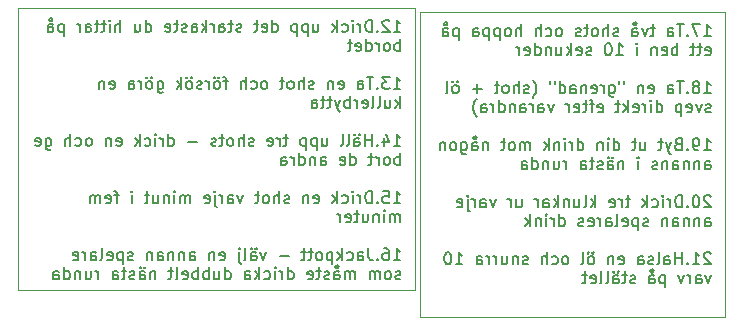
<source format=gbr>
%TF.GenerationSoftware,KiCad,Pcbnew,9.0.0*%
%TF.CreationDate,2025-02-26T11:53:00+01:00*%
%TF.ProjectId,game,67616d65-2e6b-4696-9361-645f70636258,rev?*%
%TF.SameCoordinates,Original*%
%TF.FileFunction,Legend,Bot*%
%TF.FilePolarity,Positive*%
%FSLAX46Y46*%
G04 Gerber Fmt 4.6, Leading zero omitted, Abs format (unit mm)*
G04 Created by KiCad (PCBNEW 9.0.0) date 2025-02-26 11:53:00*
%MOMM*%
%LPD*%
G01*
G04 APERTURE LIST*
%ADD10C,0.150000*%
%ADD11C,0.050000*%
G04 APERTURE END LIST*
D10*
X181811911Y-62017319D02*
X182383339Y-62017319D01*
X182097625Y-62017319D02*
X182097625Y-61017319D01*
X182097625Y-61017319D02*
X182192863Y-61160176D01*
X182192863Y-61160176D02*
X182288101Y-61255414D01*
X182288101Y-61255414D02*
X182383339Y-61303033D01*
X181478577Y-61017319D02*
X180811911Y-61017319D01*
X180811911Y-61017319D02*
X181240482Y-62017319D01*
X180430958Y-61922080D02*
X180383339Y-61969700D01*
X180383339Y-61969700D02*
X180430958Y-62017319D01*
X180430958Y-62017319D02*
X180478577Y-61969700D01*
X180478577Y-61969700D02*
X180430958Y-61922080D01*
X180430958Y-61922080D02*
X180430958Y-62017319D01*
X180097625Y-61017319D02*
X179526197Y-61017319D01*
X179811911Y-62017319D02*
X179811911Y-61017319D01*
X178764292Y-62017319D02*
X178764292Y-61493509D01*
X178764292Y-61493509D02*
X178811911Y-61398271D01*
X178811911Y-61398271D02*
X178907149Y-61350652D01*
X178907149Y-61350652D02*
X179097625Y-61350652D01*
X179097625Y-61350652D02*
X179192863Y-61398271D01*
X178764292Y-61969700D02*
X178859530Y-62017319D01*
X178859530Y-62017319D02*
X179097625Y-62017319D01*
X179097625Y-62017319D02*
X179192863Y-61969700D01*
X179192863Y-61969700D02*
X179240482Y-61874461D01*
X179240482Y-61874461D02*
X179240482Y-61779223D01*
X179240482Y-61779223D02*
X179192863Y-61683985D01*
X179192863Y-61683985D02*
X179097625Y-61636366D01*
X179097625Y-61636366D02*
X178859530Y-61636366D01*
X178859530Y-61636366D02*
X178764292Y-61588747D01*
X177669053Y-61350652D02*
X177288101Y-61350652D01*
X177526196Y-61017319D02*
X177526196Y-61874461D01*
X177526196Y-61874461D02*
X177478577Y-61969700D01*
X177478577Y-61969700D02*
X177383339Y-62017319D01*
X177383339Y-62017319D02*
X177288101Y-62017319D01*
X177050005Y-61350652D02*
X176811910Y-62017319D01*
X176811910Y-62017319D02*
X176573815Y-61350652D01*
X175764291Y-62017319D02*
X175764291Y-61493509D01*
X175764291Y-61493509D02*
X175811910Y-61398271D01*
X175811910Y-61398271D02*
X175907148Y-61350652D01*
X175907148Y-61350652D02*
X176097624Y-61350652D01*
X176097624Y-61350652D02*
X176192862Y-61398271D01*
X175764291Y-61969700D02*
X175859529Y-62017319D01*
X175859529Y-62017319D02*
X176097624Y-62017319D01*
X176097624Y-62017319D02*
X176192862Y-61969700D01*
X176192862Y-61969700D02*
X176240481Y-61874461D01*
X176240481Y-61874461D02*
X176240481Y-61779223D01*
X176240481Y-61779223D02*
X176192862Y-61683985D01*
X176192862Y-61683985D02*
X176097624Y-61636366D01*
X176097624Y-61636366D02*
X175859529Y-61636366D01*
X175859529Y-61636366D02*
X175764291Y-61588747D01*
X176002386Y-61112557D02*
X176097624Y-61064938D01*
X176097624Y-61064938D02*
X176145243Y-60969700D01*
X176145243Y-60969700D02*
X176097624Y-60874461D01*
X176097624Y-60874461D02*
X176002386Y-60826842D01*
X176002386Y-60826842D02*
X175907148Y-60874461D01*
X175907148Y-60874461D02*
X175859529Y-60969700D01*
X175859529Y-60969700D02*
X175907148Y-61064938D01*
X175907148Y-61064938D02*
X176002386Y-61112557D01*
X174573814Y-61969700D02*
X174478576Y-62017319D01*
X174478576Y-62017319D02*
X174288100Y-62017319D01*
X174288100Y-62017319D02*
X174192862Y-61969700D01*
X174192862Y-61969700D02*
X174145243Y-61874461D01*
X174145243Y-61874461D02*
X174145243Y-61826842D01*
X174145243Y-61826842D02*
X174192862Y-61731604D01*
X174192862Y-61731604D02*
X174288100Y-61683985D01*
X174288100Y-61683985D02*
X174430957Y-61683985D01*
X174430957Y-61683985D02*
X174526195Y-61636366D01*
X174526195Y-61636366D02*
X174573814Y-61541128D01*
X174573814Y-61541128D02*
X174573814Y-61493509D01*
X174573814Y-61493509D02*
X174526195Y-61398271D01*
X174526195Y-61398271D02*
X174430957Y-61350652D01*
X174430957Y-61350652D02*
X174288100Y-61350652D01*
X174288100Y-61350652D02*
X174192862Y-61398271D01*
X173716671Y-62017319D02*
X173716671Y-61017319D01*
X173288100Y-62017319D02*
X173288100Y-61493509D01*
X173288100Y-61493509D02*
X173335719Y-61398271D01*
X173335719Y-61398271D02*
X173430957Y-61350652D01*
X173430957Y-61350652D02*
X173573814Y-61350652D01*
X173573814Y-61350652D02*
X173669052Y-61398271D01*
X173669052Y-61398271D02*
X173716671Y-61445890D01*
X172669052Y-62017319D02*
X172764290Y-61969700D01*
X172764290Y-61969700D02*
X172811909Y-61922080D01*
X172811909Y-61922080D02*
X172859528Y-61826842D01*
X172859528Y-61826842D02*
X172859528Y-61541128D01*
X172859528Y-61541128D02*
X172811909Y-61445890D01*
X172811909Y-61445890D02*
X172764290Y-61398271D01*
X172764290Y-61398271D02*
X172669052Y-61350652D01*
X172669052Y-61350652D02*
X172526195Y-61350652D01*
X172526195Y-61350652D02*
X172430957Y-61398271D01*
X172430957Y-61398271D02*
X172383338Y-61445890D01*
X172383338Y-61445890D02*
X172335719Y-61541128D01*
X172335719Y-61541128D02*
X172335719Y-61826842D01*
X172335719Y-61826842D02*
X172383338Y-61922080D01*
X172383338Y-61922080D02*
X172430957Y-61969700D01*
X172430957Y-61969700D02*
X172526195Y-62017319D01*
X172526195Y-62017319D02*
X172669052Y-62017319D01*
X172050004Y-61350652D02*
X171669052Y-61350652D01*
X171907147Y-61017319D02*
X171907147Y-61874461D01*
X171907147Y-61874461D02*
X171859528Y-61969700D01*
X171859528Y-61969700D02*
X171764290Y-62017319D01*
X171764290Y-62017319D02*
X171669052Y-62017319D01*
X171383337Y-61969700D02*
X171288099Y-62017319D01*
X171288099Y-62017319D02*
X171097623Y-62017319D01*
X171097623Y-62017319D02*
X171002385Y-61969700D01*
X171002385Y-61969700D02*
X170954766Y-61874461D01*
X170954766Y-61874461D02*
X170954766Y-61826842D01*
X170954766Y-61826842D02*
X171002385Y-61731604D01*
X171002385Y-61731604D02*
X171097623Y-61683985D01*
X171097623Y-61683985D02*
X171240480Y-61683985D01*
X171240480Y-61683985D02*
X171335718Y-61636366D01*
X171335718Y-61636366D02*
X171383337Y-61541128D01*
X171383337Y-61541128D02*
X171383337Y-61493509D01*
X171383337Y-61493509D02*
X171335718Y-61398271D01*
X171335718Y-61398271D02*
X171240480Y-61350652D01*
X171240480Y-61350652D02*
X171097623Y-61350652D01*
X171097623Y-61350652D02*
X171002385Y-61398271D01*
X169621432Y-62017319D02*
X169716670Y-61969700D01*
X169716670Y-61969700D02*
X169764289Y-61922080D01*
X169764289Y-61922080D02*
X169811908Y-61826842D01*
X169811908Y-61826842D02*
X169811908Y-61541128D01*
X169811908Y-61541128D02*
X169764289Y-61445890D01*
X169764289Y-61445890D02*
X169716670Y-61398271D01*
X169716670Y-61398271D02*
X169621432Y-61350652D01*
X169621432Y-61350652D02*
X169478575Y-61350652D01*
X169478575Y-61350652D02*
X169383337Y-61398271D01*
X169383337Y-61398271D02*
X169335718Y-61445890D01*
X169335718Y-61445890D02*
X169288099Y-61541128D01*
X169288099Y-61541128D02*
X169288099Y-61826842D01*
X169288099Y-61826842D02*
X169335718Y-61922080D01*
X169335718Y-61922080D02*
X169383337Y-61969700D01*
X169383337Y-61969700D02*
X169478575Y-62017319D01*
X169478575Y-62017319D02*
X169621432Y-62017319D01*
X168430956Y-61969700D02*
X168526194Y-62017319D01*
X168526194Y-62017319D02*
X168716670Y-62017319D01*
X168716670Y-62017319D02*
X168811908Y-61969700D01*
X168811908Y-61969700D02*
X168859527Y-61922080D01*
X168859527Y-61922080D02*
X168907146Y-61826842D01*
X168907146Y-61826842D02*
X168907146Y-61541128D01*
X168907146Y-61541128D02*
X168859527Y-61445890D01*
X168859527Y-61445890D02*
X168811908Y-61398271D01*
X168811908Y-61398271D02*
X168716670Y-61350652D01*
X168716670Y-61350652D02*
X168526194Y-61350652D01*
X168526194Y-61350652D02*
X168430956Y-61398271D01*
X168002384Y-62017319D02*
X168002384Y-61017319D01*
X167573813Y-62017319D02*
X167573813Y-61493509D01*
X167573813Y-61493509D02*
X167621432Y-61398271D01*
X167621432Y-61398271D02*
X167716670Y-61350652D01*
X167716670Y-61350652D02*
X167859527Y-61350652D01*
X167859527Y-61350652D02*
X167954765Y-61398271D01*
X167954765Y-61398271D02*
X168002384Y-61445890D01*
X166335717Y-62017319D02*
X166335717Y-61017319D01*
X165907146Y-62017319D02*
X165907146Y-61493509D01*
X165907146Y-61493509D02*
X165954765Y-61398271D01*
X165954765Y-61398271D02*
X166050003Y-61350652D01*
X166050003Y-61350652D02*
X166192860Y-61350652D01*
X166192860Y-61350652D02*
X166288098Y-61398271D01*
X166288098Y-61398271D02*
X166335717Y-61445890D01*
X165288098Y-62017319D02*
X165383336Y-61969700D01*
X165383336Y-61969700D02*
X165430955Y-61922080D01*
X165430955Y-61922080D02*
X165478574Y-61826842D01*
X165478574Y-61826842D02*
X165478574Y-61541128D01*
X165478574Y-61541128D02*
X165430955Y-61445890D01*
X165430955Y-61445890D02*
X165383336Y-61398271D01*
X165383336Y-61398271D02*
X165288098Y-61350652D01*
X165288098Y-61350652D02*
X165145241Y-61350652D01*
X165145241Y-61350652D02*
X165050003Y-61398271D01*
X165050003Y-61398271D02*
X165002384Y-61445890D01*
X165002384Y-61445890D02*
X164954765Y-61541128D01*
X164954765Y-61541128D02*
X164954765Y-61826842D01*
X164954765Y-61826842D02*
X165002384Y-61922080D01*
X165002384Y-61922080D02*
X165050003Y-61969700D01*
X165050003Y-61969700D02*
X165145241Y-62017319D01*
X165145241Y-62017319D02*
X165288098Y-62017319D01*
X164526193Y-61350652D02*
X164526193Y-62350652D01*
X164526193Y-61398271D02*
X164430955Y-61350652D01*
X164430955Y-61350652D02*
X164240479Y-61350652D01*
X164240479Y-61350652D02*
X164145241Y-61398271D01*
X164145241Y-61398271D02*
X164097622Y-61445890D01*
X164097622Y-61445890D02*
X164050003Y-61541128D01*
X164050003Y-61541128D02*
X164050003Y-61826842D01*
X164050003Y-61826842D02*
X164097622Y-61922080D01*
X164097622Y-61922080D02*
X164145241Y-61969700D01*
X164145241Y-61969700D02*
X164240479Y-62017319D01*
X164240479Y-62017319D02*
X164430955Y-62017319D01*
X164430955Y-62017319D02*
X164526193Y-61969700D01*
X163621431Y-61350652D02*
X163621431Y-62350652D01*
X163621431Y-61398271D02*
X163526193Y-61350652D01*
X163526193Y-61350652D02*
X163335717Y-61350652D01*
X163335717Y-61350652D02*
X163240479Y-61398271D01*
X163240479Y-61398271D02*
X163192860Y-61445890D01*
X163192860Y-61445890D02*
X163145241Y-61541128D01*
X163145241Y-61541128D02*
X163145241Y-61826842D01*
X163145241Y-61826842D02*
X163192860Y-61922080D01*
X163192860Y-61922080D02*
X163240479Y-61969700D01*
X163240479Y-61969700D02*
X163335717Y-62017319D01*
X163335717Y-62017319D02*
X163526193Y-62017319D01*
X163526193Y-62017319D02*
X163621431Y-61969700D01*
X162288098Y-62017319D02*
X162288098Y-61493509D01*
X162288098Y-61493509D02*
X162335717Y-61398271D01*
X162335717Y-61398271D02*
X162430955Y-61350652D01*
X162430955Y-61350652D02*
X162621431Y-61350652D01*
X162621431Y-61350652D02*
X162716669Y-61398271D01*
X162288098Y-61969700D02*
X162383336Y-62017319D01*
X162383336Y-62017319D02*
X162621431Y-62017319D01*
X162621431Y-62017319D02*
X162716669Y-61969700D01*
X162716669Y-61969700D02*
X162764288Y-61874461D01*
X162764288Y-61874461D02*
X162764288Y-61779223D01*
X162764288Y-61779223D02*
X162716669Y-61683985D01*
X162716669Y-61683985D02*
X162621431Y-61636366D01*
X162621431Y-61636366D02*
X162383336Y-61636366D01*
X162383336Y-61636366D02*
X162288098Y-61588747D01*
X161050002Y-61350652D02*
X161050002Y-62350652D01*
X161050002Y-61398271D02*
X160954764Y-61350652D01*
X160954764Y-61350652D02*
X160764288Y-61350652D01*
X160764288Y-61350652D02*
X160669050Y-61398271D01*
X160669050Y-61398271D02*
X160621431Y-61445890D01*
X160621431Y-61445890D02*
X160573812Y-61541128D01*
X160573812Y-61541128D02*
X160573812Y-61826842D01*
X160573812Y-61826842D02*
X160621431Y-61922080D01*
X160621431Y-61922080D02*
X160669050Y-61969700D01*
X160669050Y-61969700D02*
X160764288Y-62017319D01*
X160764288Y-62017319D02*
X160954764Y-62017319D01*
X160954764Y-62017319D02*
X161050002Y-61969700D01*
X159716669Y-62017319D02*
X159716669Y-61493509D01*
X159716669Y-61493509D02*
X159764288Y-61398271D01*
X159764288Y-61398271D02*
X159859526Y-61350652D01*
X159859526Y-61350652D02*
X160050002Y-61350652D01*
X160050002Y-61350652D02*
X160145240Y-61398271D01*
X159716669Y-61969700D02*
X159811907Y-62017319D01*
X159811907Y-62017319D02*
X160050002Y-62017319D01*
X160050002Y-62017319D02*
X160145240Y-61969700D01*
X160145240Y-61969700D02*
X160192859Y-61874461D01*
X160192859Y-61874461D02*
X160192859Y-61779223D01*
X160192859Y-61779223D02*
X160145240Y-61683985D01*
X160145240Y-61683985D02*
X160050002Y-61636366D01*
X160050002Y-61636366D02*
X159811907Y-61636366D01*
X159811907Y-61636366D02*
X159716669Y-61588747D01*
X159954764Y-61112557D02*
X160050002Y-61064938D01*
X160050002Y-61064938D02*
X160097621Y-60969700D01*
X160097621Y-60969700D02*
X160050002Y-60874461D01*
X160050002Y-60874461D02*
X159954764Y-60826842D01*
X159954764Y-60826842D02*
X159859526Y-60874461D01*
X159859526Y-60874461D02*
X159811907Y-60969700D01*
X159811907Y-60969700D02*
X159859526Y-61064938D01*
X159859526Y-61064938D02*
X159954764Y-61112557D01*
X181954768Y-63579644D02*
X182050006Y-63627263D01*
X182050006Y-63627263D02*
X182240482Y-63627263D01*
X182240482Y-63627263D02*
X182335720Y-63579644D01*
X182335720Y-63579644D02*
X182383339Y-63484405D01*
X182383339Y-63484405D02*
X182383339Y-63103453D01*
X182383339Y-63103453D02*
X182335720Y-63008215D01*
X182335720Y-63008215D02*
X182240482Y-62960596D01*
X182240482Y-62960596D02*
X182050006Y-62960596D01*
X182050006Y-62960596D02*
X181954768Y-63008215D01*
X181954768Y-63008215D02*
X181907149Y-63103453D01*
X181907149Y-63103453D02*
X181907149Y-63198691D01*
X181907149Y-63198691D02*
X182383339Y-63293929D01*
X181621434Y-62960596D02*
X181240482Y-62960596D01*
X181478577Y-62627263D02*
X181478577Y-63484405D01*
X181478577Y-63484405D02*
X181430958Y-63579644D01*
X181430958Y-63579644D02*
X181335720Y-63627263D01*
X181335720Y-63627263D02*
X181240482Y-63627263D01*
X181050005Y-62960596D02*
X180669053Y-62960596D01*
X180907148Y-62627263D02*
X180907148Y-63484405D01*
X180907148Y-63484405D02*
X180859529Y-63579644D01*
X180859529Y-63579644D02*
X180764291Y-63627263D01*
X180764291Y-63627263D02*
X180669053Y-63627263D01*
X179573814Y-63627263D02*
X179573814Y-62627263D01*
X179573814Y-63008215D02*
X179478576Y-62960596D01*
X179478576Y-62960596D02*
X179288100Y-62960596D01*
X179288100Y-62960596D02*
X179192862Y-63008215D01*
X179192862Y-63008215D02*
X179145243Y-63055834D01*
X179145243Y-63055834D02*
X179097624Y-63151072D01*
X179097624Y-63151072D02*
X179097624Y-63436786D01*
X179097624Y-63436786D02*
X179145243Y-63532024D01*
X179145243Y-63532024D02*
X179192862Y-63579644D01*
X179192862Y-63579644D02*
X179288100Y-63627263D01*
X179288100Y-63627263D02*
X179478576Y-63627263D01*
X179478576Y-63627263D02*
X179573814Y-63579644D01*
X178288100Y-63579644D02*
X178383338Y-63627263D01*
X178383338Y-63627263D02*
X178573814Y-63627263D01*
X178573814Y-63627263D02*
X178669052Y-63579644D01*
X178669052Y-63579644D02*
X178716671Y-63484405D01*
X178716671Y-63484405D02*
X178716671Y-63103453D01*
X178716671Y-63103453D02*
X178669052Y-63008215D01*
X178669052Y-63008215D02*
X178573814Y-62960596D01*
X178573814Y-62960596D02*
X178383338Y-62960596D01*
X178383338Y-62960596D02*
X178288100Y-63008215D01*
X178288100Y-63008215D02*
X178240481Y-63103453D01*
X178240481Y-63103453D02*
X178240481Y-63198691D01*
X178240481Y-63198691D02*
X178716671Y-63293929D01*
X177811909Y-62960596D02*
X177811909Y-63627263D01*
X177811909Y-63055834D02*
X177764290Y-63008215D01*
X177764290Y-63008215D02*
X177669052Y-62960596D01*
X177669052Y-62960596D02*
X177526195Y-62960596D01*
X177526195Y-62960596D02*
X177430957Y-63008215D01*
X177430957Y-63008215D02*
X177383338Y-63103453D01*
X177383338Y-63103453D02*
X177383338Y-63627263D01*
X176145242Y-63627263D02*
X176145242Y-62960596D01*
X176145242Y-62627263D02*
X176192861Y-62674882D01*
X176192861Y-62674882D02*
X176145242Y-62722501D01*
X176145242Y-62722501D02*
X176097623Y-62674882D01*
X176097623Y-62674882D02*
X176145242Y-62627263D01*
X176145242Y-62627263D02*
X176145242Y-62722501D01*
X174383338Y-63627263D02*
X174954766Y-63627263D01*
X174669052Y-63627263D02*
X174669052Y-62627263D01*
X174669052Y-62627263D02*
X174764290Y-62770120D01*
X174764290Y-62770120D02*
X174859528Y-62865358D01*
X174859528Y-62865358D02*
X174954766Y-62912977D01*
X173764290Y-62627263D02*
X173669052Y-62627263D01*
X173669052Y-62627263D02*
X173573814Y-62674882D01*
X173573814Y-62674882D02*
X173526195Y-62722501D01*
X173526195Y-62722501D02*
X173478576Y-62817739D01*
X173478576Y-62817739D02*
X173430957Y-63008215D01*
X173430957Y-63008215D02*
X173430957Y-63246310D01*
X173430957Y-63246310D02*
X173478576Y-63436786D01*
X173478576Y-63436786D02*
X173526195Y-63532024D01*
X173526195Y-63532024D02*
X173573814Y-63579644D01*
X173573814Y-63579644D02*
X173669052Y-63627263D01*
X173669052Y-63627263D02*
X173764290Y-63627263D01*
X173764290Y-63627263D02*
X173859528Y-63579644D01*
X173859528Y-63579644D02*
X173907147Y-63532024D01*
X173907147Y-63532024D02*
X173954766Y-63436786D01*
X173954766Y-63436786D02*
X174002385Y-63246310D01*
X174002385Y-63246310D02*
X174002385Y-63008215D01*
X174002385Y-63008215D02*
X173954766Y-62817739D01*
X173954766Y-62817739D02*
X173907147Y-62722501D01*
X173907147Y-62722501D02*
X173859528Y-62674882D01*
X173859528Y-62674882D02*
X173764290Y-62627263D01*
X172288099Y-63579644D02*
X172192861Y-63627263D01*
X172192861Y-63627263D02*
X172002385Y-63627263D01*
X172002385Y-63627263D02*
X171907147Y-63579644D01*
X171907147Y-63579644D02*
X171859528Y-63484405D01*
X171859528Y-63484405D02*
X171859528Y-63436786D01*
X171859528Y-63436786D02*
X171907147Y-63341548D01*
X171907147Y-63341548D02*
X172002385Y-63293929D01*
X172002385Y-63293929D02*
X172145242Y-63293929D01*
X172145242Y-63293929D02*
X172240480Y-63246310D01*
X172240480Y-63246310D02*
X172288099Y-63151072D01*
X172288099Y-63151072D02*
X172288099Y-63103453D01*
X172288099Y-63103453D02*
X172240480Y-63008215D01*
X172240480Y-63008215D02*
X172145242Y-62960596D01*
X172145242Y-62960596D02*
X172002385Y-62960596D01*
X172002385Y-62960596D02*
X171907147Y-63008215D01*
X171050004Y-63579644D02*
X171145242Y-63627263D01*
X171145242Y-63627263D02*
X171335718Y-63627263D01*
X171335718Y-63627263D02*
X171430956Y-63579644D01*
X171430956Y-63579644D02*
X171478575Y-63484405D01*
X171478575Y-63484405D02*
X171478575Y-63103453D01*
X171478575Y-63103453D02*
X171430956Y-63008215D01*
X171430956Y-63008215D02*
X171335718Y-62960596D01*
X171335718Y-62960596D02*
X171145242Y-62960596D01*
X171145242Y-62960596D02*
X171050004Y-63008215D01*
X171050004Y-63008215D02*
X171002385Y-63103453D01*
X171002385Y-63103453D02*
X171002385Y-63198691D01*
X171002385Y-63198691D02*
X171478575Y-63293929D01*
X170573813Y-63627263D02*
X170573813Y-62627263D01*
X170478575Y-63246310D02*
X170192861Y-63627263D01*
X170192861Y-62960596D02*
X170573813Y-63341548D01*
X169335718Y-62960596D02*
X169335718Y-63627263D01*
X169764289Y-62960596D02*
X169764289Y-63484405D01*
X169764289Y-63484405D02*
X169716670Y-63579644D01*
X169716670Y-63579644D02*
X169621432Y-63627263D01*
X169621432Y-63627263D02*
X169478575Y-63627263D01*
X169478575Y-63627263D02*
X169383337Y-63579644D01*
X169383337Y-63579644D02*
X169335718Y-63532024D01*
X168859527Y-62960596D02*
X168859527Y-63627263D01*
X168859527Y-63055834D02*
X168811908Y-63008215D01*
X168811908Y-63008215D02*
X168716670Y-62960596D01*
X168716670Y-62960596D02*
X168573813Y-62960596D01*
X168573813Y-62960596D02*
X168478575Y-63008215D01*
X168478575Y-63008215D02*
X168430956Y-63103453D01*
X168430956Y-63103453D02*
X168430956Y-63627263D01*
X167526194Y-63627263D02*
X167526194Y-62627263D01*
X167526194Y-63579644D02*
X167621432Y-63627263D01*
X167621432Y-63627263D02*
X167811908Y-63627263D01*
X167811908Y-63627263D02*
X167907146Y-63579644D01*
X167907146Y-63579644D02*
X167954765Y-63532024D01*
X167954765Y-63532024D02*
X168002384Y-63436786D01*
X168002384Y-63436786D02*
X168002384Y-63151072D01*
X168002384Y-63151072D02*
X167954765Y-63055834D01*
X167954765Y-63055834D02*
X167907146Y-63008215D01*
X167907146Y-63008215D02*
X167811908Y-62960596D01*
X167811908Y-62960596D02*
X167621432Y-62960596D01*
X167621432Y-62960596D02*
X167526194Y-63008215D01*
X166669051Y-63579644D02*
X166764289Y-63627263D01*
X166764289Y-63627263D02*
X166954765Y-63627263D01*
X166954765Y-63627263D02*
X167050003Y-63579644D01*
X167050003Y-63579644D02*
X167097622Y-63484405D01*
X167097622Y-63484405D02*
X167097622Y-63103453D01*
X167097622Y-63103453D02*
X167050003Y-63008215D01*
X167050003Y-63008215D02*
X166954765Y-62960596D01*
X166954765Y-62960596D02*
X166764289Y-62960596D01*
X166764289Y-62960596D02*
X166669051Y-63008215D01*
X166669051Y-63008215D02*
X166621432Y-63103453D01*
X166621432Y-63103453D02*
X166621432Y-63198691D01*
X166621432Y-63198691D02*
X167097622Y-63293929D01*
X166192860Y-63627263D02*
X166192860Y-62960596D01*
X166192860Y-63151072D02*
X166145241Y-63055834D01*
X166145241Y-63055834D02*
X166097622Y-63008215D01*
X166097622Y-63008215D02*
X166002384Y-62960596D01*
X166002384Y-62960596D02*
X165907146Y-62960596D01*
X181811911Y-66847151D02*
X182383339Y-66847151D01*
X182097625Y-66847151D02*
X182097625Y-65847151D01*
X182097625Y-65847151D02*
X182192863Y-65990008D01*
X182192863Y-65990008D02*
X182288101Y-66085246D01*
X182288101Y-66085246D02*
X182383339Y-66132865D01*
X181240482Y-66275722D02*
X181335720Y-66228103D01*
X181335720Y-66228103D02*
X181383339Y-66180484D01*
X181383339Y-66180484D02*
X181430958Y-66085246D01*
X181430958Y-66085246D02*
X181430958Y-66037627D01*
X181430958Y-66037627D02*
X181383339Y-65942389D01*
X181383339Y-65942389D02*
X181335720Y-65894770D01*
X181335720Y-65894770D02*
X181240482Y-65847151D01*
X181240482Y-65847151D02*
X181050006Y-65847151D01*
X181050006Y-65847151D02*
X180954768Y-65894770D01*
X180954768Y-65894770D02*
X180907149Y-65942389D01*
X180907149Y-65942389D02*
X180859530Y-66037627D01*
X180859530Y-66037627D02*
X180859530Y-66085246D01*
X180859530Y-66085246D02*
X180907149Y-66180484D01*
X180907149Y-66180484D02*
X180954768Y-66228103D01*
X180954768Y-66228103D02*
X181050006Y-66275722D01*
X181050006Y-66275722D02*
X181240482Y-66275722D01*
X181240482Y-66275722D02*
X181335720Y-66323341D01*
X181335720Y-66323341D02*
X181383339Y-66370960D01*
X181383339Y-66370960D02*
X181430958Y-66466198D01*
X181430958Y-66466198D02*
X181430958Y-66656674D01*
X181430958Y-66656674D02*
X181383339Y-66751912D01*
X181383339Y-66751912D02*
X181335720Y-66799532D01*
X181335720Y-66799532D02*
X181240482Y-66847151D01*
X181240482Y-66847151D02*
X181050006Y-66847151D01*
X181050006Y-66847151D02*
X180954768Y-66799532D01*
X180954768Y-66799532D02*
X180907149Y-66751912D01*
X180907149Y-66751912D02*
X180859530Y-66656674D01*
X180859530Y-66656674D02*
X180859530Y-66466198D01*
X180859530Y-66466198D02*
X180907149Y-66370960D01*
X180907149Y-66370960D02*
X180954768Y-66323341D01*
X180954768Y-66323341D02*
X181050006Y-66275722D01*
X180430958Y-66751912D02*
X180383339Y-66799532D01*
X180383339Y-66799532D02*
X180430958Y-66847151D01*
X180430958Y-66847151D02*
X180478577Y-66799532D01*
X180478577Y-66799532D02*
X180430958Y-66751912D01*
X180430958Y-66751912D02*
X180430958Y-66847151D01*
X180097625Y-65847151D02*
X179526197Y-65847151D01*
X179811911Y-66847151D02*
X179811911Y-65847151D01*
X178764292Y-66847151D02*
X178764292Y-66323341D01*
X178764292Y-66323341D02*
X178811911Y-66228103D01*
X178811911Y-66228103D02*
X178907149Y-66180484D01*
X178907149Y-66180484D02*
X179097625Y-66180484D01*
X179097625Y-66180484D02*
X179192863Y-66228103D01*
X178764292Y-66799532D02*
X178859530Y-66847151D01*
X178859530Y-66847151D02*
X179097625Y-66847151D01*
X179097625Y-66847151D02*
X179192863Y-66799532D01*
X179192863Y-66799532D02*
X179240482Y-66704293D01*
X179240482Y-66704293D02*
X179240482Y-66609055D01*
X179240482Y-66609055D02*
X179192863Y-66513817D01*
X179192863Y-66513817D02*
X179097625Y-66466198D01*
X179097625Y-66466198D02*
X178859530Y-66466198D01*
X178859530Y-66466198D02*
X178764292Y-66418579D01*
X177145244Y-66799532D02*
X177240482Y-66847151D01*
X177240482Y-66847151D02*
X177430958Y-66847151D01*
X177430958Y-66847151D02*
X177526196Y-66799532D01*
X177526196Y-66799532D02*
X177573815Y-66704293D01*
X177573815Y-66704293D02*
X177573815Y-66323341D01*
X177573815Y-66323341D02*
X177526196Y-66228103D01*
X177526196Y-66228103D02*
X177430958Y-66180484D01*
X177430958Y-66180484D02*
X177240482Y-66180484D01*
X177240482Y-66180484D02*
X177145244Y-66228103D01*
X177145244Y-66228103D02*
X177097625Y-66323341D01*
X177097625Y-66323341D02*
X177097625Y-66418579D01*
X177097625Y-66418579D02*
X177573815Y-66513817D01*
X176669053Y-66180484D02*
X176669053Y-66847151D01*
X176669053Y-66275722D02*
X176621434Y-66228103D01*
X176621434Y-66228103D02*
X176526196Y-66180484D01*
X176526196Y-66180484D02*
X176383339Y-66180484D01*
X176383339Y-66180484D02*
X176288101Y-66228103D01*
X176288101Y-66228103D02*
X176240482Y-66323341D01*
X176240482Y-66323341D02*
X176240482Y-66847151D01*
X175050005Y-65847151D02*
X175050005Y-66037627D01*
X174669053Y-65847151D02*
X174669053Y-66037627D01*
X173811910Y-66180484D02*
X173811910Y-66990008D01*
X173811910Y-66990008D02*
X173859529Y-67085246D01*
X173859529Y-67085246D02*
X173907148Y-67132865D01*
X173907148Y-67132865D02*
X174002386Y-67180484D01*
X174002386Y-67180484D02*
X174145243Y-67180484D01*
X174145243Y-67180484D02*
X174240481Y-67132865D01*
X173811910Y-66799532D02*
X173907148Y-66847151D01*
X173907148Y-66847151D02*
X174097624Y-66847151D01*
X174097624Y-66847151D02*
X174192862Y-66799532D01*
X174192862Y-66799532D02*
X174240481Y-66751912D01*
X174240481Y-66751912D02*
X174288100Y-66656674D01*
X174288100Y-66656674D02*
X174288100Y-66370960D01*
X174288100Y-66370960D02*
X174240481Y-66275722D01*
X174240481Y-66275722D02*
X174192862Y-66228103D01*
X174192862Y-66228103D02*
X174097624Y-66180484D01*
X174097624Y-66180484D02*
X173907148Y-66180484D01*
X173907148Y-66180484D02*
X173811910Y-66228103D01*
X173335719Y-66847151D02*
X173335719Y-66180484D01*
X173335719Y-66370960D02*
X173288100Y-66275722D01*
X173288100Y-66275722D02*
X173240481Y-66228103D01*
X173240481Y-66228103D02*
X173145243Y-66180484D01*
X173145243Y-66180484D02*
X173050005Y-66180484D01*
X172335719Y-66799532D02*
X172430957Y-66847151D01*
X172430957Y-66847151D02*
X172621433Y-66847151D01*
X172621433Y-66847151D02*
X172716671Y-66799532D01*
X172716671Y-66799532D02*
X172764290Y-66704293D01*
X172764290Y-66704293D02*
X172764290Y-66323341D01*
X172764290Y-66323341D02*
X172716671Y-66228103D01*
X172716671Y-66228103D02*
X172621433Y-66180484D01*
X172621433Y-66180484D02*
X172430957Y-66180484D01*
X172430957Y-66180484D02*
X172335719Y-66228103D01*
X172335719Y-66228103D02*
X172288100Y-66323341D01*
X172288100Y-66323341D02*
X172288100Y-66418579D01*
X172288100Y-66418579D02*
X172764290Y-66513817D01*
X171859528Y-66180484D02*
X171859528Y-66847151D01*
X171859528Y-66275722D02*
X171811909Y-66228103D01*
X171811909Y-66228103D02*
X171716671Y-66180484D01*
X171716671Y-66180484D02*
X171573814Y-66180484D01*
X171573814Y-66180484D02*
X171478576Y-66228103D01*
X171478576Y-66228103D02*
X171430957Y-66323341D01*
X171430957Y-66323341D02*
X171430957Y-66847151D01*
X170526195Y-66847151D02*
X170526195Y-66323341D01*
X170526195Y-66323341D02*
X170573814Y-66228103D01*
X170573814Y-66228103D02*
X170669052Y-66180484D01*
X170669052Y-66180484D02*
X170859528Y-66180484D01*
X170859528Y-66180484D02*
X170954766Y-66228103D01*
X170526195Y-66799532D02*
X170621433Y-66847151D01*
X170621433Y-66847151D02*
X170859528Y-66847151D01*
X170859528Y-66847151D02*
X170954766Y-66799532D01*
X170954766Y-66799532D02*
X171002385Y-66704293D01*
X171002385Y-66704293D02*
X171002385Y-66609055D01*
X171002385Y-66609055D02*
X170954766Y-66513817D01*
X170954766Y-66513817D02*
X170859528Y-66466198D01*
X170859528Y-66466198D02*
X170621433Y-66466198D01*
X170621433Y-66466198D02*
X170526195Y-66418579D01*
X169621433Y-66847151D02*
X169621433Y-65847151D01*
X169621433Y-66799532D02*
X169716671Y-66847151D01*
X169716671Y-66847151D02*
X169907147Y-66847151D01*
X169907147Y-66847151D02*
X170002385Y-66799532D01*
X170002385Y-66799532D02*
X170050004Y-66751912D01*
X170050004Y-66751912D02*
X170097623Y-66656674D01*
X170097623Y-66656674D02*
X170097623Y-66370960D01*
X170097623Y-66370960D02*
X170050004Y-66275722D01*
X170050004Y-66275722D02*
X170002385Y-66228103D01*
X170002385Y-66228103D02*
X169907147Y-66180484D01*
X169907147Y-66180484D02*
X169716671Y-66180484D01*
X169716671Y-66180484D02*
X169621433Y-66228103D01*
X169192861Y-65847151D02*
X169192861Y-66037627D01*
X168811909Y-65847151D02*
X168811909Y-66037627D01*
X167335718Y-67228103D02*
X167383337Y-67180484D01*
X167383337Y-67180484D02*
X167478575Y-67037627D01*
X167478575Y-67037627D02*
X167526194Y-66942389D01*
X167526194Y-66942389D02*
X167573813Y-66799532D01*
X167573813Y-66799532D02*
X167621432Y-66561436D01*
X167621432Y-66561436D02*
X167621432Y-66370960D01*
X167621432Y-66370960D02*
X167573813Y-66132865D01*
X167573813Y-66132865D02*
X167526194Y-65990008D01*
X167526194Y-65990008D02*
X167478575Y-65894770D01*
X167478575Y-65894770D02*
X167383337Y-65751912D01*
X167383337Y-65751912D02*
X167335718Y-65704293D01*
X167002384Y-66799532D02*
X166907146Y-66847151D01*
X166907146Y-66847151D02*
X166716670Y-66847151D01*
X166716670Y-66847151D02*
X166621432Y-66799532D01*
X166621432Y-66799532D02*
X166573813Y-66704293D01*
X166573813Y-66704293D02*
X166573813Y-66656674D01*
X166573813Y-66656674D02*
X166621432Y-66561436D01*
X166621432Y-66561436D02*
X166716670Y-66513817D01*
X166716670Y-66513817D02*
X166859527Y-66513817D01*
X166859527Y-66513817D02*
X166954765Y-66466198D01*
X166954765Y-66466198D02*
X167002384Y-66370960D01*
X167002384Y-66370960D02*
X167002384Y-66323341D01*
X167002384Y-66323341D02*
X166954765Y-66228103D01*
X166954765Y-66228103D02*
X166859527Y-66180484D01*
X166859527Y-66180484D02*
X166716670Y-66180484D01*
X166716670Y-66180484D02*
X166621432Y-66228103D01*
X166145241Y-66847151D02*
X166145241Y-65847151D01*
X165716670Y-66847151D02*
X165716670Y-66323341D01*
X165716670Y-66323341D02*
X165764289Y-66228103D01*
X165764289Y-66228103D02*
X165859527Y-66180484D01*
X165859527Y-66180484D02*
X166002384Y-66180484D01*
X166002384Y-66180484D02*
X166097622Y-66228103D01*
X166097622Y-66228103D02*
X166145241Y-66275722D01*
X165097622Y-66847151D02*
X165192860Y-66799532D01*
X165192860Y-66799532D02*
X165240479Y-66751912D01*
X165240479Y-66751912D02*
X165288098Y-66656674D01*
X165288098Y-66656674D02*
X165288098Y-66370960D01*
X165288098Y-66370960D02*
X165240479Y-66275722D01*
X165240479Y-66275722D02*
X165192860Y-66228103D01*
X165192860Y-66228103D02*
X165097622Y-66180484D01*
X165097622Y-66180484D02*
X164954765Y-66180484D01*
X164954765Y-66180484D02*
X164859527Y-66228103D01*
X164859527Y-66228103D02*
X164811908Y-66275722D01*
X164811908Y-66275722D02*
X164764289Y-66370960D01*
X164764289Y-66370960D02*
X164764289Y-66656674D01*
X164764289Y-66656674D02*
X164811908Y-66751912D01*
X164811908Y-66751912D02*
X164859527Y-66799532D01*
X164859527Y-66799532D02*
X164954765Y-66847151D01*
X164954765Y-66847151D02*
X165097622Y-66847151D01*
X164478574Y-66180484D02*
X164097622Y-66180484D01*
X164335717Y-65847151D02*
X164335717Y-66704293D01*
X164335717Y-66704293D02*
X164288098Y-66799532D01*
X164288098Y-66799532D02*
X164192860Y-66847151D01*
X164192860Y-66847151D02*
X164097622Y-66847151D01*
X163002383Y-66466198D02*
X162240479Y-66466198D01*
X162621431Y-66847151D02*
X162621431Y-66085246D01*
X160859526Y-66847151D02*
X160954764Y-66799532D01*
X160954764Y-66799532D02*
X161002383Y-66751912D01*
X161002383Y-66751912D02*
X161050002Y-66656674D01*
X161050002Y-66656674D02*
X161050002Y-66370960D01*
X161050002Y-66370960D02*
X161002383Y-66275722D01*
X161002383Y-66275722D02*
X160954764Y-66228103D01*
X160954764Y-66228103D02*
X160859526Y-66180484D01*
X160859526Y-66180484D02*
X160716669Y-66180484D01*
X160716669Y-66180484D02*
X160621431Y-66228103D01*
X160621431Y-66228103D02*
X160573812Y-66275722D01*
X160573812Y-66275722D02*
X160526193Y-66370960D01*
X160526193Y-66370960D02*
X160526193Y-66656674D01*
X160526193Y-66656674D02*
X160573812Y-66751912D01*
X160573812Y-66751912D02*
X160621431Y-66799532D01*
X160621431Y-66799532D02*
X160716669Y-66847151D01*
X160716669Y-66847151D02*
X160859526Y-66847151D01*
X160954764Y-65847151D02*
X160907145Y-65894770D01*
X160907145Y-65894770D02*
X160954764Y-65942389D01*
X160954764Y-65942389D02*
X161002383Y-65894770D01*
X161002383Y-65894770D02*
X160954764Y-65847151D01*
X160954764Y-65847151D02*
X160954764Y-65942389D01*
X160573812Y-65847151D02*
X160526193Y-65894770D01*
X160526193Y-65894770D02*
X160573812Y-65942389D01*
X160573812Y-65942389D02*
X160621431Y-65894770D01*
X160621431Y-65894770D02*
X160573812Y-65847151D01*
X160573812Y-65847151D02*
X160573812Y-65942389D01*
X159954764Y-66847151D02*
X160050002Y-66799532D01*
X160050002Y-66799532D02*
X160097621Y-66704293D01*
X160097621Y-66704293D02*
X160097621Y-65847151D01*
X182383339Y-68409476D02*
X182288101Y-68457095D01*
X182288101Y-68457095D02*
X182097625Y-68457095D01*
X182097625Y-68457095D02*
X182002387Y-68409476D01*
X182002387Y-68409476D02*
X181954768Y-68314237D01*
X181954768Y-68314237D02*
X181954768Y-68266618D01*
X181954768Y-68266618D02*
X182002387Y-68171380D01*
X182002387Y-68171380D02*
X182097625Y-68123761D01*
X182097625Y-68123761D02*
X182240482Y-68123761D01*
X182240482Y-68123761D02*
X182335720Y-68076142D01*
X182335720Y-68076142D02*
X182383339Y-67980904D01*
X182383339Y-67980904D02*
X182383339Y-67933285D01*
X182383339Y-67933285D02*
X182335720Y-67838047D01*
X182335720Y-67838047D02*
X182240482Y-67790428D01*
X182240482Y-67790428D02*
X182097625Y-67790428D01*
X182097625Y-67790428D02*
X182002387Y-67838047D01*
X181621434Y-67790428D02*
X181383339Y-68457095D01*
X181383339Y-68457095D02*
X181145244Y-67790428D01*
X180383339Y-68409476D02*
X180478577Y-68457095D01*
X180478577Y-68457095D02*
X180669053Y-68457095D01*
X180669053Y-68457095D02*
X180764291Y-68409476D01*
X180764291Y-68409476D02*
X180811910Y-68314237D01*
X180811910Y-68314237D02*
X180811910Y-67933285D01*
X180811910Y-67933285D02*
X180764291Y-67838047D01*
X180764291Y-67838047D02*
X180669053Y-67790428D01*
X180669053Y-67790428D02*
X180478577Y-67790428D01*
X180478577Y-67790428D02*
X180383339Y-67838047D01*
X180383339Y-67838047D02*
X180335720Y-67933285D01*
X180335720Y-67933285D02*
X180335720Y-68028523D01*
X180335720Y-68028523D02*
X180811910Y-68123761D01*
X179907148Y-67790428D02*
X179907148Y-68790428D01*
X179907148Y-67838047D02*
X179811910Y-67790428D01*
X179811910Y-67790428D02*
X179621434Y-67790428D01*
X179621434Y-67790428D02*
X179526196Y-67838047D01*
X179526196Y-67838047D02*
X179478577Y-67885666D01*
X179478577Y-67885666D02*
X179430958Y-67980904D01*
X179430958Y-67980904D02*
X179430958Y-68266618D01*
X179430958Y-68266618D02*
X179478577Y-68361856D01*
X179478577Y-68361856D02*
X179526196Y-68409476D01*
X179526196Y-68409476D02*
X179621434Y-68457095D01*
X179621434Y-68457095D02*
X179811910Y-68457095D01*
X179811910Y-68457095D02*
X179907148Y-68409476D01*
X177811910Y-68457095D02*
X177811910Y-67457095D01*
X177811910Y-68409476D02*
X177907148Y-68457095D01*
X177907148Y-68457095D02*
X178097624Y-68457095D01*
X178097624Y-68457095D02*
X178192862Y-68409476D01*
X178192862Y-68409476D02*
X178240481Y-68361856D01*
X178240481Y-68361856D02*
X178288100Y-68266618D01*
X178288100Y-68266618D02*
X178288100Y-67980904D01*
X178288100Y-67980904D02*
X178240481Y-67885666D01*
X178240481Y-67885666D02*
X178192862Y-67838047D01*
X178192862Y-67838047D02*
X178097624Y-67790428D01*
X178097624Y-67790428D02*
X177907148Y-67790428D01*
X177907148Y-67790428D02*
X177811910Y-67838047D01*
X177335719Y-68457095D02*
X177335719Y-67790428D01*
X177335719Y-67457095D02*
X177383338Y-67504714D01*
X177383338Y-67504714D02*
X177335719Y-67552333D01*
X177335719Y-67552333D02*
X177288100Y-67504714D01*
X177288100Y-67504714D02*
X177335719Y-67457095D01*
X177335719Y-67457095D02*
X177335719Y-67552333D01*
X176859529Y-68457095D02*
X176859529Y-67790428D01*
X176859529Y-67980904D02*
X176811910Y-67885666D01*
X176811910Y-67885666D02*
X176764291Y-67838047D01*
X176764291Y-67838047D02*
X176669053Y-67790428D01*
X176669053Y-67790428D02*
X176573815Y-67790428D01*
X175859529Y-68409476D02*
X175954767Y-68457095D01*
X175954767Y-68457095D02*
X176145243Y-68457095D01*
X176145243Y-68457095D02*
X176240481Y-68409476D01*
X176240481Y-68409476D02*
X176288100Y-68314237D01*
X176288100Y-68314237D02*
X176288100Y-67933285D01*
X176288100Y-67933285D02*
X176240481Y-67838047D01*
X176240481Y-67838047D02*
X176145243Y-67790428D01*
X176145243Y-67790428D02*
X175954767Y-67790428D01*
X175954767Y-67790428D02*
X175859529Y-67838047D01*
X175859529Y-67838047D02*
X175811910Y-67933285D01*
X175811910Y-67933285D02*
X175811910Y-68028523D01*
X175811910Y-68028523D02*
X176288100Y-68123761D01*
X175383338Y-68457095D02*
X175383338Y-67457095D01*
X175288100Y-68076142D02*
X175002386Y-68457095D01*
X175002386Y-67790428D02*
X175383338Y-68171380D01*
X174716671Y-67790428D02*
X174335719Y-67790428D01*
X174573814Y-67457095D02*
X174573814Y-68314237D01*
X174573814Y-68314237D02*
X174526195Y-68409476D01*
X174526195Y-68409476D02*
X174430957Y-68457095D01*
X174430957Y-68457095D02*
X174335719Y-68457095D01*
X172859528Y-68409476D02*
X172954766Y-68457095D01*
X172954766Y-68457095D02*
X173145242Y-68457095D01*
X173145242Y-68457095D02*
X173240480Y-68409476D01*
X173240480Y-68409476D02*
X173288099Y-68314237D01*
X173288099Y-68314237D02*
X173288099Y-67933285D01*
X173288099Y-67933285D02*
X173240480Y-67838047D01*
X173240480Y-67838047D02*
X173145242Y-67790428D01*
X173145242Y-67790428D02*
X172954766Y-67790428D01*
X172954766Y-67790428D02*
X172859528Y-67838047D01*
X172859528Y-67838047D02*
X172811909Y-67933285D01*
X172811909Y-67933285D02*
X172811909Y-68028523D01*
X172811909Y-68028523D02*
X173288099Y-68123761D01*
X172526194Y-67790428D02*
X172145242Y-67790428D01*
X172383337Y-68457095D02*
X172383337Y-67599952D01*
X172383337Y-67599952D02*
X172335718Y-67504714D01*
X172335718Y-67504714D02*
X172240480Y-67457095D01*
X172240480Y-67457095D02*
X172145242Y-67457095D01*
X171954765Y-67790428D02*
X171573813Y-67790428D01*
X171811908Y-67457095D02*
X171811908Y-68314237D01*
X171811908Y-68314237D02*
X171764289Y-68409476D01*
X171764289Y-68409476D02*
X171669051Y-68457095D01*
X171669051Y-68457095D02*
X171573813Y-68457095D01*
X170859527Y-68409476D02*
X170954765Y-68457095D01*
X170954765Y-68457095D02*
X171145241Y-68457095D01*
X171145241Y-68457095D02*
X171240479Y-68409476D01*
X171240479Y-68409476D02*
X171288098Y-68314237D01*
X171288098Y-68314237D02*
X171288098Y-67933285D01*
X171288098Y-67933285D02*
X171240479Y-67838047D01*
X171240479Y-67838047D02*
X171145241Y-67790428D01*
X171145241Y-67790428D02*
X170954765Y-67790428D01*
X170954765Y-67790428D02*
X170859527Y-67838047D01*
X170859527Y-67838047D02*
X170811908Y-67933285D01*
X170811908Y-67933285D02*
X170811908Y-68028523D01*
X170811908Y-68028523D02*
X171288098Y-68123761D01*
X170383336Y-68457095D02*
X170383336Y-67790428D01*
X170383336Y-67980904D02*
X170335717Y-67885666D01*
X170335717Y-67885666D02*
X170288098Y-67838047D01*
X170288098Y-67838047D02*
X170192860Y-67790428D01*
X170192860Y-67790428D02*
X170097622Y-67790428D01*
X169097621Y-67790428D02*
X168859526Y-68457095D01*
X168859526Y-68457095D02*
X168621431Y-67790428D01*
X167811907Y-68457095D02*
X167811907Y-67933285D01*
X167811907Y-67933285D02*
X167859526Y-67838047D01*
X167859526Y-67838047D02*
X167954764Y-67790428D01*
X167954764Y-67790428D02*
X168145240Y-67790428D01*
X168145240Y-67790428D02*
X168240478Y-67838047D01*
X167811907Y-68409476D02*
X167907145Y-68457095D01*
X167907145Y-68457095D02*
X168145240Y-68457095D01*
X168145240Y-68457095D02*
X168240478Y-68409476D01*
X168240478Y-68409476D02*
X168288097Y-68314237D01*
X168288097Y-68314237D02*
X168288097Y-68218999D01*
X168288097Y-68218999D02*
X168240478Y-68123761D01*
X168240478Y-68123761D02*
X168145240Y-68076142D01*
X168145240Y-68076142D02*
X167907145Y-68076142D01*
X167907145Y-68076142D02*
X167811907Y-68028523D01*
X167335716Y-68457095D02*
X167335716Y-67790428D01*
X167335716Y-67980904D02*
X167288097Y-67885666D01*
X167288097Y-67885666D02*
X167240478Y-67838047D01*
X167240478Y-67838047D02*
X167145240Y-67790428D01*
X167145240Y-67790428D02*
X167050002Y-67790428D01*
X166288097Y-68457095D02*
X166288097Y-67933285D01*
X166288097Y-67933285D02*
X166335716Y-67838047D01*
X166335716Y-67838047D02*
X166430954Y-67790428D01*
X166430954Y-67790428D02*
X166621430Y-67790428D01*
X166621430Y-67790428D02*
X166716668Y-67838047D01*
X166288097Y-68409476D02*
X166383335Y-68457095D01*
X166383335Y-68457095D02*
X166621430Y-68457095D01*
X166621430Y-68457095D02*
X166716668Y-68409476D01*
X166716668Y-68409476D02*
X166764287Y-68314237D01*
X166764287Y-68314237D02*
X166764287Y-68218999D01*
X166764287Y-68218999D02*
X166716668Y-68123761D01*
X166716668Y-68123761D02*
X166621430Y-68076142D01*
X166621430Y-68076142D02*
X166383335Y-68076142D01*
X166383335Y-68076142D02*
X166288097Y-68028523D01*
X165811906Y-67790428D02*
X165811906Y-68457095D01*
X165811906Y-67885666D02*
X165764287Y-67838047D01*
X165764287Y-67838047D02*
X165669049Y-67790428D01*
X165669049Y-67790428D02*
X165526192Y-67790428D01*
X165526192Y-67790428D02*
X165430954Y-67838047D01*
X165430954Y-67838047D02*
X165383335Y-67933285D01*
X165383335Y-67933285D02*
X165383335Y-68457095D01*
X164478573Y-68457095D02*
X164478573Y-67457095D01*
X164478573Y-68409476D02*
X164573811Y-68457095D01*
X164573811Y-68457095D02*
X164764287Y-68457095D01*
X164764287Y-68457095D02*
X164859525Y-68409476D01*
X164859525Y-68409476D02*
X164907144Y-68361856D01*
X164907144Y-68361856D02*
X164954763Y-68266618D01*
X164954763Y-68266618D02*
X164954763Y-67980904D01*
X164954763Y-67980904D02*
X164907144Y-67885666D01*
X164907144Y-67885666D02*
X164859525Y-67838047D01*
X164859525Y-67838047D02*
X164764287Y-67790428D01*
X164764287Y-67790428D02*
X164573811Y-67790428D01*
X164573811Y-67790428D02*
X164478573Y-67838047D01*
X164002382Y-68457095D02*
X164002382Y-67790428D01*
X164002382Y-67980904D02*
X163954763Y-67885666D01*
X163954763Y-67885666D02*
X163907144Y-67838047D01*
X163907144Y-67838047D02*
X163811906Y-67790428D01*
X163811906Y-67790428D02*
X163716668Y-67790428D01*
X162954763Y-68457095D02*
X162954763Y-67933285D01*
X162954763Y-67933285D02*
X163002382Y-67838047D01*
X163002382Y-67838047D02*
X163097620Y-67790428D01*
X163097620Y-67790428D02*
X163288096Y-67790428D01*
X163288096Y-67790428D02*
X163383334Y-67838047D01*
X162954763Y-68409476D02*
X163050001Y-68457095D01*
X163050001Y-68457095D02*
X163288096Y-68457095D01*
X163288096Y-68457095D02*
X163383334Y-68409476D01*
X163383334Y-68409476D02*
X163430953Y-68314237D01*
X163430953Y-68314237D02*
X163430953Y-68218999D01*
X163430953Y-68218999D02*
X163383334Y-68123761D01*
X163383334Y-68123761D02*
X163288096Y-68076142D01*
X163288096Y-68076142D02*
X163050001Y-68076142D01*
X163050001Y-68076142D02*
X162954763Y-68028523D01*
X162573810Y-68838047D02*
X162526191Y-68790428D01*
X162526191Y-68790428D02*
X162430953Y-68647571D01*
X162430953Y-68647571D02*
X162383334Y-68552333D01*
X162383334Y-68552333D02*
X162335715Y-68409476D01*
X162335715Y-68409476D02*
X162288096Y-68171380D01*
X162288096Y-68171380D02*
X162288096Y-67980904D01*
X162288096Y-67980904D02*
X162335715Y-67742809D01*
X162335715Y-67742809D02*
X162383334Y-67599952D01*
X162383334Y-67599952D02*
X162430953Y-67504714D01*
X162430953Y-67504714D02*
X162526191Y-67361856D01*
X162526191Y-67361856D02*
X162573810Y-67314237D01*
X181811911Y-71676983D02*
X182383339Y-71676983D01*
X182097625Y-71676983D02*
X182097625Y-70676983D01*
X182097625Y-70676983D02*
X182192863Y-70819840D01*
X182192863Y-70819840D02*
X182288101Y-70915078D01*
X182288101Y-70915078D02*
X182383339Y-70962697D01*
X181335720Y-71676983D02*
X181145244Y-71676983D01*
X181145244Y-71676983D02*
X181050006Y-71629364D01*
X181050006Y-71629364D02*
X181002387Y-71581744D01*
X181002387Y-71581744D02*
X180907149Y-71438887D01*
X180907149Y-71438887D02*
X180859530Y-71248411D01*
X180859530Y-71248411D02*
X180859530Y-70867459D01*
X180859530Y-70867459D02*
X180907149Y-70772221D01*
X180907149Y-70772221D02*
X180954768Y-70724602D01*
X180954768Y-70724602D02*
X181050006Y-70676983D01*
X181050006Y-70676983D02*
X181240482Y-70676983D01*
X181240482Y-70676983D02*
X181335720Y-70724602D01*
X181335720Y-70724602D02*
X181383339Y-70772221D01*
X181383339Y-70772221D02*
X181430958Y-70867459D01*
X181430958Y-70867459D02*
X181430958Y-71105554D01*
X181430958Y-71105554D02*
X181383339Y-71200792D01*
X181383339Y-71200792D02*
X181335720Y-71248411D01*
X181335720Y-71248411D02*
X181240482Y-71296030D01*
X181240482Y-71296030D02*
X181050006Y-71296030D01*
X181050006Y-71296030D02*
X180954768Y-71248411D01*
X180954768Y-71248411D02*
X180907149Y-71200792D01*
X180907149Y-71200792D02*
X180859530Y-71105554D01*
X180430958Y-71581744D02*
X180383339Y-71629364D01*
X180383339Y-71629364D02*
X180430958Y-71676983D01*
X180430958Y-71676983D02*
X180478577Y-71629364D01*
X180478577Y-71629364D02*
X180430958Y-71581744D01*
X180430958Y-71581744D02*
X180430958Y-71676983D01*
X179621435Y-71153173D02*
X179478578Y-71200792D01*
X179478578Y-71200792D02*
X179430959Y-71248411D01*
X179430959Y-71248411D02*
X179383340Y-71343649D01*
X179383340Y-71343649D02*
X179383340Y-71486506D01*
X179383340Y-71486506D02*
X179430959Y-71581744D01*
X179430959Y-71581744D02*
X179478578Y-71629364D01*
X179478578Y-71629364D02*
X179573816Y-71676983D01*
X179573816Y-71676983D02*
X179954768Y-71676983D01*
X179954768Y-71676983D02*
X179954768Y-70676983D01*
X179954768Y-70676983D02*
X179621435Y-70676983D01*
X179621435Y-70676983D02*
X179526197Y-70724602D01*
X179526197Y-70724602D02*
X179478578Y-70772221D01*
X179478578Y-70772221D02*
X179430959Y-70867459D01*
X179430959Y-70867459D02*
X179430959Y-70962697D01*
X179430959Y-70962697D02*
X179478578Y-71057935D01*
X179478578Y-71057935D02*
X179526197Y-71105554D01*
X179526197Y-71105554D02*
X179621435Y-71153173D01*
X179621435Y-71153173D02*
X179954768Y-71153173D01*
X179050006Y-71010316D02*
X178811911Y-71676983D01*
X178573816Y-71010316D02*
X178811911Y-71676983D01*
X178811911Y-71676983D02*
X178907149Y-71915078D01*
X178907149Y-71915078D02*
X178954768Y-71962697D01*
X178954768Y-71962697D02*
X179050006Y-72010316D01*
X178335720Y-71010316D02*
X177954768Y-71010316D01*
X178192863Y-70676983D02*
X178192863Y-71534125D01*
X178192863Y-71534125D02*
X178145244Y-71629364D01*
X178145244Y-71629364D02*
X178050006Y-71676983D01*
X178050006Y-71676983D02*
X177954768Y-71676983D01*
X176430958Y-71010316D02*
X176430958Y-71676983D01*
X176859529Y-71010316D02*
X176859529Y-71534125D01*
X176859529Y-71534125D02*
X176811910Y-71629364D01*
X176811910Y-71629364D02*
X176716672Y-71676983D01*
X176716672Y-71676983D02*
X176573815Y-71676983D01*
X176573815Y-71676983D02*
X176478577Y-71629364D01*
X176478577Y-71629364D02*
X176430958Y-71581744D01*
X176097624Y-71010316D02*
X175716672Y-71010316D01*
X175954767Y-70676983D02*
X175954767Y-71534125D01*
X175954767Y-71534125D02*
X175907148Y-71629364D01*
X175907148Y-71629364D02*
X175811910Y-71676983D01*
X175811910Y-71676983D02*
X175716672Y-71676983D01*
X174192862Y-71676983D02*
X174192862Y-70676983D01*
X174192862Y-71629364D02*
X174288100Y-71676983D01*
X174288100Y-71676983D02*
X174478576Y-71676983D01*
X174478576Y-71676983D02*
X174573814Y-71629364D01*
X174573814Y-71629364D02*
X174621433Y-71581744D01*
X174621433Y-71581744D02*
X174669052Y-71486506D01*
X174669052Y-71486506D02*
X174669052Y-71200792D01*
X174669052Y-71200792D02*
X174621433Y-71105554D01*
X174621433Y-71105554D02*
X174573814Y-71057935D01*
X174573814Y-71057935D02*
X174478576Y-71010316D01*
X174478576Y-71010316D02*
X174288100Y-71010316D01*
X174288100Y-71010316D02*
X174192862Y-71057935D01*
X173716671Y-71676983D02*
X173716671Y-71010316D01*
X173716671Y-70676983D02*
X173764290Y-70724602D01*
X173764290Y-70724602D02*
X173716671Y-70772221D01*
X173716671Y-70772221D02*
X173669052Y-70724602D01*
X173669052Y-70724602D02*
X173716671Y-70676983D01*
X173716671Y-70676983D02*
X173716671Y-70772221D01*
X173240481Y-71010316D02*
X173240481Y-71676983D01*
X173240481Y-71105554D02*
X173192862Y-71057935D01*
X173192862Y-71057935D02*
X173097624Y-71010316D01*
X173097624Y-71010316D02*
X172954767Y-71010316D01*
X172954767Y-71010316D02*
X172859529Y-71057935D01*
X172859529Y-71057935D02*
X172811910Y-71153173D01*
X172811910Y-71153173D02*
X172811910Y-71676983D01*
X171145243Y-71676983D02*
X171145243Y-70676983D01*
X171145243Y-71629364D02*
X171240481Y-71676983D01*
X171240481Y-71676983D02*
X171430957Y-71676983D01*
X171430957Y-71676983D02*
X171526195Y-71629364D01*
X171526195Y-71629364D02*
X171573814Y-71581744D01*
X171573814Y-71581744D02*
X171621433Y-71486506D01*
X171621433Y-71486506D02*
X171621433Y-71200792D01*
X171621433Y-71200792D02*
X171573814Y-71105554D01*
X171573814Y-71105554D02*
X171526195Y-71057935D01*
X171526195Y-71057935D02*
X171430957Y-71010316D01*
X171430957Y-71010316D02*
X171240481Y-71010316D01*
X171240481Y-71010316D02*
X171145243Y-71057935D01*
X170669052Y-71676983D02*
X170669052Y-71010316D01*
X170669052Y-71200792D02*
X170621433Y-71105554D01*
X170621433Y-71105554D02*
X170573814Y-71057935D01*
X170573814Y-71057935D02*
X170478576Y-71010316D01*
X170478576Y-71010316D02*
X170383338Y-71010316D01*
X170050004Y-71676983D02*
X170050004Y-71010316D01*
X170050004Y-70676983D02*
X170097623Y-70724602D01*
X170097623Y-70724602D02*
X170050004Y-70772221D01*
X170050004Y-70772221D02*
X170002385Y-70724602D01*
X170002385Y-70724602D02*
X170050004Y-70676983D01*
X170050004Y-70676983D02*
X170050004Y-70772221D01*
X169573814Y-71010316D02*
X169573814Y-71676983D01*
X169573814Y-71105554D02*
X169526195Y-71057935D01*
X169526195Y-71057935D02*
X169430957Y-71010316D01*
X169430957Y-71010316D02*
X169288100Y-71010316D01*
X169288100Y-71010316D02*
X169192862Y-71057935D01*
X169192862Y-71057935D02*
X169145243Y-71153173D01*
X169145243Y-71153173D02*
X169145243Y-71676983D01*
X168669052Y-71676983D02*
X168669052Y-70676983D01*
X168573814Y-71296030D02*
X168288100Y-71676983D01*
X168288100Y-71010316D02*
X168669052Y-71391268D01*
X167097623Y-71676983D02*
X167097623Y-71010316D01*
X167097623Y-71105554D02*
X167050004Y-71057935D01*
X167050004Y-71057935D02*
X166954766Y-71010316D01*
X166954766Y-71010316D02*
X166811909Y-71010316D01*
X166811909Y-71010316D02*
X166716671Y-71057935D01*
X166716671Y-71057935D02*
X166669052Y-71153173D01*
X166669052Y-71153173D02*
X166669052Y-71676983D01*
X166669052Y-71153173D02*
X166621433Y-71057935D01*
X166621433Y-71057935D02*
X166526195Y-71010316D01*
X166526195Y-71010316D02*
X166383338Y-71010316D01*
X166383338Y-71010316D02*
X166288099Y-71057935D01*
X166288099Y-71057935D02*
X166240480Y-71153173D01*
X166240480Y-71153173D02*
X166240480Y-71676983D01*
X165621433Y-71676983D02*
X165716671Y-71629364D01*
X165716671Y-71629364D02*
X165764290Y-71581744D01*
X165764290Y-71581744D02*
X165811909Y-71486506D01*
X165811909Y-71486506D02*
X165811909Y-71200792D01*
X165811909Y-71200792D02*
X165764290Y-71105554D01*
X165764290Y-71105554D02*
X165716671Y-71057935D01*
X165716671Y-71057935D02*
X165621433Y-71010316D01*
X165621433Y-71010316D02*
X165478576Y-71010316D01*
X165478576Y-71010316D02*
X165383338Y-71057935D01*
X165383338Y-71057935D02*
X165335719Y-71105554D01*
X165335719Y-71105554D02*
X165288100Y-71200792D01*
X165288100Y-71200792D02*
X165288100Y-71486506D01*
X165288100Y-71486506D02*
X165335719Y-71581744D01*
X165335719Y-71581744D02*
X165383338Y-71629364D01*
X165383338Y-71629364D02*
X165478576Y-71676983D01*
X165478576Y-71676983D02*
X165621433Y-71676983D01*
X165002385Y-71010316D02*
X164621433Y-71010316D01*
X164859528Y-70676983D02*
X164859528Y-71534125D01*
X164859528Y-71534125D02*
X164811909Y-71629364D01*
X164811909Y-71629364D02*
X164716671Y-71676983D01*
X164716671Y-71676983D02*
X164621433Y-71676983D01*
X163526194Y-71010316D02*
X163526194Y-71676983D01*
X163526194Y-71105554D02*
X163478575Y-71057935D01*
X163478575Y-71057935D02*
X163383337Y-71010316D01*
X163383337Y-71010316D02*
X163240480Y-71010316D01*
X163240480Y-71010316D02*
X163145242Y-71057935D01*
X163145242Y-71057935D02*
X163097623Y-71153173D01*
X163097623Y-71153173D02*
X163097623Y-71676983D01*
X162192861Y-71676983D02*
X162192861Y-71153173D01*
X162192861Y-71153173D02*
X162240480Y-71057935D01*
X162240480Y-71057935D02*
X162335718Y-71010316D01*
X162335718Y-71010316D02*
X162526194Y-71010316D01*
X162526194Y-71010316D02*
X162621432Y-71057935D01*
X162192861Y-71629364D02*
X162288099Y-71676983D01*
X162288099Y-71676983D02*
X162526194Y-71676983D01*
X162526194Y-71676983D02*
X162621432Y-71629364D01*
X162621432Y-71629364D02*
X162669051Y-71534125D01*
X162669051Y-71534125D02*
X162669051Y-71438887D01*
X162669051Y-71438887D02*
X162621432Y-71343649D01*
X162621432Y-71343649D02*
X162526194Y-71296030D01*
X162526194Y-71296030D02*
X162288099Y-71296030D01*
X162288099Y-71296030D02*
X162192861Y-71248411D01*
X162430956Y-70772221D02*
X162526194Y-70724602D01*
X162526194Y-70724602D02*
X162573813Y-70629364D01*
X162573813Y-70629364D02*
X162526194Y-70534125D01*
X162526194Y-70534125D02*
X162430956Y-70486506D01*
X162430956Y-70486506D02*
X162335718Y-70534125D01*
X162335718Y-70534125D02*
X162288099Y-70629364D01*
X162288099Y-70629364D02*
X162335718Y-70724602D01*
X162335718Y-70724602D02*
X162430956Y-70772221D01*
X161288099Y-71010316D02*
X161288099Y-71819840D01*
X161288099Y-71819840D02*
X161335718Y-71915078D01*
X161335718Y-71915078D02*
X161383337Y-71962697D01*
X161383337Y-71962697D02*
X161478575Y-72010316D01*
X161478575Y-72010316D02*
X161621432Y-72010316D01*
X161621432Y-72010316D02*
X161716670Y-71962697D01*
X161288099Y-71629364D02*
X161383337Y-71676983D01*
X161383337Y-71676983D02*
X161573813Y-71676983D01*
X161573813Y-71676983D02*
X161669051Y-71629364D01*
X161669051Y-71629364D02*
X161716670Y-71581744D01*
X161716670Y-71581744D02*
X161764289Y-71486506D01*
X161764289Y-71486506D02*
X161764289Y-71200792D01*
X161764289Y-71200792D02*
X161716670Y-71105554D01*
X161716670Y-71105554D02*
X161669051Y-71057935D01*
X161669051Y-71057935D02*
X161573813Y-71010316D01*
X161573813Y-71010316D02*
X161383337Y-71010316D01*
X161383337Y-71010316D02*
X161288099Y-71057935D01*
X160669051Y-71676983D02*
X160764289Y-71629364D01*
X160764289Y-71629364D02*
X160811908Y-71581744D01*
X160811908Y-71581744D02*
X160859527Y-71486506D01*
X160859527Y-71486506D02*
X160859527Y-71200792D01*
X160859527Y-71200792D02*
X160811908Y-71105554D01*
X160811908Y-71105554D02*
X160764289Y-71057935D01*
X160764289Y-71057935D02*
X160669051Y-71010316D01*
X160669051Y-71010316D02*
X160526194Y-71010316D01*
X160526194Y-71010316D02*
X160430956Y-71057935D01*
X160430956Y-71057935D02*
X160383337Y-71105554D01*
X160383337Y-71105554D02*
X160335718Y-71200792D01*
X160335718Y-71200792D02*
X160335718Y-71486506D01*
X160335718Y-71486506D02*
X160383337Y-71581744D01*
X160383337Y-71581744D02*
X160430956Y-71629364D01*
X160430956Y-71629364D02*
X160526194Y-71676983D01*
X160526194Y-71676983D02*
X160669051Y-71676983D01*
X159907146Y-71010316D02*
X159907146Y-71676983D01*
X159907146Y-71105554D02*
X159859527Y-71057935D01*
X159859527Y-71057935D02*
X159764289Y-71010316D01*
X159764289Y-71010316D02*
X159621432Y-71010316D01*
X159621432Y-71010316D02*
X159526194Y-71057935D01*
X159526194Y-71057935D02*
X159478575Y-71153173D01*
X159478575Y-71153173D02*
X159478575Y-71676983D01*
X181907149Y-73286927D02*
X181907149Y-72763117D01*
X181907149Y-72763117D02*
X181954768Y-72667879D01*
X181954768Y-72667879D02*
X182050006Y-72620260D01*
X182050006Y-72620260D02*
X182240482Y-72620260D01*
X182240482Y-72620260D02*
X182335720Y-72667879D01*
X181907149Y-73239308D02*
X182002387Y-73286927D01*
X182002387Y-73286927D02*
X182240482Y-73286927D01*
X182240482Y-73286927D02*
X182335720Y-73239308D01*
X182335720Y-73239308D02*
X182383339Y-73144069D01*
X182383339Y-73144069D02*
X182383339Y-73048831D01*
X182383339Y-73048831D02*
X182335720Y-72953593D01*
X182335720Y-72953593D02*
X182240482Y-72905974D01*
X182240482Y-72905974D02*
X182002387Y-72905974D01*
X182002387Y-72905974D02*
X181907149Y-72858355D01*
X181430958Y-72620260D02*
X181430958Y-73286927D01*
X181430958Y-72715498D02*
X181383339Y-72667879D01*
X181383339Y-72667879D02*
X181288101Y-72620260D01*
X181288101Y-72620260D02*
X181145244Y-72620260D01*
X181145244Y-72620260D02*
X181050006Y-72667879D01*
X181050006Y-72667879D02*
X181002387Y-72763117D01*
X181002387Y-72763117D02*
X181002387Y-73286927D01*
X180526196Y-72620260D02*
X180526196Y-73286927D01*
X180526196Y-72715498D02*
X180478577Y-72667879D01*
X180478577Y-72667879D02*
X180383339Y-72620260D01*
X180383339Y-72620260D02*
X180240482Y-72620260D01*
X180240482Y-72620260D02*
X180145244Y-72667879D01*
X180145244Y-72667879D02*
X180097625Y-72763117D01*
X180097625Y-72763117D02*
X180097625Y-73286927D01*
X179192863Y-73286927D02*
X179192863Y-72763117D01*
X179192863Y-72763117D02*
X179240482Y-72667879D01*
X179240482Y-72667879D02*
X179335720Y-72620260D01*
X179335720Y-72620260D02*
X179526196Y-72620260D01*
X179526196Y-72620260D02*
X179621434Y-72667879D01*
X179192863Y-73239308D02*
X179288101Y-73286927D01*
X179288101Y-73286927D02*
X179526196Y-73286927D01*
X179526196Y-73286927D02*
X179621434Y-73239308D01*
X179621434Y-73239308D02*
X179669053Y-73144069D01*
X179669053Y-73144069D02*
X179669053Y-73048831D01*
X179669053Y-73048831D02*
X179621434Y-72953593D01*
X179621434Y-72953593D02*
X179526196Y-72905974D01*
X179526196Y-72905974D02*
X179288101Y-72905974D01*
X179288101Y-72905974D02*
X179192863Y-72858355D01*
X178716672Y-72620260D02*
X178716672Y-73286927D01*
X178716672Y-72715498D02*
X178669053Y-72667879D01*
X178669053Y-72667879D02*
X178573815Y-72620260D01*
X178573815Y-72620260D02*
X178430958Y-72620260D01*
X178430958Y-72620260D02*
X178335720Y-72667879D01*
X178335720Y-72667879D02*
X178288101Y-72763117D01*
X178288101Y-72763117D02*
X178288101Y-73286927D01*
X177859529Y-73239308D02*
X177764291Y-73286927D01*
X177764291Y-73286927D02*
X177573815Y-73286927D01*
X177573815Y-73286927D02*
X177478577Y-73239308D01*
X177478577Y-73239308D02*
X177430958Y-73144069D01*
X177430958Y-73144069D02*
X177430958Y-73096450D01*
X177430958Y-73096450D02*
X177478577Y-73001212D01*
X177478577Y-73001212D02*
X177573815Y-72953593D01*
X177573815Y-72953593D02*
X177716672Y-72953593D01*
X177716672Y-72953593D02*
X177811910Y-72905974D01*
X177811910Y-72905974D02*
X177859529Y-72810736D01*
X177859529Y-72810736D02*
X177859529Y-72763117D01*
X177859529Y-72763117D02*
X177811910Y-72667879D01*
X177811910Y-72667879D02*
X177716672Y-72620260D01*
X177716672Y-72620260D02*
X177573815Y-72620260D01*
X177573815Y-72620260D02*
X177478577Y-72667879D01*
X176240481Y-73286927D02*
X176240481Y-72620260D01*
X176240481Y-72286927D02*
X176288100Y-72334546D01*
X176288100Y-72334546D02*
X176240481Y-72382165D01*
X176240481Y-72382165D02*
X176192862Y-72334546D01*
X176192862Y-72334546D02*
X176240481Y-72286927D01*
X176240481Y-72286927D02*
X176240481Y-72382165D01*
X175002386Y-72620260D02*
X175002386Y-73286927D01*
X175002386Y-72715498D02*
X174954767Y-72667879D01*
X174954767Y-72667879D02*
X174859529Y-72620260D01*
X174859529Y-72620260D02*
X174716672Y-72620260D01*
X174716672Y-72620260D02*
X174621434Y-72667879D01*
X174621434Y-72667879D02*
X174573815Y-72763117D01*
X174573815Y-72763117D02*
X174573815Y-73286927D01*
X173669053Y-73286927D02*
X173669053Y-72763117D01*
X173669053Y-72763117D02*
X173716672Y-72667879D01*
X173716672Y-72667879D02*
X173811910Y-72620260D01*
X173811910Y-72620260D02*
X174002386Y-72620260D01*
X174002386Y-72620260D02*
X174097624Y-72667879D01*
X173669053Y-73239308D02*
X173764291Y-73286927D01*
X173764291Y-73286927D02*
X174002386Y-73286927D01*
X174002386Y-73286927D02*
X174097624Y-73239308D01*
X174097624Y-73239308D02*
X174145243Y-73144069D01*
X174145243Y-73144069D02*
X174145243Y-73048831D01*
X174145243Y-73048831D02*
X174097624Y-72953593D01*
X174097624Y-72953593D02*
X174002386Y-72905974D01*
X174002386Y-72905974D02*
X173764291Y-72905974D01*
X173764291Y-72905974D02*
X173669053Y-72858355D01*
X174097624Y-72286927D02*
X174050005Y-72334546D01*
X174050005Y-72334546D02*
X174097624Y-72382165D01*
X174097624Y-72382165D02*
X174145243Y-72334546D01*
X174145243Y-72334546D02*
X174097624Y-72286927D01*
X174097624Y-72286927D02*
X174097624Y-72382165D01*
X173716672Y-72286927D02*
X173669053Y-72334546D01*
X173669053Y-72334546D02*
X173716672Y-72382165D01*
X173716672Y-72382165D02*
X173764291Y-72334546D01*
X173764291Y-72334546D02*
X173716672Y-72286927D01*
X173716672Y-72286927D02*
X173716672Y-72382165D01*
X173240481Y-73239308D02*
X173145243Y-73286927D01*
X173145243Y-73286927D02*
X172954767Y-73286927D01*
X172954767Y-73286927D02*
X172859529Y-73239308D01*
X172859529Y-73239308D02*
X172811910Y-73144069D01*
X172811910Y-73144069D02*
X172811910Y-73096450D01*
X172811910Y-73096450D02*
X172859529Y-73001212D01*
X172859529Y-73001212D02*
X172954767Y-72953593D01*
X172954767Y-72953593D02*
X173097624Y-72953593D01*
X173097624Y-72953593D02*
X173192862Y-72905974D01*
X173192862Y-72905974D02*
X173240481Y-72810736D01*
X173240481Y-72810736D02*
X173240481Y-72763117D01*
X173240481Y-72763117D02*
X173192862Y-72667879D01*
X173192862Y-72667879D02*
X173097624Y-72620260D01*
X173097624Y-72620260D02*
X172954767Y-72620260D01*
X172954767Y-72620260D02*
X172859529Y-72667879D01*
X172526195Y-72620260D02*
X172145243Y-72620260D01*
X172383338Y-72286927D02*
X172383338Y-73144069D01*
X172383338Y-73144069D02*
X172335719Y-73239308D01*
X172335719Y-73239308D02*
X172240481Y-73286927D01*
X172240481Y-73286927D02*
X172145243Y-73286927D01*
X171383338Y-73286927D02*
X171383338Y-72763117D01*
X171383338Y-72763117D02*
X171430957Y-72667879D01*
X171430957Y-72667879D02*
X171526195Y-72620260D01*
X171526195Y-72620260D02*
X171716671Y-72620260D01*
X171716671Y-72620260D02*
X171811909Y-72667879D01*
X171383338Y-73239308D02*
X171478576Y-73286927D01*
X171478576Y-73286927D02*
X171716671Y-73286927D01*
X171716671Y-73286927D02*
X171811909Y-73239308D01*
X171811909Y-73239308D02*
X171859528Y-73144069D01*
X171859528Y-73144069D02*
X171859528Y-73048831D01*
X171859528Y-73048831D02*
X171811909Y-72953593D01*
X171811909Y-72953593D02*
X171716671Y-72905974D01*
X171716671Y-72905974D02*
X171478576Y-72905974D01*
X171478576Y-72905974D02*
X171383338Y-72858355D01*
X170145242Y-73286927D02*
X170145242Y-72620260D01*
X170145242Y-72810736D02*
X170097623Y-72715498D01*
X170097623Y-72715498D02*
X170050004Y-72667879D01*
X170050004Y-72667879D02*
X169954766Y-72620260D01*
X169954766Y-72620260D02*
X169859528Y-72620260D01*
X169097623Y-72620260D02*
X169097623Y-73286927D01*
X169526194Y-72620260D02*
X169526194Y-73144069D01*
X169526194Y-73144069D02*
X169478575Y-73239308D01*
X169478575Y-73239308D02*
X169383337Y-73286927D01*
X169383337Y-73286927D02*
X169240480Y-73286927D01*
X169240480Y-73286927D02*
X169145242Y-73239308D01*
X169145242Y-73239308D02*
X169097623Y-73191688D01*
X168621432Y-72620260D02*
X168621432Y-73286927D01*
X168621432Y-72715498D02*
X168573813Y-72667879D01*
X168573813Y-72667879D02*
X168478575Y-72620260D01*
X168478575Y-72620260D02*
X168335718Y-72620260D01*
X168335718Y-72620260D02*
X168240480Y-72667879D01*
X168240480Y-72667879D02*
X168192861Y-72763117D01*
X168192861Y-72763117D02*
X168192861Y-73286927D01*
X167288099Y-73286927D02*
X167288099Y-72286927D01*
X167288099Y-73239308D02*
X167383337Y-73286927D01*
X167383337Y-73286927D02*
X167573813Y-73286927D01*
X167573813Y-73286927D02*
X167669051Y-73239308D01*
X167669051Y-73239308D02*
X167716670Y-73191688D01*
X167716670Y-73191688D02*
X167764289Y-73096450D01*
X167764289Y-73096450D02*
X167764289Y-72810736D01*
X167764289Y-72810736D02*
X167716670Y-72715498D01*
X167716670Y-72715498D02*
X167669051Y-72667879D01*
X167669051Y-72667879D02*
X167573813Y-72620260D01*
X167573813Y-72620260D02*
X167383337Y-72620260D01*
X167383337Y-72620260D02*
X167288099Y-72667879D01*
X166383337Y-73286927D02*
X166383337Y-72763117D01*
X166383337Y-72763117D02*
X166430956Y-72667879D01*
X166430956Y-72667879D02*
X166526194Y-72620260D01*
X166526194Y-72620260D02*
X166716670Y-72620260D01*
X166716670Y-72620260D02*
X166811908Y-72667879D01*
X166383337Y-73239308D02*
X166478575Y-73286927D01*
X166478575Y-73286927D02*
X166716670Y-73286927D01*
X166716670Y-73286927D02*
X166811908Y-73239308D01*
X166811908Y-73239308D02*
X166859527Y-73144069D01*
X166859527Y-73144069D02*
X166859527Y-73048831D01*
X166859527Y-73048831D02*
X166811908Y-72953593D01*
X166811908Y-72953593D02*
X166716670Y-72905974D01*
X166716670Y-72905974D02*
X166478575Y-72905974D01*
X166478575Y-72905974D02*
X166383337Y-72858355D01*
X182383339Y-75602053D02*
X182335720Y-75554434D01*
X182335720Y-75554434D02*
X182240482Y-75506815D01*
X182240482Y-75506815D02*
X182002387Y-75506815D01*
X182002387Y-75506815D02*
X181907149Y-75554434D01*
X181907149Y-75554434D02*
X181859530Y-75602053D01*
X181859530Y-75602053D02*
X181811911Y-75697291D01*
X181811911Y-75697291D02*
X181811911Y-75792529D01*
X181811911Y-75792529D02*
X181859530Y-75935386D01*
X181859530Y-75935386D02*
X182430958Y-76506815D01*
X182430958Y-76506815D02*
X181811911Y-76506815D01*
X181192863Y-75506815D02*
X181097625Y-75506815D01*
X181097625Y-75506815D02*
X181002387Y-75554434D01*
X181002387Y-75554434D02*
X180954768Y-75602053D01*
X180954768Y-75602053D02*
X180907149Y-75697291D01*
X180907149Y-75697291D02*
X180859530Y-75887767D01*
X180859530Y-75887767D02*
X180859530Y-76125862D01*
X180859530Y-76125862D02*
X180907149Y-76316338D01*
X180907149Y-76316338D02*
X180954768Y-76411576D01*
X180954768Y-76411576D02*
X181002387Y-76459196D01*
X181002387Y-76459196D02*
X181097625Y-76506815D01*
X181097625Y-76506815D02*
X181192863Y-76506815D01*
X181192863Y-76506815D02*
X181288101Y-76459196D01*
X181288101Y-76459196D02*
X181335720Y-76411576D01*
X181335720Y-76411576D02*
X181383339Y-76316338D01*
X181383339Y-76316338D02*
X181430958Y-76125862D01*
X181430958Y-76125862D02*
X181430958Y-75887767D01*
X181430958Y-75887767D02*
X181383339Y-75697291D01*
X181383339Y-75697291D02*
X181335720Y-75602053D01*
X181335720Y-75602053D02*
X181288101Y-75554434D01*
X181288101Y-75554434D02*
X181192863Y-75506815D01*
X180430958Y-76411576D02*
X180383339Y-76459196D01*
X180383339Y-76459196D02*
X180430958Y-76506815D01*
X180430958Y-76506815D02*
X180478577Y-76459196D01*
X180478577Y-76459196D02*
X180430958Y-76411576D01*
X180430958Y-76411576D02*
X180430958Y-76506815D01*
X179954768Y-76506815D02*
X179954768Y-75506815D01*
X179954768Y-75506815D02*
X179716673Y-75506815D01*
X179716673Y-75506815D02*
X179573816Y-75554434D01*
X179573816Y-75554434D02*
X179478578Y-75649672D01*
X179478578Y-75649672D02*
X179430959Y-75744910D01*
X179430959Y-75744910D02*
X179383340Y-75935386D01*
X179383340Y-75935386D02*
X179383340Y-76078243D01*
X179383340Y-76078243D02*
X179430959Y-76268719D01*
X179430959Y-76268719D02*
X179478578Y-76363957D01*
X179478578Y-76363957D02*
X179573816Y-76459196D01*
X179573816Y-76459196D02*
X179716673Y-76506815D01*
X179716673Y-76506815D02*
X179954768Y-76506815D01*
X178954768Y-76506815D02*
X178954768Y-75840148D01*
X178954768Y-76030624D02*
X178907149Y-75935386D01*
X178907149Y-75935386D02*
X178859530Y-75887767D01*
X178859530Y-75887767D02*
X178764292Y-75840148D01*
X178764292Y-75840148D02*
X178669054Y-75840148D01*
X178335720Y-76506815D02*
X178335720Y-75840148D01*
X178335720Y-75506815D02*
X178383339Y-75554434D01*
X178383339Y-75554434D02*
X178335720Y-75602053D01*
X178335720Y-75602053D02*
X178288101Y-75554434D01*
X178288101Y-75554434D02*
X178335720Y-75506815D01*
X178335720Y-75506815D02*
X178335720Y-75602053D01*
X177430959Y-76459196D02*
X177526197Y-76506815D01*
X177526197Y-76506815D02*
X177716673Y-76506815D01*
X177716673Y-76506815D02*
X177811911Y-76459196D01*
X177811911Y-76459196D02*
X177859530Y-76411576D01*
X177859530Y-76411576D02*
X177907149Y-76316338D01*
X177907149Y-76316338D02*
X177907149Y-76030624D01*
X177907149Y-76030624D02*
X177859530Y-75935386D01*
X177859530Y-75935386D02*
X177811911Y-75887767D01*
X177811911Y-75887767D02*
X177716673Y-75840148D01*
X177716673Y-75840148D02*
X177526197Y-75840148D01*
X177526197Y-75840148D02*
X177430959Y-75887767D01*
X177002387Y-76506815D02*
X177002387Y-75506815D01*
X176907149Y-76125862D02*
X176621435Y-76506815D01*
X176621435Y-75840148D02*
X177002387Y-76221100D01*
X175573815Y-75840148D02*
X175192863Y-75840148D01*
X175430958Y-75506815D02*
X175430958Y-76363957D01*
X175430958Y-76363957D02*
X175383339Y-76459196D01*
X175383339Y-76459196D02*
X175288101Y-76506815D01*
X175288101Y-76506815D02*
X175192863Y-76506815D01*
X174859529Y-76506815D02*
X174859529Y-75840148D01*
X174859529Y-76030624D02*
X174811910Y-75935386D01*
X174811910Y-75935386D02*
X174764291Y-75887767D01*
X174764291Y-75887767D02*
X174669053Y-75840148D01*
X174669053Y-75840148D02*
X174573815Y-75840148D01*
X173859529Y-76459196D02*
X173954767Y-76506815D01*
X173954767Y-76506815D02*
X174145243Y-76506815D01*
X174145243Y-76506815D02*
X174240481Y-76459196D01*
X174240481Y-76459196D02*
X174288100Y-76363957D01*
X174288100Y-76363957D02*
X174288100Y-75983005D01*
X174288100Y-75983005D02*
X174240481Y-75887767D01*
X174240481Y-75887767D02*
X174145243Y-75840148D01*
X174145243Y-75840148D02*
X173954767Y-75840148D01*
X173954767Y-75840148D02*
X173859529Y-75887767D01*
X173859529Y-75887767D02*
X173811910Y-75983005D01*
X173811910Y-75983005D02*
X173811910Y-76078243D01*
X173811910Y-76078243D02*
X174288100Y-76173481D01*
X172621433Y-76506815D02*
X172621433Y-75506815D01*
X172526195Y-76125862D02*
X172240481Y-76506815D01*
X172240481Y-75840148D02*
X172621433Y-76221100D01*
X171669052Y-76506815D02*
X171764290Y-76459196D01*
X171764290Y-76459196D02*
X171811909Y-76363957D01*
X171811909Y-76363957D02*
X171811909Y-75506815D01*
X170859528Y-75840148D02*
X170859528Y-76506815D01*
X171288099Y-75840148D02*
X171288099Y-76363957D01*
X171288099Y-76363957D02*
X171240480Y-76459196D01*
X171240480Y-76459196D02*
X171145242Y-76506815D01*
X171145242Y-76506815D02*
X171002385Y-76506815D01*
X171002385Y-76506815D02*
X170907147Y-76459196D01*
X170907147Y-76459196D02*
X170859528Y-76411576D01*
X170383337Y-75840148D02*
X170383337Y-76506815D01*
X170383337Y-75935386D02*
X170335718Y-75887767D01*
X170335718Y-75887767D02*
X170240480Y-75840148D01*
X170240480Y-75840148D02*
X170097623Y-75840148D01*
X170097623Y-75840148D02*
X170002385Y-75887767D01*
X170002385Y-75887767D02*
X169954766Y-75983005D01*
X169954766Y-75983005D02*
X169954766Y-76506815D01*
X169478575Y-76506815D02*
X169478575Y-75506815D01*
X169383337Y-76125862D02*
X169097623Y-76506815D01*
X169097623Y-75840148D02*
X169478575Y-76221100D01*
X168240480Y-76506815D02*
X168240480Y-75983005D01*
X168240480Y-75983005D02*
X168288099Y-75887767D01*
X168288099Y-75887767D02*
X168383337Y-75840148D01*
X168383337Y-75840148D02*
X168573813Y-75840148D01*
X168573813Y-75840148D02*
X168669051Y-75887767D01*
X168240480Y-76459196D02*
X168335718Y-76506815D01*
X168335718Y-76506815D02*
X168573813Y-76506815D01*
X168573813Y-76506815D02*
X168669051Y-76459196D01*
X168669051Y-76459196D02*
X168716670Y-76363957D01*
X168716670Y-76363957D02*
X168716670Y-76268719D01*
X168716670Y-76268719D02*
X168669051Y-76173481D01*
X168669051Y-76173481D02*
X168573813Y-76125862D01*
X168573813Y-76125862D02*
X168335718Y-76125862D01*
X168335718Y-76125862D02*
X168240480Y-76078243D01*
X167764289Y-76506815D02*
X167764289Y-75840148D01*
X167764289Y-76030624D02*
X167716670Y-75935386D01*
X167716670Y-75935386D02*
X167669051Y-75887767D01*
X167669051Y-75887767D02*
X167573813Y-75840148D01*
X167573813Y-75840148D02*
X167478575Y-75840148D01*
X165954765Y-75840148D02*
X165954765Y-76506815D01*
X166383336Y-75840148D02*
X166383336Y-76363957D01*
X166383336Y-76363957D02*
X166335717Y-76459196D01*
X166335717Y-76459196D02*
X166240479Y-76506815D01*
X166240479Y-76506815D02*
X166097622Y-76506815D01*
X166097622Y-76506815D02*
X166002384Y-76459196D01*
X166002384Y-76459196D02*
X165954765Y-76411576D01*
X165478574Y-76506815D02*
X165478574Y-75840148D01*
X165478574Y-76030624D02*
X165430955Y-75935386D01*
X165430955Y-75935386D02*
X165383336Y-75887767D01*
X165383336Y-75887767D02*
X165288098Y-75840148D01*
X165288098Y-75840148D02*
X165192860Y-75840148D01*
X164192859Y-75840148D02*
X163954764Y-76506815D01*
X163954764Y-76506815D02*
X163716669Y-75840148D01*
X162907145Y-76506815D02*
X162907145Y-75983005D01*
X162907145Y-75983005D02*
X162954764Y-75887767D01*
X162954764Y-75887767D02*
X163050002Y-75840148D01*
X163050002Y-75840148D02*
X163240478Y-75840148D01*
X163240478Y-75840148D02*
X163335716Y-75887767D01*
X162907145Y-76459196D02*
X163002383Y-76506815D01*
X163002383Y-76506815D02*
X163240478Y-76506815D01*
X163240478Y-76506815D02*
X163335716Y-76459196D01*
X163335716Y-76459196D02*
X163383335Y-76363957D01*
X163383335Y-76363957D02*
X163383335Y-76268719D01*
X163383335Y-76268719D02*
X163335716Y-76173481D01*
X163335716Y-76173481D02*
X163240478Y-76125862D01*
X163240478Y-76125862D02*
X163002383Y-76125862D01*
X163002383Y-76125862D02*
X162907145Y-76078243D01*
X162430954Y-76506815D02*
X162430954Y-75840148D01*
X162430954Y-76030624D02*
X162383335Y-75935386D01*
X162383335Y-75935386D02*
X162335716Y-75887767D01*
X162335716Y-75887767D02*
X162240478Y-75840148D01*
X162240478Y-75840148D02*
X162145240Y-75840148D01*
X161811906Y-75840148D02*
X161811906Y-76697291D01*
X161811906Y-76697291D02*
X161859525Y-76792529D01*
X161859525Y-76792529D02*
X161954763Y-76840148D01*
X161954763Y-76840148D02*
X162002382Y-76840148D01*
X161811906Y-75506815D02*
X161859525Y-75554434D01*
X161859525Y-75554434D02*
X161811906Y-75602053D01*
X161811906Y-75602053D02*
X161764287Y-75554434D01*
X161764287Y-75554434D02*
X161811906Y-75506815D01*
X161811906Y-75506815D02*
X161811906Y-75602053D01*
X160954764Y-76459196D02*
X161050002Y-76506815D01*
X161050002Y-76506815D02*
X161240478Y-76506815D01*
X161240478Y-76506815D02*
X161335716Y-76459196D01*
X161335716Y-76459196D02*
X161383335Y-76363957D01*
X161383335Y-76363957D02*
X161383335Y-75983005D01*
X161383335Y-75983005D02*
X161335716Y-75887767D01*
X161335716Y-75887767D02*
X161240478Y-75840148D01*
X161240478Y-75840148D02*
X161050002Y-75840148D01*
X161050002Y-75840148D02*
X160954764Y-75887767D01*
X160954764Y-75887767D02*
X160907145Y-75983005D01*
X160907145Y-75983005D02*
X160907145Y-76078243D01*
X160907145Y-76078243D02*
X161383335Y-76173481D01*
X181907149Y-78116759D02*
X181907149Y-77592949D01*
X181907149Y-77592949D02*
X181954768Y-77497711D01*
X181954768Y-77497711D02*
X182050006Y-77450092D01*
X182050006Y-77450092D02*
X182240482Y-77450092D01*
X182240482Y-77450092D02*
X182335720Y-77497711D01*
X181907149Y-78069140D02*
X182002387Y-78116759D01*
X182002387Y-78116759D02*
X182240482Y-78116759D01*
X182240482Y-78116759D02*
X182335720Y-78069140D01*
X182335720Y-78069140D02*
X182383339Y-77973901D01*
X182383339Y-77973901D02*
X182383339Y-77878663D01*
X182383339Y-77878663D02*
X182335720Y-77783425D01*
X182335720Y-77783425D02*
X182240482Y-77735806D01*
X182240482Y-77735806D02*
X182002387Y-77735806D01*
X182002387Y-77735806D02*
X181907149Y-77688187D01*
X181430958Y-77450092D02*
X181430958Y-78116759D01*
X181430958Y-77545330D02*
X181383339Y-77497711D01*
X181383339Y-77497711D02*
X181288101Y-77450092D01*
X181288101Y-77450092D02*
X181145244Y-77450092D01*
X181145244Y-77450092D02*
X181050006Y-77497711D01*
X181050006Y-77497711D02*
X181002387Y-77592949D01*
X181002387Y-77592949D02*
X181002387Y-78116759D01*
X180526196Y-77450092D02*
X180526196Y-78116759D01*
X180526196Y-77545330D02*
X180478577Y-77497711D01*
X180478577Y-77497711D02*
X180383339Y-77450092D01*
X180383339Y-77450092D02*
X180240482Y-77450092D01*
X180240482Y-77450092D02*
X180145244Y-77497711D01*
X180145244Y-77497711D02*
X180097625Y-77592949D01*
X180097625Y-77592949D02*
X180097625Y-78116759D01*
X179192863Y-78116759D02*
X179192863Y-77592949D01*
X179192863Y-77592949D02*
X179240482Y-77497711D01*
X179240482Y-77497711D02*
X179335720Y-77450092D01*
X179335720Y-77450092D02*
X179526196Y-77450092D01*
X179526196Y-77450092D02*
X179621434Y-77497711D01*
X179192863Y-78069140D02*
X179288101Y-78116759D01*
X179288101Y-78116759D02*
X179526196Y-78116759D01*
X179526196Y-78116759D02*
X179621434Y-78069140D01*
X179621434Y-78069140D02*
X179669053Y-77973901D01*
X179669053Y-77973901D02*
X179669053Y-77878663D01*
X179669053Y-77878663D02*
X179621434Y-77783425D01*
X179621434Y-77783425D02*
X179526196Y-77735806D01*
X179526196Y-77735806D02*
X179288101Y-77735806D01*
X179288101Y-77735806D02*
X179192863Y-77688187D01*
X178716672Y-77450092D02*
X178716672Y-78116759D01*
X178716672Y-77545330D02*
X178669053Y-77497711D01*
X178669053Y-77497711D02*
X178573815Y-77450092D01*
X178573815Y-77450092D02*
X178430958Y-77450092D01*
X178430958Y-77450092D02*
X178335720Y-77497711D01*
X178335720Y-77497711D02*
X178288101Y-77592949D01*
X178288101Y-77592949D02*
X178288101Y-78116759D01*
X177097624Y-78069140D02*
X177002386Y-78116759D01*
X177002386Y-78116759D02*
X176811910Y-78116759D01*
X176811910Y-78116759D02*
X176716672Y-78069140D01*
X176716672Y-78069140D02*
X176669053Y-77973901D01*
X176669053Y-77973901D02*
X176669053Y-77926282D01*
X176669053Y-77926282D02*
X176716672Y-77831044D01*
X176716672Y-77831044D02*
X176811910Y-77783425D01*
X176811910Y-77783425D02*
X176954767Y-77783425D01*
X176954767Y-77783425D02*
X177050005Y-77735806D01*
X177050005Y-77735806D02*
X177097624Y-77640568D01*
X177097624Y-77640568D02*
X177097624Y-77592949D01*
X177097624Y-77592949D02*
X177050005Y-77497711D01*
X177050005Y-77497711D02*
X176954767Y-77450092D01*
X176954767Y-77450092D02*
X176811910Y-77450092D01*
X176811910Y-77450092D02*
X176716672Y-77497711D01*
X176240481Y-77450092D02*
X176240481Y-78450092D01*
X176240481Y-77497711D02*
X176145243Y-77450092D01*
X176145243Y-77450092D02*
X175954767Y-77450092D01*
X175954767Y-77450092D02*
X175859529Y-77497711D01*
X175859529Y-77497711D02*
X175811910Y-77545330D01*
X175811910Y-77545330D02*
X175764291Y-77640568D01*
X175764291Y-77640568D02*
X175764291Y-77926282D01*
X175764291Y-77926282D02*
X175811910Y-78021520D01*
X175811910Y-78021520D02*
X175859529Y-78069140D01*
X175859529Y-78069140D02*
X175954767Y-78116759D01*
X175954767Y-78116759D02*
X176145243Y-78116759D01*
X176145243Y-78116759D02*
X176240481Y-78069140D01*
X174954767Y-78069140D02*
X175050005Y-78116759D01*
X175050005Y-78116759D02*
X175240481Y-78116759D01*
X175240481Y-78116759D02*
X175335719Y-78069140D01*
X175335719Y-78069140D02*
X175383338Y-77973901D01*
X175383338Y-77973901D02*
X175383338Y-77592949D01*
X175383338Y-77592949D02*
X175335719Y-77497711D01*
X175335719Y-77497711D02*
X175240481Y-77450092D01*
X175240481Y-77450092D02*
X175050005Y-77450092D01*
X175050005Y-77450092D02*
X174954767Y-77497711D01*
X174954767Y-77497711D02*
X174907148Y-77592949D01*
X174907148Y-77592949D02*
X174907148Y-77688187D01*
X174907148Y-77688187D02*
X175383338Y-77783425D01*
X174335719Y-78116759D02*
X174430957Y-78069140D01*
X174430957Y-78069140D02*
X174478576Y-77973901D01*
X174478576Y-77973901D02*
X174478576Y-77116759D01*
X173526195Y-78116759D02*
X173526195Y-77592949D01*
X173526195Y-77592949D02*
X173573814Y-77497711D01*
X173573814Y-77497711D02*
X173669052Y-77450092D01*
X173669052Y-77450092D02*
X173859528Y-77450092D01*
X173859528Y-77450092D02*
X173954766Y-77497711D01*
X173526195Y-78069140D02*
X173621433Y-78116759D01*
X173621433Y-78116759D02*
X173859528Y-78116759D01*
X173859528Y-78116759D02*
X173954766Y-78069140D01*
X173954766Y-78069140D02*
X174002385Y-77973901D01*
X174002385Y-77973901D02*
X174002385Y-77878663D01*
X174002385Y-77878663D02*
X173954766Y-77783425D01*
X173954766Y-77783425D02*
X173859528Y-77735806D01*
X173859528Y-77735806D02*
X173621433Y-77735806D01*
X173621433Y-77735806D02*
X173526195Y-77688187D01*
X173050004Y-78116759D02*
X173050004Y-77450092D01*
X173050004Y-77640568D02*
X173002385Y-77545330D01*
X173002385Y-77545330D02*
X172954766Y-77497711D01*
X172954766Y-77497711D02*
X172859528Y-77450092D01*
X172859528Y-77450092D02*
X172764290Y-77450092D01*
X172050004Y-78069140D02*
X172145242Y-78116759D01*
X172145242Y-78116759D02*
X172335718Y-78116759D01*
X172335718Y-78116759D02*
X172430956Y-78069140D01*
X172430956Y-78069140D02*
X172478575Y-77973901D01*
X172478575Y-77973901D02*
X172478575Y-77592949D01*
X172478575Y-77592949D02*
X172430956Y-77497711D01*
X172430956Y-77497711D02*
X172335718Y-77450092D01*
X172335718Y-77450092D02*
X172145242Y-77450092D01*
X172145242Y-77450092D02*
X172050004Y-77497711D01*
X172050004Y-77497711D02*
X172002385Y-77592949D01*
X172002385Y-77592949D02*
X172002385Y-77688187D01*
X172002385Y-77688187D02*
X172478575Y-77783425D01*
X171621432Y-78069140D02*
X171526194Y-78116759D01*
X171526194Y-78116759D02*
X171335718Y-78116759D01*
X171335718Y-78116759D02*
X171240480Y-78069140D01*
X171240480Y-78069140D02*
X171192861Y-77973901D01*
X171192861Y-77973901D02*
X171192861Y-77926282D01*
X171192861Y-77926282D02*
X171240480Y-77831044D01*
X171240480Y-77831044D02*
X171335718Y-77783425D01*
X171335718Y-77783425D02*
X171478575Y-77783425D01*
X171478575Y-77783425D02*
X171573813Y-77735806D01*
X171573813Y-77735806D02*
X171621432Y-77640568D01*
X171621432Y-77640568D02*
X171621432Y-77592949D01*
X171621432Y-77592949D02*
X171573813Y-77497711D01*
X171573813Y-77497711D02*
X171478575Y-77450092D01*
X171478575Y-77450092D02*
X171335718Y-77450092D01*
X171335718Y-77450092D02*
X171240480Y-77497711D01*
X169573813Y-78116759D02*
X169573813Y-77116759D01*
X169573813Y-78069140D02*
X169669051Y-78116759D01*
X169669051Y-78116759D02*
X169859527Y-78116759D01*
X169859527Y-78116759D02*
X169954765Y-78069140D01*
X169954765Y-78069140D02*
X170002384Y-78021520D01*
X170002384Y-78021520D02*
X170050003Y-77926282D01*
X170050003Y-77926282D02*
X170050003Y-77640568D01*
X170050003Y-77640568D02*
X170002384Y-77545330D01*
X170002384Y-77545330D02*
X169954765Y-77497711D01*
X169954765Y-77497711D02*
X169859527Y-77450092D01*
X169859527Y-77450092D02*
X169669051Y-77450092D01*
X169669051Y-77450092D02*
X169573813Y-77497711D01*
X169097622Y-78116759D02*
X169097622Y-77450092D01*
X169097622Y-77640568D02*
X169050003Y-77545330D01*
X169050003Y-77545330D02*
X169002384Y-77497711D01*
X169002384Y-77497711D02*
X168907146Y-77450092D01*
X168907146Y-77450092D02*
X168811908Y-77450092D01*
X168478574Y-78116759D02*
X168478574Y-77450092D01*
X168478574Y-77116759D02*
X168526193Y-77164378D01*
X168526193Y-77164378D02*
X168478574Y-77211997D01*
X168478574Y-77211997D02*
X168430955Y-77164378D01*
X168430955Y-77164378D02*
X168478574Y-77116759D01*
X168478574Y-77116759D02*
X168478574Y-77211997D01*
X168002384Y-77450092D02*
X168002384Y-78116759D01*
X168002384Y-77545330D02*
X167954765Y-77497711D01*
X167954765Y-77497711D02*
X167859527Y-77450092D01*
X167859527Y-77450092D02*
X167716670Y-77450092D01*
X167716670Y-77450092D02*
X167621432Y-77497711D01*
X167621432Y-77497711D02*
X167573813Y-77592949D01*
X167573813Y-77592949D02*
X167573813Y-78116759D01*
X167097622Y-78116759D02*
X167097622Y-77116759D01*
X167002384Y-77735806D02*
X166716670Y-78116759D01*
X166716670Y-77450092D02*
X167097622Y-77831044D01*
X182383339Y-80431885D02*
X182335720Y-80384266D01*
X182335720Y-80384266D02*
X182240482Y-80336647D01*
X182240482Y-80336647D02*
X182002387Y-80336647D01*
X182002387Y-80336647D02*
X181907149Y-80384266D01*
X181907149Y-80384266D02*
X181859530Y-80431885D01*
X181859530Y-80431885D02*
X181811911Y-80527123D01*
X181811911Y-80527123D02*
X181811911Y-80622361D01*
X181811911Y-80622361D02*
X181859530Y-80765218D01*
X181859530Y-80765218D02*
X182430958Y-81336647D01*
X182430958Y-81336647D02*
X181811911Y-81336647D01*
X180859530Y-81336647D02*
X181430958Y-81336647D01*
X181145244Y-81336647D02*
X181145244Y-80336647D01*
X181145244Y-80336647D02*
X181240482Y-80479504D01*
X181240482Y-80479504D02*
X181335720Y-80574742D01*
X181335720Y-80574742D02*
X181430958Y-80622361D01*
X180430958Y-81241408D02*
X180383339Y-81289028D01*
X180383339Y-81289028D02*
X180430958Y-81336647D01*
X180430958Y-81336647D02*
X180478577Y-81289028D01*
X180478577Y-81289028D02*
X180430958Y-81241408D01*
X180430958Y-81241408D02*
X180430958Y-81336647D01*
X179954768Y-81336647D02*
X179954768Y-80336647D01*
X179954768Y-80812837D02*
X179383340Y-80812837D01*
X179383340Y-81336647D02*
X179383340Y-80336647D01*
X178478578Y-81336647D02*
X178478578Y-80812837D01*
X178478578Y-80812837D02*
X178526197Y-80717599D01*
X178526197Y-80717599D02*
X178621435Y-80669980D01*
X178621435Y-80669980D02*
X178811911Y-80669980D01*
X178811911Y-80669980D02*
X178907149Y-80717599D01*
X178478578Y-81289028D02*
X178573816Y-81336647D01*
X178573816Y-81336647D02*
X178811911Y-81336647D01*
X178811911Y-81336647D02*
X178907149Y-81289028D01*
X178907149Y-81289028D02*
X178954768Y-81193789D01*
X178954768Y-81193789D02*
X178954768Y-81098551D01*
X178954768Y-81098551D02*
X178907149Y-81003313D01*
X178907149Y-81003313D02*
X178811911Y-80955694D01*
X178811911Y-80955694D02*
X178573816Y-80955694D01*
X178573816Y-80955694D02*
X178478578Y-80908075D01*
X177859530Y-81336647D02*
X177954768Y-81289028D01*
X177954768Y-81289028D02*
X178002387Y-81193789D01*
X178002387Y-81193789D02*
X178002387Y-80336647D01*
X177526196Y-81289028D02*
X177430958Y-81336647D01*
X177430958Y-81336647D02*
X177240482Y-81336647D01*
X177240482Y-81336647D02*
X177145244Y-81289028D01*
X177145244Y-81289028D02*
X177097625Y-81193789D01*
X177097625Y-81193789D02*
X177097625Y-81146170D01*
X177097625Y-81146170D02*
X177145244Y-81050932D01*
X177145244Y-81050932D02*
X177240482Y-81003313D01*
X177240482Y-81003313D02*
X177383339Y-81003313D01*
X177383339Y-81003313D02*
X177478577Y-80955694D01*
X177478577Y-80955694D02*
X177526196Y-80860456D01*
X177526196Y-80860456D02*
X177526196Y-80812837D01*
X177526196Y-80812837D02*
X177478577Y-80717599D01*
X177478577Y-80717599D02*
X177383339Y-80669980D01*
X177383339Y-80669980D02*
X177240482Y-80669980D01*
X177240482Y-80669980D02*
X177145244Y-80717599D01*
X176240482Y-81336647D02*
X176240482Y-80812837D01*
X176240482Y-80812837D02*
X176288101Y-80717599D01*
X176288101Y-80717599D02*
X176383339Y-80669980D01*
X176383339Y-80669980D02*
X176573815Y-80669980D01*
X176573815Y-80669980D02*
X176669053Y-80717599D01*
X176240482Y-81289028D02*
X176335720Y-81336647D01*
X176335720Y-81336647D02*
X176573815Y-81336647D01*
X176573815Y-81336647D02*
X176669053Y-81289028D01*
X176669053Y-81289028D02*
X176716672Y-81193789D01*
X176716672Y-81193789D02*
X176716672Y-81098551D01*
X176716672Y-81098551D02*
X176669053Y-81003313D01*
X176669053Y-81003313D02*
X176573815Y-80955694D01*
X176573815Y-80955694D02*
X176335720Y-80955694D01*
X176335720Y-80955694D02*
X176240482Y-80908075D01*
X174621434Y-81289028D02*
X174716672Y-81336647D01*
X174716672Y-81336647D02*
X174907148Y-81336647D01*
X174907148Y-81336647D02*
X175002386Y-81289028D01*
X175002386Y-81289028D02*
X175050005Y-81193789D01*
X175050005Y-81193789D02*
X175050005Y-80812837D01*
X175050005Y-80812837D02*
X175002386Y-80717599D01*
X175002386Y-80717599D02*
X174907148Y-80669980D01*
X174907148Y-80669980D02*
X174716672Y-80669980D01*
X174716672Y-80669980D02*
X174621434Y-80717599D01*
X174621434Y-80717599D02*
X174573815Y-80812837D01*
X174573815Y-80812837D02*
X174573815Y-80908075D01*
X174573815Y-80908075D02*
X175050005Y-81003313D01*
X174145243Y-80669980D02*
X174145243Y-81336647D01*
X174145243Y-80765218D02*
X174097624Y-80717599D01*
X174097624Y-80717599D02*
X174002386Y-80669980D01*
X174002386Y-80669980D02*
X173859529Y-80669980D01*
X173859529Y-80669980D02*
X173764291Y-80717599D01*
X173764291Y-80717599D02*
X173716672Y-80812837D01*
X173716672Y-80812837D02*
X173716672Y-81336647D01*
X172335719Y-81336647D02*
X172430957Y-81289028D01*
X172430957Y-81289028D02*
X172478576Y-81241408D01*
X172478576Y-81241408D02*
X172526195Y-81146170D01*
X172526195Y-81146170D02*
X172526195Y-80860456D01*
X172526195Y-80860456D02*
X172478576Y-80765218D01*
X172478576Y-80765218D02*
X172430957Y-80717599D01*
X172430957Y-80717599D02*
X172335719Y-80669980D01*
X172335719Y-80669980D02*
X172192862Y-80669980D01*
X172192862Y-80669980D02*
X172097624Y-80717599D01*
X172097624Y-80717599D02*
X172050005Y-80765218D01*
X172050005Y-80765218D02*
X172002386Y-80860456D01*
X172002386Y-80860456D02*
X172002386Y-81146170D01*
X172002386Y-81146170D02*
X172050005Y-81241408D01*
X172050005Y-81241408D02*
X172097624Y-81289028D01*
X172097624Y-81289028D02*
X172192862Y-81336647D01*
X172192862Y-81336647D02*
X172335719Y-81336647D01*
X172430957Y-80336647D02*
X172383338Y-80384266D01*
X172383338Y-80384266D02*
X172430957Y-80431885D01*
X172430957Y-80431885D02*
X172478576Y-80384266D01*
X172478576Y-80384266D02*
X172430957Y-80336647D01*
X172430957Y-80336647D02*
X172430957Y-80431885D01*
X172050005Y-80336647D02*
X172002386Y-80384266D01*
X172002386Y-80384266D02*
X172050005Y-80431885D01*
X172050005Y-80431885D02*
X172097624Y-80384266D01*
X172097624Y-80384266D02*
X172050005Y-80336647D01*
X172050005Y-80336647D02*
X172050005Y-80431885D01*
X171430957Y-81336647D02*
X171526195Y-81289028D01*
X171526195Y-81289028D02*
X171573814Y-81193789D01*
X171573814Y-81193789D02*
X171573814Y-80336647D01*
X170145242Y-81336647D02*
X170240480Y-81289028D01*
X170240480Y-81289028D02*
X170288099Y-81241408D01*
X170288099Y-81241408D02*
X170335718Y-81146170D01*
X170335718Y-81146170D02*
X170335718Y-80860456D01*
X170335718Y-80860456D02*
X170288099Y-80765218D01*
X170288099Y-80765218D02*
X170240480Y-80717599D01*
X170240480Y-80717599D02*
X170145242Y-80669980D01*
X170145242Y-80669980D02*
X170002385Y-80669980D01*
X170002385Y-80669980D02*
X169907147Y-80717599D01*
X169907147Y-80717599D02*
X169859528Y-80765218D01*
X169859528Y-80765218D02*
X169811909Y-80860456D01*
X169811909Y-80860456D02*
X169811909Y-81146170D01*
X169811909Y-81146170D02*
X169859528Y-81241408D01*
X169859528Y-81241408D02*
X169907147Y-81289028D01*
X169907147Y-81289028D02*
X170002385Y-81336647D01*
X170002385Y-81336647D02*
X170145242Y-81336647D01*
X168954766Y-81289028D02*
X169050004Y-81336647D01*
X169050004Y-81336647D02*
X169240480Y-81336647D01*
X169240480Y-81336647D02*
X169335718Y-81289028D01*
X169335718Y-81289028D02*
X169383337Y-81241408D01*
X169383337Y-81241408D02*
X169430956Y-81146170D01*
X169430956Y-81146170D02*
X169430956Y-80860456D01*
X169430956Y-80860456D02*
X169383337Y-80765218D01*
X169383337Y-80765218D02*
X169335718Y-80717599D01*
X169335718Y-80717599D02*
X169240480Y-80669980D01*
X169240480Y-80669980D02*
X169050004Y-80669980D01*
X169050004Y-80669980D02*
X168954766Y-80717599D01*
X168526194Y-81336647D02*
X168526194Y-80336647D01*
X168097623Y-81336647D02*
X168097623Y-80812837D01*
X168097623Y-80812837D02*
X168145242Y-80717599D01*
X168145242Y-80717599D02*
X168240480Y-80669980D01*
X168240480Y-80669980D02*
X168383337Y-80669980D01*
X168383337Y-80669980D02*
X168478575Y-80717599D01*
X168478575Y-80717599D02*
X168526194Y-80765218D01*
X166907146Y-81289028D02*
X166811908Y-81336647D01*
X166811908Y-81336647D02*
X166621432Y-81336647D01*
X166621432Y-81336647D02*
X166526194Y-81289028D01*
X166526194Y-81289028D02*
X166478575Y-81193789D01*
X166478575Y-81193789D02*
X166478575Y-81146170D01*
X166478575Y-81146170D02*
X166526194Y-81050932D01*
X166526194Y-81050932D02*
X166621432Y-81003313D01*
X166621432Y-81003313D02*
X166764289Y-81003313D01*
X166764289Y-81003313D02*
X166859527Y-80955694D01*
X166859527Y-80955694D02*
X166907146Y-80860456D01*
X166907146Y-80860456D02*
X166907146Y-80812837D01*
X166907146Y-80812837D02*
X166859527Y-80717599D01*
X166859527Y-80717599D02*
X166764289Y-80669980D01*
X166764289Y-80669980D02*
X166621432Y-80669980D01*
X166621432Y-80669980D02*
X166526194Y-80717599D01*
X166050003Y-80669980D02*
X166050003Y-81336647D01*
X166050003Y-80765218D02*
X166002384Y-80717599D01*
X166002384Y-80717599D02*
X165907146Y-80669980D01*
X165907146Y-80669980D02*
X165764289Y-80669980D01*
X165764289Y-80669980D02*
X165669051Y-80717599D01*
X165669051Y-80717599D02*
X165621432Y-80812837D01*
X165621432Y-80812837D02*
X165621432Y-81336647D01*
X164716670Y-80669980D02*
X164716670Y-81336647D01*
X165145241Y-80669980D02*
X165145241Y-81193789D01*
X165145241Y-81193789D02*
X165097622Y-81289028D01*
X165097622Y-81289028D02*
X165002384Y-81336647D01*
X165002384Y-81336647D02*
X164859527Y-81336647D01*
X164859527Y-81336647D02*
X164764289Y-81289028D01*
X164764289Y-81289028D02*
X164716670Y-81241408D01*
X164240479Y-81336647D02*
X164240479Y-80669980D01*
X164240479Y-80860456D02*
X164192860Y-80765218D01*
X164192860Y-80765218D02*
X164145241Y-80717599D01*
X164145241Y-80717599D02*
X164050003Y-80669980D01*
X164050003Y-80669980D02*
X163954765Y-80669980D01*
X163621431Y-81336647D02*
X163621431Y-80669980D01*
X163621431Y-80860456D02*
X163573812Y-80765218D01*
X163573812Y-80765218D02*
X163526193Y-80717599D01*
X163526193Y-80717599D02*
X163430955Y-80669980D01*
X163430955Y-80669980D02*
X163335717Y-80669980D01*
X162573812Y-81336647D02*
X162573812Y-80812837D01*
X162573812Y-80812837D02*
X162621431Y-80717599D01*
X162621431Y-80717599D02*
X162716669Y-80669980D01*
X162716669Y-80669980D02*
X162907145Y-80669980D01*
X162907145Y-80669980D02*
X163002383Y-80717599D01*
X162573812Y-81289028D02*
X162669050Y-81336647D01*
X162669050Y-81336647D02*
X162907145Y-81336647D01*
X162907145Y-81336647D02*
X163002383Y-81289028D01*
X163002383Y-81289028D02*
X163050002Y-81193789D01*
X163050002Y-81193789D02*
X163050002Y-81098551D01*
X163050002Y-81098551D02*
X163002383Y-81003313D01*
X163002383Y-81003313D02*
X162907145Y-80955694D01*
X162907145Y-80955694D02*
X162669050Y-80955694D01*
X162669050Y-80955694D02*
X162573812Y-80908075D01*
X160811907Y-81336647D02*
X161383335Y-81336647D01*
X161097621Y-81336647D02*
X161097621Y-80336647D01*
X161097621Y-80336647D02*
X161192859Y-80479504D01*
X161192859Y-80479504D02*
X161288097Y-80574742D01*
X161288097Y-80574742D02*
X161383335Y-80622361D01*
X160192859Y-80336647D02*
X160097621Y-80336647D01*
X160097621Y-80336647D02*
X160002383Y-80384266D01*
X160002383Y-80384266D02*
X159954764Y-80431885D01*
X159954764Y-80431885D02*
X159907145Y-80527123D01*
X159907145Y-80527123D02*
X159859526Y-80717599D01*
X159859526Y-80717599D02*
X159859526Y-80955694D01*
X159859526Y-80955694D02*
X159907145Y-81146170D01*
X159907145Y-81146170D02*
X159954764Y-81241408D01*
X159954764Y-81241408D02*
X160002383Y-81289028D01*
X160002383Y-81289028D02*
X160097621Y-81336647D01*
X160097621Y-81336647D02*
X160192859Y-81336647D01*
X160192859Y-81336647D02*
X160288097Y-81289028D01*
X160288097Y-81289028D02*
X160335716Y-81241408D01*
X160335716Y-81241408D02*
X160383335Y-81146170D01*
X160383335Y-81146170D02*
X160430954Y-80955694D01*
X160430954Y-80955694D02*
X160430954Y-80717599D01*
X160430954Y-80717599D02*
X160383335Y-80527123D01*
X160383335Y-80527123D02*
X160335716Y-80431885D01*
X160335716Y-80431885D02*
X160288097Y-80384266D01*
X160288097Y-80384266D02*
X160192859Y-80336647D01*
X182430958Y-82279924D02*
X182192863Y-82946591D01*
X182192863Y-82946591D02*
X181954768Y-82279924D01*
X181145244Y-82946591D02*
X181145244Y-82422781D01*
X181145244Y-82422781D02*
X181192863Y-82327543D01*
X181192863Y-82327543D02*
X181288101Y-82279924D01*
X181288101Y-82279924D02*
X181478577Y-82279924D01*
X181478577Y-82279924D02*
X181573815Y-82327543D01*
X181145244Y-82898972D02*
X181240482Y-82946591D01*
X181240482Y-82946591D02*
X181478577Y-82946591D01*
X181478577Y-82946591D02*
X181573815Y-82898972D01*
X181573815Y-82898972D02*
X181621434Y-82803733D01*
X181621434Y-82803733D02*
X181621434Y-82708495D01*
X181621434Y-82708495D02*
X181573815Y-82613257D01*
X181573815Y-82613257D02*
X181478577Y-82565638D01*
X181478577Y-82565638D02*
X181240482Y-82565638D01*
X181240482Y-82565638D02*
X181145244Y-82518019D01*
X180669053Y-82946591D02*
X180669053Y-82279924D01*
X180669053Y-82470400D02*
X180621434Y-82375162D01*
X180621434Y-82375162D02*
X180573815Y-82327543D01*
X180573815Y-82327543D02*
X180478577Y-82279924D01*
X180478577Y-82279924D02*
X180383339Y-82279924D01*
X180145243Y-82279924D02*
X179907148Y-82946591D01*
X179907148Y-82946591D02*
X179669053Y-82279924D01*
X178526195Y-82279924D02*
X178526195Y-83279924D01*
X178526195Y-82327543D02*
X178430957Y-82279924D01*
X178430957Y-82279924D02*
X178240481Y-82279924D01*
X178240481Y-82279924D02*
X178145243Y-82327543D01*
X178145243Y-82327543D02*
X178097624Y-82375162D01*
X178097624Y-82375162D02*
X178050005Y-82470400D01*
X178050005Y-82470400D02*
X178050005Y-82756114D01*
X178050005Y-82756114D02*
X178097624Y-82851352D01*
X178097624Y-82851352D02*
X178145243Y-82898972D01*
X178145243Y-82898972D02*
X178240481Y-82946591D01*
X178240481Y-82946591D02*
X178430957Y-82946591D01*
X178430957Y-82946591D02*
X178526195Y-82898972D01*
X177192862Y-82946591D02*
X177192862Y-82422781D01*
X177192862Y-82422781D02*
X177240481Y-82327543D01*
X177240481Y-82327543D02*
X177335719Y-82279924D01*
X177335719Y-82279924D02*
X177526195Y-82279924D01*
X177526195Y-82279924D02*
X177621433Y-82327543D01*
X177192862Y-82898972D02*
X177288100Y-82946591D01*
X177288100Y-82946591D02*
X177526195Y-82946591D01*
X177526195Y-82946591D02*
X177621433Y-82898972D01*
X177621433Y-82898972D02*
X177669052Y-82803733D01*
X177669052Y-82803733D02*
X177669052Y-82708495D01*
X177669052Y-82708495D02*
X177621433Y-82613257D01*
X177621433Y-82613257D02*
X177526195Y-82565638D01*
X177526195Y-82565638D02*
X177288100Y-82565638D01*
X177288100Y-82565638D02*
X177192862Y-82518019D01*
X177430957Y-82041829D02*
X177526195Y-81994210D01*
X177526195Y-81994210D02*
X177573814Y-81898972D01*
X177573814Y-81898972D02*
X177526195Y-81803733D01*
X177526195Y-81803733D02*
X177430957Y-81756114D01*
X177430957Y-81756114D02*
X177335719Y-81803733D01*
X177335719Y-81803733D02*
X177288100Y-81898972D01*
X177288100Y-81898972D02*
X177335719Y-81994210D01*
X177335719Y-81994210D02*
X177430957Y-82041829D01*
X176002385Y-82898972D02*
X175907147Y-82946591D01*
X175907147Y-82946591D02*
X175716671Y-82946591D01*
X175716671Y-82946591D02*
X175621433Y-82898972D01*
X175621433Y-82898972D02*
X175573814Y-82803733D01*
X175573814Y-82803733D02*
X175573814Y-82756114D01*
X175573814Y-82756114D02*
X175621433Y-82660876D01*
X175621433Y-82660876D02*
X175716671Y-82613257D01*
X175716671Y-82613257D02*
X175859528Y-82613257D01*
X175859528Y-82613257D02*
X175954766Y-82565638D01*
X175954766Y-82565638D02*
X176002385Y-82470400D01*
X176002385Y-82470400D02*
X176002385Y-82422781D01*
X176002385Y-82422781D02*
X175954766Y-82327543D01*
X175954766Y-82327543D02*
X175859528Y-82279924D01*
X175859528Y-82279924D02*
X175716671Y-82279924D01*
X175716671Y-82279924D02*
X175621433Y-82327543D01*
X175288099Y-82279924D02*
X174907147Y-82279924D01*
X175145242Y-81946591D02*
X175145242Y-82803733D01*
X175145242Y-82803733D02*
X175097623Y-82898972D01*
X175097623Y-82898972D02*
X175002385Y-82946591D01*
X175002385Y-82946591D02*
X174907147Y-82946591D01*
X174145242Y-82946591D02*
X174145242Y-82422781D01*
X174145242Y-82422781D02*
X174192861Y-82327543D01*
X174192861Y-82327543D02*
X174288099Y-82279924D01*
X174288099Y-82279924D02*
X174478575Y-82279924D01*
X174478575Y-82279924D02*
X174573813Y-82327543D01*
X174145242Y-82898972D02*
X174240480Y-82946591D01*
X174240480Y-82946591D02*
X174478575Y-82946591D01*
X174478575Y-82946591D02*
X174573813Y-82898972D01*
X174573813Y-82898972D02*
X174621432Y-82803733D01*
X174621432Y-82803733D02*
X174621432Y-82708495D01*
X174621432Y-82708495D02*
X174573813Y-82613257D01*
X174573813Y-82613257D02*
X174478575Y-82565638D01*
X174478575Y-82565638D02*
X174240480Y-82565638D01*
X174240480Y-82565638D02*
X174145242Y-82518019D01*
X174573813Y-81946591D02*
X174526194Y-81994210D01*
X174526194Y-81994210D02*
X174573813Y-82041829D01*
X174573813Y-82041829D02*
X174621432Y-81994210D01*
X174621432Y-81994210D02*
X174573813Y-81946591D01*
X174573813Y-81946591D02*
X174573813Y-82041829D01*
X174192861Y-81946591D02*
X174145242Y-81994210D01*
X174145242Y-81994210D02*
X174192861Y-82041829D01*
X174192861Y-82041829D02*
X174240480Y-81994210D01*
X174240480Y-81994210D02*
X174192861Y-81946591D01*
X174192861Y-81946591D02*
X174192861Y-82041829D01*
X173526194Y-82946591D02*
X173621432Y-82898972D01*
X173621432Y-82898972D02*
X173669051Y-82803733D01*
X173669051Y-82803733D02*
X173669051Y-81946591D01*
X173002384Y-82946591D02*
X173097622Y-82898972D01*
X173097622Y-82898972D02*
X173145241Y-82803733D01*
X173145241Y-82803733D02*
X173145241Y-81946591D01*
X172240479Y-82898972D02*
X172335717Y-82946591D01*
X172335717Y-82946591D02*
X172526193Y-82946591D01*
X172526193Y-82946591D02*
X172621431Y-82898972D01*
X172621431Y-82898972D02*
X172669050Y-82803733D01*
X172669050Y-82803733D02*
X172669050Y-82422781D01*
X172669050Y-82422781D02*
X172621431Y-82327543D01*
X172621431Y-82327543D02*
X172526193Y-82279924D01*
X172526193Y-82279924D02*
X172335717Y-82279924D01*
X172335717Y-82279924D02*
X172240479Y-82327543D01*
X172240479Y-82327543D02*
X172192860Y-82422781D01*
X172192860Y-82422781D02*
X172192860Y-82518019D01*
X172192860Y-82518019D02*
X172669050Y-82613257D01*
X171907145Y-82279924D02*
X171526193Y-82279924D01*
X171764288Y-81946591D02*
X171764288Y-82803733D01*
X171764288Y-82803733D02*
X171716669Y-82898972D01*
X171716669Y-82898972D02*
X171621431Y-82946591D01*
X171621431Y-82946591D02*
X171526193Y-82946591D01*
D11*
X157750000Y-60000000D02*
X183650000Y-60000000D01*
X183650000Y-85800000D01*
X157750000Y-85800000D01*
X157750000Y-60000000D01*
D10*
X155561911Y-61667319D02*
X156133339Y-61667319D01*
X155847625Y-61667319D02*
X155847625Y-60667319D01*
X155847625Y-60667319D02*
X155942863Y-60810176D01*
X155942863Y-60810176D02*
X156038101Y-60905414D01*
X156038101Y-60905414D02*
X156133339Y-60953033D01*
X155180958Y-60762557D02*
X155133339Y-60714938D01*
X155133339Y-60714938D02*
X155038101Y-60667319D01*
X155038101Y-60667319D02*
X154800006Y-60667319D01*
X154800006Y-60667319D02*
X154704768Y-60714938D01*
X154704768Y-60714938D02*
X154657149Y-60762557D01*
X154657149Y-60762557D02*
X154609530Y-60857795D01*
X154609530Y-60857795D02*
X154609530Y-60953033D01*
X154609530Y-60953033D02*
X154657149Y-61095890D01*
X154657149Y-61095890D02*
X155228577Y-61667319D01*
X155228577Y-61667319D02*
X154609530Y-61667319D01*
X154180958Y-61572080D02*
X154133339Y-61619700D01*
X154133339Y-61619700D02*
X154180958Y-61667319D01*
X154180958Y-61667319D02*
X154228577Y-61619700D01*
X154228577Y-61619700D02*
X154180958Y-61572080D01*
X154180958Y-61572080D02*
X154180958Y-61667319D01*
X153704768Y-61667319D02*
X153704768Y-60667319D01*
X153704768Y-60667319D02*
X153466673Y-60667319D01*
X153466673Y-60667319D02*
X153323816Y-60714938D01*
X153323816Y-60714938D02*
X153228578Y-60810176D01*
X153228578Y-60810176D02*
X153180959Y-60905414D01*
X153180959Y-60905414D02*
X153133340Y-61095890D01*
X153133340Y-61095890D02*
X153133340Y-61238747D01*
X153133340Y-61238747D02*
X153180959Y-61429223D01*
X153180959Y-61429223D02*
X153228578Y-61524461D01*
X153228578Y-61524461D02*
X153323816Y-61619700D01*
X153323816Y-61619700D02*
X153466673Y-61667319D01*
X153466673Y-61667319D02*
X153704768Y-61667319D01*
X152704768Y-61667319D02*
X152704768Y-61000652D01*
X152704768Y-61191128D02*
X152657149Y-61095890D01*
X152657149Y-61095890D02*
X152609530Y-61048271D01*
X152609530Y-61048271D02*
X152514292Y-61000652D01*
X152514292Y-61000652D02*
X152419054Y-61000652D01*
X152085720Y-61667319D02*
X152085720Y-61000652D01*
X152085720Y-60667319D02*
X152133339Y-60714938D01*
X152133339Y-60714938D02*
X152085720Y-60762557D01*
X152085720Y-60762557D02*
X152038101Y-60714938D01*
X152038101Y-60714938D02*
X152085720Y-60667319D01*
X152085720Y-60667319D02*
X152085720Y-60762557D01*
X151180959Y-61619700D02*
X151276197Y-61667319D01*
X151276197Y-61667319D02*
X151466673Y-61667319D01*
X151466673Y-61667319D02*
X151561911Y-61619700D01*
X151561911Y-61619700D02*
X151609530Y-61572080D01*
X151609530Y-61572080D02*
X151657149Y-61476842D01*
X151657149Y-61476842D02*
X151657149Y-61191128D01*
X151657149Y-61191128D02*
X151609530Y-61095890D01*
X151609530Y-61095890D02*
X151561911Y-61048271D01*
X151561911Y-61048271D02*
X151466673Y-61000652D01*
X151466673Y-61000652D02*
X151276197Y-61000652D01*
X151276197Y-61000652D02*
X151180959Y-61048271D01*
X150752387Y-61667319D02*
X150752387Y-60667319D01*
X150657149Y-61286366D02*
X150371435Y-61667319D01*
X150371435Y-61000652D02*
X150752387Y-61381604D01*
X148752387Y-61000652D02*
X148752387Y-61667319D01*
X149180958Y-61000652D02*
X149180958Y-61524461D01*
X149180958Y-61524461D02*
X149133339Y-61619700D01*
X149133339Y-61619700D02*
X149038101Y-61667319D01*
X149038101Y-61667319D02*
X148895244Y-61667319D01*
X148895244Y-61667319D02*
X148800006Y-61619700D01*
X148800006Y-61619700D02*
X148752387Y-61572080D01*
X148276196Y-61000652D02*
X148276196Y-62000652D01*
X148276196Y-61048271D02*
X148180958Y-61000652D01*
X148180958Y-61000652D02*
X147990482Y-61000652D01*
X147990482Y-61000652D02*
X147895244Y-61048271D01*
X147895244Y-61048271D02*
X147847625Y-61095890D01*
X147847625Y-61095890D02*
X147800006Y-61191128D01*
X147800006Y-61191128D02*
X147800006Y-61476842D01*
X147800006Y-61476842D02*
X147847625Y-61572080D01*
X147847625Y-61572080D02*
X147895244Y-61619700D01*
X147895244Y-61619700D02*
X147990482Y-61667319D01*
X147990482Y-61667319D02*
X148180958Y-61667319D01*
X148180958Y-61667319D02*
X148276196Y-61619700D01*
X147371434Y-61000652D02*
X147371434Y-62000652D01*
X147371434Y-61048271D02*
X147276196Y-61000652D01*
X147276196Y-61000652D02*
X147085720Y-61000652D01*
X147085720Y-61000652D02*
X146990482Y-61048271D01*
X146990482Y-61048271D02*
X146942863Y-61095890D01*
X146942863Y-61095890D02*
X146895244Y-61191128D01*
X146895244Y-61191128D02*
X146895244Y-61476842D01*
X146895244Y-61476842D02*
X146942863Y-61572080D01*
X146942863Y-61572080D02*
X146990482Y-61619700D01*
X146990482Y-61619700D02*
X147085720Y-61667319D01*
X147085720Y-61667319D02*
X147276196Y-61667319D01*
X147276196Y-61667319D02*
X147371434Y-61619700D01*
X145276196Y-61667319D02*
X145276196Y-60667319D01*
X145276196Y-61619700D02*
X145371434Y-61667319D01*
X145371434Y-61667319D02*
X145561910Y-61667319D01*
X145561910Y-61667319D02*
X145657148Y-61619700D01*
X145657148Y-61619700D02*
X145704767Y-61572080D01*
X145704767Y-61572080D02*
X145752386Y-61476842D01*
X145752386Y-61476842D02*
X145752386Y-61191128D01*
X145752386Y-61191128D02*
X145704767Y-61095890D01*
X145704767Y-61095890D02*
X145657148Y-61048271D01*
X145657148Y-61048271D02*
X145561910Y-61000652D01*
X145561910Y-61000652D02*
X145371434Y-61000652D01*
X145371434Y-61000652D02*
X145276196Y-61048271D01*
X144419053Y-61619700D02*
X144514291Y-61667319D01*
X144514291Y-61667319D02*
X144704767Y-61667319D01*
X144704767Y-61667319D02*
X144800005Y-61619700D01*
X144800005Y-61619700D02*
X144847624Y-61524461D01*
X144847624Y-61524461D02*
X144847624Y-61143509D01*
X144847624Y-61143509D02*
X144800005Y-61048271D01*
X144800005Y-61048271D02*
X144704767Y-61000652D01*
X144704767Y-61000652D02*
X144514291Y-61000652D01*
X144514291Y-61000652D02*
X144419053Y-61048271D01*
X144419053Y-61048271D02*
X144371434Y-61143509D01*
X144371434Y-61143509D02*
X144371434Y-61238747D01*
X144371434Y-61238747D02*
X144847624Y-61333985D01*
X144085719Y-61000652D02*
X143704767Y-61000652D01*
X143942862Y-60667319D02*
X143942862Y-61524461D01*
X143942862Y-61524461D02*
X143895243Y-61619700D01*
X143895243Y-61619700D02*
X143800005Y-61667319D01*
X143800005Y-61667319D02*
X143704767Y-61667319D01*
X142657147Y-61619700D02*
X142561909Y-61667319D01*
X142561909Y-61667319D02*
X142371433Y-61667319D01*
X142371433Y-61667319D02*
X142276195Y-61619700D01*
X142276195Y-61619700D02*
X142228576Y-61524461D01*
X142228576Y-61524461D02*
X142228576Y-61476842D01*
X142228576Y-61476842D02*
X142276195Y-61381604D01*
X142276195Y-61381604D02*
X142371433Y-61333985D01*
X142371433Y-61333985D02*
X142514290Y-61333985D01*
X142514290Y-61333985D02*
X142609528Y-61286366D01*
X142609528Y-61286366D02*
X142657147Y-61191128D01*
X142657147Y-61191128D02*
X142657147Y-61143509D01*
X142657147Y-61143509D02*
X142609528Y-61048271D01*
X142609528Y-61048271D02*
X142514290Y-61000652D01*
X142514290Y-61000652D02*
X142371433Y-61000652D01*
X142371433Y-61000652D02*
X142276195Y-61048271D01*
X141942861Y-61000652D02*
X141561909Y-61000652D01*
X141800004Y-60667319D02*
X141800004Y-61524461D01*
X141800004Y-61524461D02*
X141752385Y-61619700D01*
X141752385Y-61619700D02*
X141657147Y-61667319D01*
X141657147Y-61667319D02*
X141561909Y-61667319D01*
X140800004Y-61667319D02*
X140800004Y-61143509D01*
X140800004Y-61143509D02*
X140847623Y-61048271D01*
X140847623Y-61048271D02*
X140942861Y-61000652D01*
X140942861Y-61000652D02*
X141133337Y-61000652D01*
X141133337Y-61000652D02*
X141228575Y-61048271D01*
X140800004Y-61619700D02*
X140895242Y-61667319D01*
X140895242Y-61667319D02*
X141133337Y-61667319D01*
X141133337Y-61667319D02*
X141228575Y-61619700D01*
X141228575Y-61619700D02*
X141276194Y-61524461D01*
X141276194Y-61524461D02*
X141276194Y-61429223D01*
X141276194Y-61429223D02*
X141228575Y-61333985D01*
X141228575Y-61333985D02*
X141133337Y-61286366D01*
X141133337Y-61286366D02*
X140895242Y-61286366D01*
X140895242Y-61286366D02*
X140800004Y-61238747D01*
X140323813Y-61667319D02*
X140323813Y-61000652D01*
X140323813Y-61191128D02*
X140276194Y-61095890D01*
X140276194Y-61095890D02*
X140228575Y-61048271D01*
X140228575Y-61048271D02*
X140133337Y-61000652D01*
X140133337Y-61000652D02*
X140038099Y-61000652D01*
X139704765Y-61667319D02*
X139704765Y-60667319D01*
X139609527Y-61286366D02*
X139323813Y-61667319D01*
X139323813Y-61000652D02*
X139704765Y-61381604D01*
X138466670Y-61667319D02*
X138466670Y-61143509D01*
X138466670Y-61143509D02*
X138514289Y-61048271D01*
X138514289Y-61048271D02*
X138609527Y-61000652D01*
X138609527Y-61000652D02*
X138800003Y-61000652D01*
X138800003Y-61000652D02*
X138895241Y-61048271D01*
X138466670Y-61619700D02*
X138561908Y-61667319D01*
X138561908Y-61667319D02*
X138800003Y-61667319D01*
X138800003Y-61667319D02*
X138895241Y-61619700D01*
X138895241Y-61619700D02*
X138942860Y-61524461D01*
X138942860Y-61524461D02*
X138942860Y-61429223D01*
X138942860Y-61429223D02*
X138895241Y-61333985D01*
X138895241Y-61333985D02*
X138800003Y-61286366D01*
X138800003Y-61286366D02*
X138561908Y-61286366D01*
X138561908Y-61286366D02*
X138466670Y-61238747D01*
X138038098Y-61619700D02*
X137942860Y-61667319D01*
X137942860Y-61667319D02*
X137752384Y-61667319D01*
X137752384Y-61667319D02*
X137657146Y-61619700D01*
X137657146Y-61619700D02*
X137609527Y-61524461D01*
X137609527Y-61524461D02*
X137609527Y-61476842D01*
X137609527Y-61476842D02*
X137657146Y-61381604D01*
X137657146Y-61381604D02*
X137752384Y-61333985D01*
X137752384Y-61333985D02*
X137895241Y-61333985D01*
X137895241Y-61333985D02*
X137990479Y-61286366D01*
X137990479Y-61286366D02*
X138038098Y-61191128D01*
X138038098Y-61191128D02*
X138038098Y-61143509D01*
X138038098Y-61143509D02*
X137990479Y-61048271D01*
X137990479Y-61048271D02*
X137895241Y-61000652D01*
X137895241Y-61000652D02*
X137752384Y-61000652D01*
X137752384Y-61000652D02*
X137657146Y-61048271D01*
X137323812Y-61000652D02*
X136942860Y-61000652D01*
X137180955Y-60667319D02*
X137180955Y-61524461D01*
X137180955Y-61524461D02*
X137133336Y-61619700D01*
X137133336Y-61619700D02*
X137038098Y-61667319D01*
X137038098Y-61667319D02*
X136942860Y-61667319D01*
X136228574Y-61619700D02*
X136323812Y-61667319D01*
X136323812Y-61667319D02*
X136514288Y-61667319D01*
X136514288Y-61667319D02*
X136609526Y-61619700D01*
X136609526Y-61619700D02*
X136657145Y-61524461D01*
X136657145Y-61524461D02*
X136657145Y-61143509D01*
X136657145Y-61143509D02*
X136609526Y-61048271D01*
X136609526Y-61048271D02*
X136514288Y-61000652D01*
X136514288Y-61000652D02*
X136323812Y-61000652D01*
X136323812Y-61000652D02*
X136228574Y-61048271D01*
X136228574Y-61048271D02*
X136180955Y-61143509D01*
X136180955Y-61143509D02*
X136180955Y-61238747D01*
X136180955Y-61238747D02*
X136657145Y-61333985D01*
X134561907Y-61667319D02*
X134561907Y-60667319D01*
X134561907Y-61619700D02*
X134657145Y-61667319D01*
X134657145Y-61667319D02*
X134847621Y-61667319D01*
X134847621Y-61667319D02*
X134942859Y-61619700D01*
X134942859Y-61619700D02*
X134990478Y-61572080D01*
X134990478Y-61572080D02*
X135038097Y-61476842D01*
X135038097Y-61476842D02*
X135038097Y-61191128D01*
X135038097Y-61191128D02*
X134990478Y-61095890D01*
X134990478Y-61095890D02*
X134942859Y-61048271D01*
X134942859Y-61048271D02*
X134847621Y-61000652D01*
X134847621Y-61000652D02*
X134657145Y-61000652D01*
X134657145Y-61000652D02*
X134561907Y-61048271D01*
X133657145Y-61000652D02*
X133657145Y-61667319D01*
X134085716Y-61000652D02*
X134085716Y-61524461D01*
X134085716Y-61524461D02*
X134038097Y-61619700D01*
X134038097Y-61619700D02*
X133942859Y-61667319D01*
X133942859Y-61667319D02*
X133800002Y-61667319D01*
X133800002Y-61667319D02*
X133704764Y-61619700D01*
X133704764Y-61619700D02*
X133657145Y-61572080D01*
X132419049Y-61667319D02*
X132419049Y-60667319D01*
X131990478Y-61667319D02*
X131990478Y-61143509D01*
X131990478Y-61143509D02*
X132038097Y-61048271D01*
X132038097Y-61048271D02*
X132133335Y-61000652D01*
X132133335Y-61000652D02*
X132276192Y-61000652D01*
X132276192Y-61000652D02*
X132371430Y-61048271D01*
X132371430Y-61048271D02*
X132419049Y-61095890D01*
X131514287Y-61667319D02*
X131514287Y-61000652D01*
X131514287Y-60667319D02*
X131561906Y-60714938D01*
X131561906Y-60714938D02*
X131514287Y-60762557D01*
X131514287Y-60762557D02*
X131466668Y-60714938D01*
X131466668Y-60714938D02*
X131514287Y-60667319D01*
X131514287Y-60667319D02*
X131514287Y-60762557D01*
X131180954Y-61000652D02*
X130800002Y-61000652D01*
X131038097Y-60667319D02*
X131038097Y-61524461D01*
X131038097Y-61524461D02*
X130990478Y-61619700D01*
X130990478Y-61619700D02*
X130895240Y-61667319D01*
X130895240Y-61667319D02*
X130800002Y-61667319D01*
X130609525Y-61000652D02*
X130228573Y-61000652D01*
X130466668Y-60667319D02*
X130466668Y-61524461D01*
X130466668Y-61524461D02*
X130419049Y-61619700D01*
X130419049Y-61619700D02*
X130323811Y-61667319D01*
X130323811Y-61667319D02*
X130228573Y-61667319D01*
X129466668Y-61667319D02*
X129466668Y-61143509D01*
X129466668Y-61143509D02*
X129514287Y-61048271D01*
X129514287Y-61048271D02*
X129609525Y-61000652D01*
X129609525Y-61000652D02*
X129800001Y-61000652D01*
X129800001Y-61000652D02*
X129895239Y-61048271D01*
X129466668Y-61619700D02*
X129561906Y-61667319D01*
X129561906Y-61667319D02*
X129800001Y-61667319D01*
X129800001Y-61667319D02*
X129895239Y-61619700D01*
X129895239Y-61619700D02*
X129942858Y-61524461D01*
X129942858Y-61524461D02*
X129942858Y-61429223D01*
X129942858Y-61429223D02*
X129895239Y-61333985D01*
X129895239Y-61333985D02*
X129800001Y-61286366D01*
X129800001Y-61286366D02*
X129561906Y-61286366D01*
X129561906Y-61286366D02*
X129466668Y-61238747D01*
X128990477Y-61667319D02*
X128990477Y-61000652D01*
X128990477Y-61191128D02*
X128942858Y-61095890D01*
X128942858Y-61095890D02*
X128895239Y-61048271D01*
X128895239Y-61048271D02*
X128800001Y-61000652D01*
X128800001Y-61000652D02*
X128704763Y-61000652D01*
X127609524Y-61000652D02*
X127609524Y-62000652D01*
X127609524Y-61048271D02*
X127514286Y-61000652D01*
X127514286Y-61000652D02*
X127323810Y-61000652D01*
X127323810Y-61000652D02*
X127228572Y-61048271D01*
X127228572Y-61048271D02*
X127180953Y-61095890D01*
X127180953Y-61095890D02*
X127133334Y-61191128D01*
X127133334Y-61191128D02*
X127133334Y-61476842D01*
X127133334Y-61476842D02*
X127180953Y-61572080D01*
X127180953Y-61572080D02*
X127228572Y-61619700D01*
X127228572Y-61619700D02*
X127323810Y-61667319D01*
X127323810Y-61667319D02*
X127514286Y-61667319D01*
X127514286Y-61667319D02*
X127609524Y-61619700D01*
X126276191Y-61667319D02*
X126276191Y-61143509D01*
X126276191Y-61143509D02*
X126323810Y-61048271D01*
X126323810Y-61048271D02*
X126419048Y-61000652D01*
X126419048Y-61000652D02*
X126609524Y-61000652D01*
X126609524Y-61000652D02*
X126704762Y-61048271D01*
X126276191Y-61619700D02*
X126371429Y-61667319D01*
X126371429Y-61667319D02*
X126609524Y-61667319D01*
X126609524Y-61667319D02*
X126704762Y-61619700D01*
X126704762Y-61619700D02*
X126752381Y-61524461D01*
X126752381Y-61524461D02*
X126752381Y-61429223D01*
X126752381Y-61429223D02*
X126704762Y-61333985D01*
X126704762Y-61333985D02*
X126609524Y-61286366D01*
X126609524Y-61286366D02*
X126371429Y-61286366D01*
X126371429Y-61286366D02*
X126276191Y-61238747D01*
X126514286Y-60762557D02*
X126609524Y-60714938D01*
X126609524Y-60714938D02*
X126657143Y-60619700D01*
X126657143Y-60619700D02*
X126609524Y-60524461D01*
X126609524Y-60524461D02*
X126514286Y-60476842D01*
X126514286Y-60476842D02*
X126419048Y-60524461D01*
X126419048Y-60524461D02*
X126371429Y-60619700D01*
X126371429Y-60619700D02*
X126419048Y-60714938D01*
X126419048Y-60714938D02*
X126514286Y-60762557D01*
X156085720Y-63277263D02*
X156085720Y-62277263D01*
X156085720Y-62658215D02*
X155990482Y-62610596D01*
X155990482Y-62610596D02*
X155800006Y-62610596D01*
X155800006Y-62610596D02*
X155704768Y-62658215D01*
X155704768Y-62658215D02*
X155657149Y-62705834D01*
X155657149Y-62705834D02*
X155609530Y-62801072D01*
X155609530Y-62801072D02*
X155609530Y-63086786D01*
X155609530Y-63086786D02*
X155657149Y-63182024D01*
X155657149Y-63182024D02*
X155704768Y-63229644D01*
X155704768Y-63229644D02*
X155800006Y-63277263D01*
X155800006Y-63277263D02*
X155990482Y-63277263D01*
X155990482Y-63277263D02*
X156085720Y-63229644D01*
X155038101Y-63277263D02*
X155133339Y-63229644D01*
X155133339Y-63229644D02*
X155180958Y-63182024D01*
X155180958Y-63182024D02*
X155228577Y-63086786D01*
X155228577Y-63086786D02*
X155228577Y-62801072D01*
X155228577Y-62801072D02*
X155180958Y-62705834D01*
X155180958Y-62705834D02*
X155133339Y-62658215D01*
X155133339Y-62658215D02*
X155038101Y-62610596D01*
X155038101Y-62610596D02*
X154895244Y-62610596D01*
X154895244Y-62610596D02*
X154800006Y-62658215D01*
X154800006Y-62658215D02*
X154752387Y-62705834D01*
X154752387Y-62705834D02*
X154704768Y-62801072D01*
X154704768Y-62801072D02*
X154704768Y-63086786D01*
X154704768Y-63086786D02*
X154752387Y-63182024D01*
X154752387Y-63182024D02*
X154800006Y-63229644D01*
X154800006Y-63229644D02*
X154895244Y-63277263D01*
X154895244Y-63277263D02*
X155038101Y-63277263D01*
X154276196Y-63277263D02*
X154276196Y-62610596D01*
X154276196Y-62801072D02*
X154228577Y-62705834D01*
X154228577Y-62705834D02*
X154180958Y-62658215D01*
X154180958Y-62658215D02*
X154085720Y-62610596D01*
X154085720Y-62610596D02*
X153990482Y-62610596D01*
X153228577Y-63277263D02*
X153228577Y-62277263D01*
X153228577Y-63229644D02*
X153323815Y-63277263D01*
X153323815Y-63277263D02*
X153514291Y-63277263D01*
X153514291Y-63277263D02*
X153609529Y-63229644D01*
X153609529Y-63229644D02*
X153657148Y-63182024D01*
X153657148Y-63182024D02*
X153704767Y-63086786D01*
X153704767Y-63086786D02*
X153704767Y-62801072D01*
X153704767Y-62801072D02*
X153657148Y-62705834D01*
X153657148Y-62705834D02*
X153609529Y-62658215D01*
X153609529Y-62658215D02*
X153514291Y-62610596D01*
X153514291Y-62610596D02*
X153323815Y-62610596D01*
X153323815Y-62610596D02*
X153228577Y-62658215D01*
X152371434Y-63229644D02*
X152466672Y-63277263D01*
X152466672Y-63277263D02*
X152657148Y-63277263D01*
X152657148Y-63277263D02*
X152752386Y-63229644D01*
X152752386Y-63229644D02*
X152800005Y-63134405D01*
X152800005Y-63134405D02*
X152800005Y-62753453D01*
X152800005Y-62753453D02*
X152752386Y-62658215D01*
X152752386Y-62658215D02*
X152657148Y-62610596D01*
X152657148Y-62610596D02*
X152466672Y-62610596D01*
X152466672Y-62610596D02*
X152371434Y-62658215D01*
X152371434Y-62658215D02*
X152323815Y-62753453D01*
X152323815Y-62753453D02*
X152323815Y-62848691D01*
X152323815Y-62848691D02*
X152800005Y-62943929D01*
X152038100Y-62610596D02*
X151657148Y-62610596D01*
X151895243Y-62277263D02*
X151895243Y-63134405D01*
X151895243Y-63134405D02*
X151847624Y-63229644D01*
X151847624Y-63229644D02*
X151752386Y-63277263D01*
X151752386Y-63277263D02*
X151657148Y-63277263D01*
X155561911Y-66497151D02*
X156133339Y-66497151D01*
X155847625Y-66497151D02*
X155847625Y-65497151D01*
X155847625Y-65497151D02*
X155942863Y-65640008D01*
X155942863Y-65640008D02*
X156038101Y-65735246D01*
X156038101Y-65735246D02*
X156133339Y-65782865D01*
X155228577Y-65497151D02*
X154609530Y-65497151D01*
X154609530Y-65497151D02*
X154942863Y-65878103D01*
X154942863Y-65878103D02*
X154800006Y-65878103D01*
X154800006Y-65878103D02*
X154704768Y-65925722D01*
X154704768Y-65925722D02*
X154657149Y-65973341D01*
X154657149Y-65973341D02*
X154609530Y-66068579D01*
X154609530Y-66068579D02*
X154609530Y-66306674D01*
X154609530Y-66306674D02*
X154657149Y-66401912D01*
X154657149Y-66401912D02*
X154704768Y-66449532D01*
X154704768Y-66449532D02*
X154800006Y-66497151D01*
X154800006Y-66497151D02*
X155085720Y-66497151D01*
X155085720Y-66497151D02*
X155180958Y-66449532D01*
X155180958Y-66449532D02*
X155228577Y-66401912D01*
X154180958Y-66401912D02*
X154133339Y-66449532D01*
X154133339Y-66449532D02*
X154180958Y-66497151D01*
X154180958Y-66497151D02*
X154228577Y-66449532D01*
X154228577Y-66449532D02*
X154180958Y-66401912D01*
X154180958Y-66401912D02*
X154180958Y-66497151D01*
X153847625Y-65497151D02*
X153276197Y-65497151D01*
X153561911Y-66497151D02*
X153561911Y-65497151D01*
X152514292Y-66497151D02*
X152514292Y-65973341D01*
X152514292Y-65973341D02*
X152561911Y-65878103D01*
X152561911Y-65878103D02*
X152657149Y-65830484D01*
X152657149Y-65830484D02*
X152847625Y-65830484D01*
X152847625Y-65830484D02*
X152942863Y-65878103D01*
X152514292Y-66449532D02*
X152609530Y-66497151D01*
X152609530Y-66497151D02*
X152847625Y-66497151D01*
X152847625Y-66497151D02*
X152942863Y-66449532D01*
X152942863Y-66449532D02*
X152990482Y-66354293D01*
X152990482Y-66354293D02*
X152990482Y-66259055D01*
X152990482Y-66259055D02*
X152942863Y-66163817D01*
X152942863Y-66163817D02*
X152847625Y-66116198D01*
X152847625Y-66116198D02*
X152609530Y-66116198D01*
X152609530Y-66116198D02*
X152514292Y-66068579D01*
X150895244Y-66449532D02*
X150990482Y-66497151D01*
X150990482Y-66497151D02*
X151180958Y-66497151D01*
X151180958Y-66497151D02*
X151276196Y-66449532D01*
X151276196Y-66449532D02*
X151323815Y-66354293D01*
X151323815Y-66354293D02*
X151323815Y-65973341D01*
X151323815Y-65973341D02*
X151276196Y-65878103D01*
X151276196Y-65878103D02*
X151180958Y-65830484D01*
X151180958Y-65830484D02*
X150990482Y-65830484D01*
X150990482Y-65830484D02*
X150895244Y-65878103D01*
X150895244Y-65878103D02*
X150847625Y-65973341D01*
X150847625Y-65973341D02*
X150847625Y-66068579D01*
X150847625Y-66068579D02*
X151323815Y-66163817D01*
X150419053Y-65830484D02*
X150419053Y-66497151D01*
X150419053Y-65925722D02*
X150371434Y-65878103D01*
X150371434Y-65878103D02*
X150276196Y-65830484D01*
X150276196Y-65830484D02*
X150133339Y-65830484D01*
X150133339Y-65830484D02*
X150038101Y-65878103D01*
X150038101Y-65878103D02*
X149990482Y-65973341D01*
X149990482Y-65973341D02*
X149990482Y-66497151D01*
X148800005Y-66449532D02*
X148704767Y-66497151D01*
X148704767Y-66497151D02*
X148514291Y-66497151D01*
X148514291Y-66497151D02*
X148419053Y-66449532D01*
X148419053Y-66449532D02*
X148371434Y-66354293D01*
X148371434Y-66354293D02*
X148371434Y-66306674D01*
X148371434Y-66306674D02*
X148419053Y-66211436D01*
X148419053Y-66211436D02*
X148514291Y-66163817D01*
X148514291Y-66163817D02*
X148657148Y-66163817D01*
X148657148Y-66163817D02*
X148752386Y-66116198D01*
X148752386Y-66116198D02*
X148800005Y-66020960D01*
X148800005Y-66020960D02*
X148800005Y-65973341D01*
X148800005Y-65973341D02*
X148752386Y-65878103D01*
X148752386Y-65878103D02*
X148657148Y-65830484D01*
X148657148Y-65830484D02*
X148514291Y-65830484D01*
X148514291Y-65830484D02*
X148419053Y-65878103D01*
X147942862Y-66497151D02*
X147942862Y-65497151D01*
X147514291Y-66497151D02*
X147514291Y-65973341D01*
X147514291Y-65973341D02*
X147561910Y-65878103D01*
X147561910Y-65878103D02*
X147657148Y-65830484D01*
X147657148Y-65830484D02*
X147800005Y-65830484D01*
X147800005Y-65830484D02*
X147895243Y-65878103D01*
X147895243Y-65878103D02*
X147942862Y-65925722D01*
X146895243Y-66497151D02*
X146990481Y-66449532D01*
X146990481Y-66449532D02*
X147038100Y-66401912D01*
X147038100Y-66401912D02*
X147085719Y-66306674D01*
X147085719Y-66306674D02*
X147085719Y-66020960D01*
X147085719Y-66020960D02*
X147038100Y-65925722D01*
X147038100Y-65925722D02*
X146990481Y-65878103D01*
X146990481Y-65878103D02*
X146895243Y-65830484D01*
X146895243Y-65830484D02*
X146752386Y-65830484D01*
X146752386Y-65830484D02*
X146657148Y-65878103D01*
X146657148Y-65878103D02*
X146609529Y-65925722D01*
X146609529Y-65925722D02*
X146561910Y-66020960D01*
X146561910Y-66020960D02*
X146561910Y-66306674D01*
X146561910Y-66306674D02*
X146609529Y-66401912D01*
X146609529Y-66401912D02*
X146657148Y-66449532D01*
X146657148Y-66449532D02*
X146752386Y-66497151D01*
X146752386Y-66497151D02*
X146895243Y-66497151D01*
X146276195Y-65830484D02*
X145895243Y-65830484D01*
X146133338Y-65497151D02*
X146133338Y-66354293D01*
X146133338Y-66354293D02*
X146085719Y-66449532D01*
X146085719Y-66449532D02*
X145990481Y-66497151D01*
X145990481Y-66497151D02*
X145895243Y-66497151D01*
X144657147Y-66497151D02*
X144752385Y-66449532D01*
X144752385Y-66449532D02*
X144800004Y-66401912D01*
X144800004Y-66401912D02*
X144847623Y-66306674D01*
X144847623Y-66306674D02*
X144847623Y-66020960D01*
X144847623Y-66020960D02*
X144800004Y-65925722D01*
X144800004Y-65925722D02*
X144752385Y-65878103D01*
X144752385Y-65878103D02*
X144657147Y-65830484D01*
X144657147Y-65830484D02*
X144514290Y-65830484D01*
X144514290Y-65830484D02*
X144419052Y-65878103D01*
X144419052Y-65878103D02*
X144371433Y-65925722D01*
X144371433Y-65925722D02*
X144323814Y-66020960D01*
X144323814Y-66020960D02*
X144323814Y-66306674D01*
X144323814Y-66306674D02*
X144371433Y-66401912D01*
X144371433Y-66401912D02*
X144419052Y-66449532D01*
X144419052Y-66449532D02*
X144514290Y-66497151D01*
X144514290Y-66497151D02*
X144657147Y-66497151D01*
X143466671Y-66449532D02*
X143561909Y-66497151D01*
X143561909Y-66497151D02*
X143752385Y-66497151D01*
X143752385Y-66497151D02*
X143847623Y-66449532D01*
X143847623Y-66449532D02*
X143895242Y-66401912D01*
X143895242Y-66401912D02*
X143942861Y-66306674D01*
X143942861Y-66306674D02*
X143942861Y-66020960D01*
X143942861Y-66020960D02*
X143895242Y-65925722D01*
X143895242Y-65925722D02*
X143847623Y-65878103D01*
X143847623Y-65878103D02*
X143752385Y-65830484D01*
X143752385Y-65830484D02*
X143561909Y-65830484D01*
X143561909Y-65830484D02*
X143466671Y-65878103D01*
X143038099Y-66497151D02*
X143038099Y-65497151D01*
X142609528Y-66497151D02*
X142609528Y-65973341D01*
X142609528Y-65973341D02*
X142657147Y-65878103D01*
X142657147Y-65878103D02*
X142752385Y-65830484D01*
X142752385Y-65830484D02*
X142895242Y-65830484D01*
X142895242Y-65830484D02*
X142990480Y-65878103D01*
X142990480Y-65878103D02*
X143038099Y-65925722D01*
X141514289Y-65830484D02*
X141133337Y-65830484D01*
X141371432Y-66497151D02*
X141371432Y-65640008D01*
X141371432Y-65640008D02*
X141323813Y-65544770D01*
X141323813Y-65544770D02*
X141228575Y-65497151D01*
X141228575Y-65497151D02*
X141133337Y-65497151D01*
X140657146Y-66497151D02*
X140752384Y-66449532D01*
X140752384Y-66449532D02*
X140800003Y-66401912D01*
X140800003Y-66401912D02*
X140847622Y-66306674D01*
X140847622Y-66306674D02*
X140847622Y-66020960D01*
X140847622Y-66020960D02*
X140800003Y-65925722D01*
X140800003Y-65925722D02*
X140752384Y-65878103D01*
X140752384Y-65878103D02*
X140657146Y-65830484D01*
X140657146Y-65830484D02*
X140514289Y-65830484D01*
X140514289Y-65830484D02*
X140419051Y-65878103D01*
X140419051Y-65878103D02*
X140371432Y-65925722D01*
X140371432Y-65925722D02*
X140323813Y-66020960D01*
X140323813Y-66020960D02*
X140323813Y-66306674D01*
X140323813Y-66306674D02*
X140371432Y-66401912D01*
X140371432Y-66401912D02*
X140419051Y-66449532D01*
X140419051Y-66449532D02*
X140514289Y-66497151D01*
X140514289Y-66497151D02*
X140657146Y-66497151D01*
X140752384Y-65497151D02*
X140704765Y-65544770D01*
X140704765Y-65544770D02*
X140752384Y-65592389D01*
X140752384Y-65592389D02*
X140800003Y-65544770D01*
X140800003Y-65544770D02*
X140752384Y-65497151D01*
X140752384Y-65497151D02*
X140752384Y-65592389D01*
X140371432Y-65497151D02*
X140323813Y-65544770D01*
X140323813Y-65544770D02*
X140371432Y-65592389D01*
X140371432Y-65592389D02*
X140419051Y-65544770D01*
X140419051Y-65544770D02*
X140371432Y-65497151D01*
X140371432Y-65497151D02*
X140371432Y-65592389D01*
X139895241Y-66497151D02*
X139895241Y-65830484D01*
X139895241Y-66020960D02*
X139847622Y-65925722D01*
X139847622Y-65925722D02*
X139800003Y-65878103D01*
X139800003Y-65878103D02*
X139704765Y-65830484D01*
X139704765Y-65830484D02*
X139609527Y-65830484D01*
X139323812Y-66449532D02*
X139228574Y-66497151D01*
X139228574Y-66497151D02*
X139038098Y-66497151D01*
X139038098Y-66497151D02*
X138942860Y-66449532D01*
X138942860Y-66449532D02*
X138895241Y-66354293D01*
X138895241Y-66354293D02*
X138895241Y-66306674D01*
X138895241Y-66306674D02*
X138942860Y-66211436D01*
X138942860Y-66211436D02*
X139038098Y-66163817D01*
X139038098Y-66163817D02*
X139180955Y-66163817D01*
X139180955Y-66163817D02*
X139276193Y-66116198D01*
X139276193Y-66116198D02*
X139323812Y-66020960D01*
X139323812Y-66020960D02*
X139323812Y-65973341D01*
X139323812Y-65973341D02*
X139276193Y-65878103D01*
X139276193Y-65878103D02*
X139180955Y-65830484D01*
X139180955Y-65830484D02*
X139038098Y-65830484D01*
X139038098Y-65830484D02*
X138942860Y-65878103D01*
X138323812Y-66497151D02*
X138419050Y-66449532D01*
X138419050Y-66449532D02*
X138466669Y-66401912D01*
X138466669Y-66401912D02*
X138514288Y-66306674D01*
X138514288Y-66306674D02*
X138514288Y-66020960D01*
X138514288Y-66020960D02*
X138466669Y-65925722D01*
X138466669Y-65925722D02*
X138419050Y-65878103D01*
X138419050Y-65878103D02*
X138323812Y-65830484D01*
X138323812Y-65830484D02*
X138180955Y-65830484D01*
X138180955Y-65830484D02*
X138085717Y-65878103D01*
X138085717Y-65878103D02*
X138038098Y-65925722D01*
X138038098Y-65925722D02*
X137990479Y-66020960D01*
X137990479Y-66020960D02*
X137990479Y-66306674D01*
X137990479Y-66306674D02*
X138038098Y-66401912D01*
X138038098Y-66401912D02*
X138085717Y-66449532D01*
X138085717Y-66449532D02*
X138180955Y-66497151D01*
X138180955Y-66497151D02*
X138323812Y-66497151D01*
X138419050Y-65497151D02*
X138371431Y-65544770D01*
X138371431Y-65544770D02*
X138419050Y-65592389D01*
X138419050Y-65592389D02*
X138466669Y-65544770D01*
X138466669Y-65544770D02*
X138419050Y-65497151D01*
X138419050Y-65497151D02*
X138419050Y-65592389D01*
X138038098Y-65497151D02*
X137990479Y-65544770D01*
X137990479Y-65544770D02*
X138038098Y-65592389D01*
X138038098Y-65592389D02*
X138085717Y-65544770D01*
X138085717Y-65544770D02*
X138038098Y-65497151D01*
X138038098Y-65497151D02*
X138038098Y-65592389D01*
X137561907Y-66497151D02*
X137561907Y-65497151D01*
X137466669Y-66116198D02*
X137180955Y-66497151D01*
X137180955Y-65830484D02*
X137561907Y-66211436D01*
X135561907Y-65830484D02*
X135561907Y-66640008D01*
X135561907Y-66640008D02*
X135609526Y-66735246D01*
X135609526Y-66735246D02*
X135657145Y-66782865D01*
X135657145Y-66782865D02*
X135752383Y-66830484D01*
X135752383Y-66830484D02*
X135895240Y-66830484D01*
X135895240Y-66830484D02*
X135990478Y-66782865D01*
X135561907Y-66449532D02*
X135657145Y-66497151D01*
X135657145Y-66497151D02*
X135847621Y-66497151D01*
X135847621Y-66497151D02*
X135942859Y-66449532D01*
X135942859Y-66449532D02*
X135990478Y-66401912D01*
X135990478Y-66401912D02*
X136038097Y-66306674D01*
X136038097Y-66306674D02*
X136038097Y-66020960D01*
X136038097Y-66020960D02*
X135990478Y-65925722D01*
X135990478Y-65925722D02*
X135942859Y-65878103D01*
X135942859Y-65878103D02*
X135847621Y-65830484D01*
X135847621Y-65830484D02*
X135657145Y-65830484D01*
X135657145Y-65830484D02*
X135561907Y-65878103D01*
X134942859Y-66497151D02*
X135038097Y-66449532D01*
X135038097Y-66449532D02*
X135085716Y-66401912D01*
X135085716Y-66401912D02*
X135133335Y-66306674D01*
X135133335Y-66306674D02*
X135133335Y-66020960D01*
X135133335Y-66020960D02*
X135085716Y-65925722D01*
X135085716Y-65925722D02*
X135038097Y-65878103D01*
X135038097Y-65878103D02*
X134942859Y-65830484D01*
X134942859Y-65830484D02*
X134800002Y-65830484D01*
X134800002Y-65830484D02*
X134704764Y-65878103D01*
X134704764Y-65878103D02*
X134657145Y-65925722D01*
X134657145Y-65925722D02*
X134609526Y-66020960D01*
X134609526Y-66020960D02*
X134609526Y-66306674D01*
X134609526Y-66306674D02*
X134657145Y-66401912D01*
X134657145Y-66401912D02*
X134704764Y-66449532D01*
X134704764Y-66449532D02*
X134800002Y-66497151D01*
X134800002Y-66497151D02*
X134942859Y-66497151D01*
X135038097Y-65497151D02*
X134990478Y-65544770D01*
X134990478Y-65544770D02*
X135038097Y-65592389D01*
X135038097Y-65592389D02*
X135085716Y-65544770D01*
X135085716Y-65544770D02*
X135038097Y-65497151D01*
X135038097Y-65497151D02*
X135038097Y-65592389D01*
X134657145Y-65497151D02*
X134609526Y-65544770D01*
X134609526Y-65544770D02*
X134657145Y-65592389D01*
X134657145Y-65592389D02*
X134704764Y-65544770D01*
X134704764Y-65544770D02*
X134657145Y-65497151D01*
X134657145Y-65497151D02*
X134657145Y-65592389D01*
X134180954Y-66497151D02*
X134180954Y-65830484D01*
X134180954Y-66020960D02*
X134133335Y-65925722D01*
X134133335Y-65925722D02*
X134085716Y-65878103D01*
X134085716Y-65878103D02*
X133990478Y-65830484D01*
X133990478Y-65830484D02*
X133895240Y-65830484D01*
X133133335Y-66497151D02*
X133133335Y-65973341D01*
X133133335Y-65973341D02*
X133180954Y-65878103D01*
X133180954Y-65878103D02*
X133276192Y-65830484D01*
X133276192Y-65830484D02*
X133466668Y-65830484D01*
X133466668Y-65830484D02*
X133561906Y-65878103D01*
X133133335Y-66449532D02*
X133228573Y-66497151D01*
X133228573Y-66497151D02*
X133466668Y-66497151D01*
X133466668Y-66497151D02*
X133561906Y-66449532D01*
X133561906Y-66449532D02*
X133609525Y-66354293D01*
X133609525Y-66354293D02*
X133609525Y-66259055D01*
X133609525Y-66259055D02*
X133561906Y-66163817D01*
X133561906Y-66163817D02*
X133466668Y-66116198D01*
X133466668Y-66116198D02*
X133228573Y-66116198D01*
X133228573Y-66116198D02*
X133133335Y-66068579D01*
X131514287Y-66449532D02*
X131609525Y-66497151D01*
X131609525Y-66497151D02*
X131800001Y-66497151D01*
X131800001Y-66497151D02*
X131895239Y-66449532D01*
X131895239Y-66449532D02*
X131942858Y-66354293D01*
X131942858Y-66354293D02*
X131942858Y-65973341D01*
X131942858Y-65973341D02*
X131895239Y-65878103D01*
X131895239Y-65878103D02*
X131800001Y-65830484D01*
X131800001Y-65830484D02*
X131609525Y-65830484D01*
X131609525Y-65830484D02*
X131514287Y-65878103D01*
X131514287Y-65878103D02*
X131466668Y-65973341D01*
X131466668Y-65973341D02*
X131466668Y-66068579D01*
X131466668Y-66068579D02*
X131942858Y-66163817D01*
X131038096Y-65830484D02*
X131038096Y-66497151D01*
X131038096Y-65925722D02*
X130990477Y-65878103D01*
X130990477Y-65878103D02*
X130895239Y-65830484D01*
X130895239Y-65830484D02*
X130752382Y-65830484D01*
X130752382Y-65830484D02*
X130657144Y-65878103D01*
X130657144Y-65878103D02*
X130609525Y-65973341D01*
X130609525Y-65973341D02*
X130609525Y-66497151D01*
X156085720Y-68107095D02*
X156085720Y-67107095D01*
X155990482Y-67726142D02*
X155704768Y-68107095D01*
X155704768Y-67440428D02*
X156085720Y-67821380D01*
X154847625Y-67440428D02*
X154847625Y-68107095D01*
X155276196Y-67440428D02*
X155276196Y-67964237D01*
X155276196Y-67964237D02*
X155228577Y-68059476D01*
X155228577Y-68059476D02*
X155133339Y-68107095D01*
X155133339Y-68107095D02*
X154990482Y-68107095D01*
X154990482Y-68107095D02*
X154895244Y-68059476D01*
X154895244Y-68059476D02*
X154847625Y-68011856D01*
X154228577Y-68107095D02*
X154323815Y-68059476D01*
X154323815Y-68059476D02*
X154371434Y-67964237D01*
X154371434Y-67964237D02*
X154371434Y-67107095D01*
X153704767Y-68107095D02*
X153800005Y-68059476D01*
X153800005Y-68059476D02*
X153847624Y-67964237D01*
X153847624Y-67964237D02*
X153847624Y-67107095D01*
X152942862Y-68059476D02*
X153038100Y-68107095D01*
X153038100Y-68107095D02*
X153228576Y-68107095D01*
X153228576Y-68107095D02*
X153323814Y-68059476D01*
X153323814Y-68059476D02*
X153371433Y-67964237D01*
X153371433Y-67964237D02*
X153371433Y-67583285D01*
X153371433Y-67583285D02*
X153323814Y-67488047D01*
X153323814Y-67488047D02*
X153228576Y-67440428D01*
X153228576Y-67440428D02*
X153038100Y-67440428D01*
X153038100Y-67440428D02*
X152942862Y-67488047D01*
X152942862Y-67488047D02*
X152895243Y-67583285D01*
X152895243Y-67583285D02*
X152895243Y-67678523D01*
X152895243Y-67678523D02*
X153371433Y-67773761D01*
X152466671Y-68107095D02*
X152466671Y-67440428D01*
X152466671Y-67630904D02*
X152419052Y-67535666D01*
X152419052Y-67535666D02*
X152371433Y-67488047D01*
X152371433Y-67488047D02*
X152276195Y-67440428D01*
X152276195Y-67440428D02*
X152180957Y-67440428D01*
X151847623Y-68107095D02*
X151847623Y-67107095D01*
X151847623Y-67488047D02*
X151752385Y-67440428D01*
X151752385Y-67440428D02*
X151561909Y-67440428D01*
X151561909Y-67440428D02*
X151466671Y-67488047D01*
X151466671Y-67488047D02*
X151419052Y-67535666D01*
X151419052Y-67535666D02*
X151371433Y-67630904D01*
X151371433Y-67630904D02*
X151371433Y-67916618D01*
X151371433Y-67916618D02*
X151419052Y-68011856D01*
X151419052Y-68011856D02*
X151466671Y-68059476D01*
X151466671Y-68059476D02*
X151561909Y-68107095D01*
X151561909Y-68107095D02*
X151752385Y-68107095D01*
X151752385Y-68107095D02*
X151847623Y-68059476D01*
X151038099Y-67440428D02*
X150800004Y-68107095D01*
X150561909Y-67440428D02*
X150800004Y-68107095D01*
X150800004Y-68107095D02*
X150895242Y-68345190D01*
X150895242Y-68345190D02*
X150942861Y-68392809D01*
X150942861Y-68392809D02*
X151038099Y-68440428D01*
X150323813Y-67440428D02*
X149942861Y-67440428D01*
X150180956Y-67107095D02*
X150180956Y-67964237D01*
X150180956Y-67964237D02*
X150133337Y-68059476D01*
X150133337Y-68059476D02*
X150038099Y-68107095D01*
X150038099Y-68107095D02*
X149942861Y-68107095D01*
X149752384Y-67440428D02*
X149371432Y-67440428D01*
X149609527Y-67107095D02*
X149609527Y-67964237D01*
X149609527Y-67964237D02*
X149561908Y-68059476D01*
X149561908Y-68059476D02*
X149466670Y-68107095D01*
X149466670Y-68107095D02*
X149371432Y-68107095D01*
X148609527Y-68107095D02*
X148609527Y-67583285D01*
X148609527Y-67583285D02*
X148657146Y-67488047D01*
X148657146Y-67488047D02*
X148752384Y-67440428D01*
X148752384Y-67440428D02*
X148942860Y-67440428D01*
X148942860Y-67440428D02*
X149038098Y-67488047D01*
X148609527Y-68059476D02*
X148704765Y-68107095D01*
X148704765Y-68107095D02*
X148942860Y-68107095D01*
X148942860Y-68107095D02*
X149038098Y-68059476D01*
X149038098Y-68059476D02*
X149085717Y-67964237D01*
X149085717Y-67964237D02*
X149085717Y-67868999D01*
X149085717Y-67868999D02*
X149038098Y-67773761D01*
X149038098Y-67773761D02*
X148942860Y-67726142D01*
X148942860Y-67726142D02*
X148704765Y-67726142D01*
X148704765Y-67726142D02*
X148609527Y-67678523D01*
X155561911Y-71326983D02*
X156133339Y-71326983D01*
X155847625Y-71326983D02*
X155847625Y-70326983D01*
X155847625Y-70326983D02*
X155942863Y-70469840D01*
X155942863Y-70469840D02*
X156038101Y-70565078D01*
X156038101Y-70565078D02*
X156133339Y-70612697D01*
X154704768Y-70660316D02*
X154704768Y-71326983D01*
X154942863Y-70279364D02*
X155180958Y-70993649D01*
X155180958Y-70993649D02*
X154561911Y-70993649D01*
X154180958Y-71231744D02*
X154133339Y-71279364D01*
X154133339Y-71279364D02*
X154180958Y-71326983D01*
X154180958Y-71326983D02*
X154228577Y-71279364D01*
X154228577Y-71279364D02*
X154180958Y-71231744D01*
X154180958Y-71231744D02*
X154180958Y-71326983D01*
X153704768Y-71326983D02*
X153704768Y-70326983D01*
X153704768Y-70803173D02*
X153133340Y-70803173D01*
X153133340Y-71326983D02*
X153133340Y-70326983D01*
X152228578Y-71326983D02*
X152228578Y-70803173D01*
X152228578Y-70803173D02*
X152276197Y-70707935D01*
X152276197Y-70707935D02*
X152371435Y-70660316D01*
X152371435Y-70660316D02*
X152561911Y-70660316D01*
X152561911Y-70660316D02*
X152657149Y-70707935D01*
X152228578Y-71279364D02*
X152323816Y-71326983D01*
X152323816Y-71326983D02*
X152561911Y-71326983D01*
X152561911Y-71326983D02*
X152657149Y-71279364D01*
X152657149Y-71279364D02*
X152704768Y-71184125D01*
X152704768Y-71184125D02*
X152704768Y-71088887D01*
X152704768Y-71088887D02*
X152657149Y-70993649D01*
X152657149Y-70993649D02*
X152561911Y-70946030D01*
X152561911Y-70946030D02*
X152323816Y-70946030D01*
X152323816Y-70946030D02*
X152228578Y-70898411D01*
X152657149Y-70326983D02*
X152609530Y-70374602D01*
X152609530Y-70374602D02*
X152657149Y-70422221D01*
X152657149Y-70422221D02*
X152704768Y-70374602D01*
X152704768Y-70374602D02*
X152657149Y-70326983D01*
X152657149Y-70326983D02*
X152657149Y-70422221D01*
X152276197Y-70326983D02*
X152228578Y-70374602D01*
X152228578Y-70374602D02*
X152276197Y-70422221D01*
X152276197Y-70422221D02*
X152323816Y-70374602D01*
X152323816Y-70374602D02*
X152276197Y-70326983D01*
X152276197Y-70326983D02*
X152276197Y-70422221D01*
X151609530Y-71326983D02*
X151704768Y-71279364D01*
X151704768Y-71279364D02*
X151752387Y-71184125D01*
X151752387Y-71184125D02*
X151752387Y-70326983D01*
X151085720Y-71326983D02*
X151180958Y-71279364D01*
X151180958Y-71279364D02*
X151228577Y-71184125D01*
X151228577Y-71184125D02*
X151228577Y-70326983D01*
X149514291Y-70660316D02*
X149514291Y-71326983D01*
X149942862Y-70660316D02*
X149942862Y-71184125D01*
X149942862Y-71184125D02*
X149895243Y-71279364D01*
X149895243Y-71279364D02*
X149800005Y-71326983D01*
X149800005Y-71326983D02*
X149657148Y-71326983D01*
X149657148Y-71326983D02*
X149561910Y-71279364D01*
X149561910Y-71279364D02*
X149514291Y-71231744D01*
X149038100Y-70660316D02*
X149038100Y-71660316D01*
X149038100Y-70707935D02*
X148942862Y-70660316D01*
X148942862Y-70660316D02*
X148752386Y-70660316D01*
X148752386Y-70660316D02*
X148657148Y-70707935D01*
X148657148Y-70707935D02*
X148609529Y-70755554D01*
X148609529Y-70755554D02*
X148561910Y-70850792D01*
X148561910Y-70850792D02*
X148561910Y-71136506D01*
X148561910Y-71136506D02*
X148609529Y-71231744D01*
X148609529Y-71231744D02*
X148657148Y-71279364D01*
X148657148Y-71279364D02*
X148752386Y-71326983D01*
X148752386Y-71326983D02*
X148942862Y-71326983D01*
X148942862Y-71326983D02*
X149038100Y-71279364D01*
X148133338Y-70660316D02*
X148133338Y-71660316D01*
X148133338Y-70707935D02*
X148038100Y-70660316D01*
X148038100Y-70660316D02*
X147847624Y-70660316D01*
X147847624Y-70660316D02*
X147752386Y-70707935D01*
X147752386Y-70707935D02*
X147704767Y-70755554D01*
X147704767Y-70755554D02*
X147657148Y-70850792D01*
X147657148Y-70850792D02*
X147657148Y-71136506D01*
X147657148Y-71136506D02*
X147704767Y-71231744D01*
X147704767Y-71231744D02*
X147752386Y-71279364D01*
X147752386Y-71279364D02*
X147847624Y-71326983D01*
X147847624Y-71326983D02*
X148038100Y-71326983D01*
X148038100Y-71326983D02*
X148133338Y-71279364D01*
X146609528Y-70660316D02*
X146228576Y-70660316D01*
X146466671Y-70326983D02*
X146466671Y-71184125D01*
X146466671Y-71184125D02*
X146419052Y-71279364D01*
X146419052Y-71279364D02*
X146323814Y-71326983D01*
X146323814Y-71326983D02*
X146228576Y-71326983D01*
X145895242Y-71326983D02*
X145895242Y-70660316D01*
X145895242Y-70850792D02*
X145847623Y-70755554D01*
X145847623Y-70755554D02*
X145800004Y-70707935D01*
X145800004Y-70707935D02*
X145704766Y-70660316D01*
X145704766Y-70660316D02*
X145609528Y-70660316D01*
X144895242Y-71279364D02*
X144990480Y-71326983D01*
X144990480Y-71326983D02*
X145180956Y-71326983D01*
X145180956Y-71326983D02*
X145276194Y-71279364D01*
X145276194Y-71279364D02*
X145323813Y-71184125D01*
X145323813Y-71184125D02*
X145323813Y-70803173D01*
X145323813Y-70803173D02*
X145276194Y-70707935D01*
X145276194Y-70707935D02*
X145180956Y-70660316D01*
X145180956Y-70660316D02*
X144990480Y-70660316D01*
X144990480Y-70660316D02*
X144895242Y-70707935D01*
X144895242Y-70707935D02*
X144847623Y-70803173D01*
X144847623Y-70803173D02*
X144847623Y-70898411D01*
X144847623Y-70898411D02*
X145323813Y-70993649D01*
X143704765Y-71279364D02*
X143609527Y-71326983D01*
X143609527Y-71326983D02*
X143419051Y-71326983D01*
X143419051Y-71326983D02*
X143323813Y-71279364D01*
X143323813Y-71279364D02*
X143276194Y-71184125D01*
X143276194Y-71184125D02*
X143276194Y-71136506D01*
X143276194Y-71136506D02*
X143323813Y-71041268D01*
X143323813Y-71041268D02*
X143419051Y-70993649D01*
X143419051Y-70993649D02*
X143561908Y-70993649D01*
X143561908Y-70993649D02*
X143657146Y-70946030D01*
X143657146Y-70946030D02*
X143704765Y-70850792D01*
X143704765Y-70850792D02*
X143704765Y-70803173D01*
X143704765Y-70803173D02*
X143657146Y-70707935D01*
X143657146Y-70707935D02*
X143561908Y-70660316D01*
X143561908Y-70660316D02*
X143419051Y-70660316D01*
X143419051Y-70660316D02*
X143323813Y-70707935D01*
X142847622Y-71326983D02*
X142847622Y-70326983D01*
X142419051Y-71326983D02*
X142419051Y-70803173D01*
X142419051Y-70803173D02*
X142466670Y-70707935D01*
X142466670Y-70707935D02*
X142561908Y-70660316D01*
X142561908Y-70660316D02*
X142704765Y-70660316D01*
X142704765Y-70660316D02*
X142800003Y-70707935D01*
X142800003Y-70707935D02*
X142847622Y-70755554D01*
X141800003Y-71326983D02*
X141895241Y-71279364D01*
X141895241Y-71279364D02*
X141942860Y-71231744D01*
X141942860Y-71231744D02*
X141990479Y-71136506D01*
X141990479Y-71136506D02*
X141990479Y-70850792D01*
X141990479Y-70850792D02*
X141942860Y-70755554D01*
X141942860Y-70755554D02*
X141895241Y-70707935D01*
X141895241Y-70707935D02*
X141800003Y-70660316D01*
X141800003Y-70660316D02*
X141657146Y-70660316D01*
X141657146Y-70660316D02*
X141561908Y-70707935D01*
X141561908Y-70707935D02*
X141514289Y-70755554D01*
X141514289Y-70755554D02*
X141466670Y-70850792D01*
X141466670Y-70850792D02*
X141466670Y-71136506D01*
X141466670Y-71136506D02*
X141514289Y-71231744D01*
X141514289Y-71231744D02*
X141561908Y-71279364D01*
X141561908Y-71279364D02*
X141657146Y-71326983D01*
X141657146Y-71326983D02*
X141800003Y-71326983D01*
X141180955Y-70660316D02*
X140800003Y-70660316D01*
X141038098Y-70326983D02*
X141038098Y-71184125D01*
X141038098Y-71184125D02*
X140990479Y-71279364D01*
X140990479Y-71279364D02*
X140895241Y-71326983D01*
X140895241Y-71326983D02*
X140800003Y-71326983D01*
X140514288Y-71279364D02*
X140419050Y-71326983D01*
X140419050Y-71326983D02*
X140228574Y-71326983D01*
X140228574Y-71326983D02*
X140133336Y-71279364D01*
X140133336Y-71279364D02*
X140085717Y-71184125D01*
X140085717Y-71184125D02*
X140085717Y-71136506D01*
X140085717Y-71136506D02*
X140133336Y-71041268D01*
X140133336Y-71041268D02*
X140228574Y-70993649D01*
X140228574Y-70993649D02*
X140371431Y-70993649D01*
X140371431Y-70993649D02*
X140466669Y-70946030D01*
X140466669Y-70946030D02*
X140514288Y-70850792D01*
X140514288Y-70850792D02*
X140514288Y-70803173D01*
X140514288Y-70803173D02*
X140466669Y-70707935D01*
X140466669Y-70707935D02*
X140371431Y-70660316D01*
X140371431Y-70660316D02*
X140228574Y-70660316D01*
X140228574Y-70660316D02*
X140133336Y-70707935D01*
X138895240Y-70946030D02*
X138133336Y-70946030D01*
X136466669Y-71326983D02*
X136466669Y-70326983D01*
X136466669Y-71279364D02*
X136561907Y-71326983D01*
X136561907Y-71326983D02*
X136752383Y-71326983D01*
X136752383Y-71326983D02*
X136847621Y-71279364D01*
X136847621Y-71279364D02*
X136895240Y-71231744D01*
X136895240Y-71231744D02*
X136942859Y-71136506D01*
X136942859Y-71136506D02*
X136942859Y-70850792D01*
X136942859Y-70850792D02*
X136895240Y-70755554D01*
X136895240Y-70755554D02*
X136847621Y-70707935D01*
X136847621Y-70707935D02*
X136752383Y-70660316D01*
X136752383Y-70660316D02*
X136561907Y-70660316D01*
X136561907Y-70660316D02*
X136466669Y-70707935D01*
X135990478Y-71326983D02*
X135990478Y-70660316D01*
X135990478Y-70850792D02*
X135942859Y-70755554D01*
X135942859Y-70755554D02*
X135895240Y-70707935D01*
X135895240Y-70707935D02*
X135800002Y-70660316D01*
X135800002Y-70660316D02*
X135704764Y-70660316D01*
X135371430Y-71326983D02*
X135371430Y-70660316D01*
X135371430Y-70326983D02*
X135419049Y-70374602D01*
X135419049Y-70374602D02*
X135371430Y-70422221D01*
X135371430Y-70422221D02*
X135323811Y-70374602D01*
X135323811Y-70374602D02*
X135371430Y-70326983D01*
X135371430Y-70326983D02*
X135371430Y-70422221D01*
X134466669Y-71279364D02*
X134561907Y-71326983D01*
X134561907Y-71326983D02*
X134752383Y-71326983D01*
X134752383Y-71326983D02*
X134847621Y-71279364D01*
X134847621Y-71279364D02*
X134895240Y-71231744D01*
X134895240Y-71231744D02*
X134942859Y-71136506D01*
X134942859Y-71136506D02*
X134942859Y-70850792D01*
X134942859Y-70850792D02*
X134895240Y-70755554D01*
X134895240Y-70755554D02*
X134847621Y-70707935D01*
X134847621Y-70707935D02*
X134752383Y-70660316D01*
X134752383Y-70660316D02*
X134561907Y-70660316D01*
X134561907Y-70660316D02*
X134466669Y-70707935D01*
X134038097Y-71326983D02*
X134038097Y-70326983D01*
X133942859Y-70946030D02*
X133657145Y-71326983D01*
X133657145Y-70660316D02*
X134038097Y-71041268D01*
X132085716Y-71279364D02*
X132180954Y-71326983D01*
X132180954Y-71326983D02*
X132371430Y-71326983D01*
X132371430Y-71326983D02*
X132466668Y-71279364D01*
X132466668Y-71279364D02*
X132514287Y-71184125D01*
X132514287Y-71184125D02*
X132514287Y-70803173D01*
X132514287Y-70803173D02*
X132466668Y-70707935D01*
X132466668Y-70707935D02*
X132371430Y-70660316D01*
X132371430Y-70660316D02*
X132180954Y-70660316D01*
X132180954Y-70660316D02*
X132085716Y-70707935D01*
X132085716Y-70707935D02*
X132038097Y-70803173D01*
X132038097Y-70803173D02*
X132038097Y-70898411D01*
X132038097Y-70898411D02*
X132514287Y-70993649D01*
X131609525Y-70660316D02*
X131609525Y-71326983D01*
X131609525Y-70755554D02*
X131561906Y-70707935D01*
X131561906Y-70707935D02*
X131466668Y-70660316D01*
X131466668Y-70660316D02*
X131323811Y-70660316D01*
X131323811Y-70660316D02*
X131228573Y-70707935D01*
X131228573Y-70707935D02*
X131180954Y-70803173D01*
X131180954Y-70803173D02*
X131180954Y-71326983D01*
X129800001Y-71326983D02*
X129895239Y-71279364D01*
X129895239Y-71279364D02*
X129942858Y-71231744D01*
X129942858Y-71231744D02*
X129990477Y-71136506D01*
X129990477Y-71136506D02*
X129990477Y-70850792D01*
X129990477Y-70850792D02*
X129942858Y-70755554D01*
X129942858Y-70755554D02*
X129895239Y-70707935D01*
X129895239Y-70707935D02*
X129800001Y-70660316D01*
X129800001Y-70660316D02*
X129657144Y-70660316D01*
X129657144Y-70660316D02*
X129561906Y-70707935D01*
X129561906Y-70707935D02*
X129514287Y-70755554D01*
X129514287Y-70755554D02*
X129466668Y-70850792D01*
X129466668Y-70850792D02*
X129466668Y-71136506D01*
X129466668Y-71136506D02*
X129514287Y-71231744D01*
X129514287Y-71231744D02*
X129561906Y-71279364D01*
X129561906Y-71279364D02*
X129657144Y-71326983D01*
X129657144Y-71326983D02*
X129800001Y-71326983D01*
X128609525Y-71279364D02*
X128704763Y-71326983D01*
X128704763Y-71326983D02*
X128895239Y-71326983D01*
X128895239Y-71326983D02*
X128990477Y-71279364D01*
X128990477Y-71279364D02*
X129038096Y-71231744D01*
X129038096Y-71231744D02*
X129085715Y-71136506D01*
X129085715Y-71136506D02*
X129085715Y-70850792D01*
X129085715Y-70850792D02*
X129038096Y-70755554D01*
X129038096Y-70755554D02*
X128990477Y-70707935D01*
X128990477Y-70707935D02*
X128895239Y-70660316D01*
X128895239Y-70660316D02*
X128704763Y-70660316D01*
X128704763Y-70660316D02*
X128609525Y-70707935D01*
X128180953Y-71326983D02*
X128180953Y-70326983D01*
X127752382Y-71326983D02*
X127752382Y-70803173D01*
X127752382Y-70803173D02*
X127800001Y-70707935D01*
X127800001Y-70707935D02*
X127895239Y-70660316D01*
X127895239Y-70660316D02*
X128038096Y-70660316D01*
X128038096Y-70660316D02*
X128133334Y-70707935D01*
X128133334Y-70707935D02*
X128180953Y-70755554D01*
X126085715Y-70660316D02*
X126085715Y-71469840D01*
X126085715Y-71469840D02*
X126133334Y-71565078D01*
X126133334Y-71565078D02*
X126180953Y-71612697D01*
X126180953Y-71612697D02*
X126276191Y-71660316D01*
X126276191Y-71660316D02*
X126419048Y-71660316D01*
X126419048Y-71660316D02*
X126514286Y-71612697D01*
X126085715Y-71279364D02*
X126180953Y-71326983D01*
X126180953Y-71326983D02*
X126371429Y-71326983D01*
X126371429Y-71326983D02*
X126466667Y-71279364D01*
X126466667Y-71279364D02*
X126514286Y-71231744D01*
X126514286Y-71231744D02*
X126561905Y-71136506D01*
X126561905Y-71136506D02*
X126561905Y-70850792D01*
X126561905Y-70850792D02*
X126514286Y-70755554D01*
X126514286Y-70755554D02*
X126466667Y-70707935D01*
X126466667Y-70707935D02*
X126371429Y-70660316D01*
X126371429Y-70660316D02*
X126180953Y-70660316D01*
X126180953Y-70660316D02*
X126085715Y-70707935D01*
X125228572Y-71279364D02*
X125323810Y-71326983D01*
X125323810Y-71326983D02*
X125514286Y-71326983D01*
X125514286Y-71326983D02*
X125609524Y-71279364D01*
X125609524Y-71279364D02*
X125657143Y-71184125D01*
X125657143Y-71184125D02*
X125657143Y-70803173D01*
X125657143Y-70803173D02*
X125609524Y-70707935D01*
X125609524Y-70707935D02*
X125514286Y-70660316D01*
X125514286Y-70660316D02*
X125323810Y-70660316D01*
X125323810Y-70660316D02*
X125228572Y-70707935D01*
X125228572Y-70707935D02*
X125180953Y-70803173D01*
X125180953Y-70803173D02*
X125180953Y-70898411D01*
X125180953Y-70898411D02*
X125657143Y-70993649D01*
X156085720Y-72936927D02*
X156085720Y-71936927D01*
X156085720Y-72317879D02*
X155990482Y-72270260D01*
X155990482Y-72270260D02*
X155800006Y-72270260D01*
X155800006Y-72270260D02*
X155704768Y-72317879D01*
X155704768Y-72317879D02*
X155657149Y-72365498D01*
X155657149Y-72365498D02*
X155609530Y-72460736D01*
X155609530Y-72460736D02*
X155609530Y-72746450D01*
X155609530Y-72746450D02*
X155657149Y-72841688D01*
X155657149Y-72841688D02*
X155704768Y-72889308D01*
X155704768Y-72889308D02*
X155800006Y-72936927D01*
X155800006Y-72936927D02*
X155990482Y-72936927D01*
X155990482Y-72936927D02*
X156085720Y-72889308D01*
X155038101Y-72936927D02*
X155133339Y-72889308D01*
X155133339Y-72889308D02*
X155180958Y-72841688D01*
X155180958Y-72841688D02*
X155228577Y-72746450D01*
X155228577Y-72746450D02*
X155228577Y-72460736D01*
X155228577Y-72460736D02*
X155180958Y-72365498D01*
X155180958Y-72365498D02*
X155133339Y-72317879D01*
X155133339Y-72317879D02*
X155038101Y-72270260D01*
X155038101Y-72270260D02*
X154895244Y-72270260D01*
X154895244Y-72270260D02*
X154800006Y-72317879D01*
X154800006Y-72317879D02*
X154752387Y-72365498D01*
X154752387Y-72365498D02*
X154704768Y-72460736D01*
X154704768Y-72460736D02*
X154704768Y-72746450D01*
X154704768Y-72746450D02*
X154752387Y-72841688D01*
X154752387Y-72841688D02*
X154800006Y-72889308D01*
X154800006Y-72889308D02*
X154895244Y-72936927D01*
X154895244Y-72936927D02*
X155038101Y-72936927D01*
X154276196Y-72936927D02*
X154276196Y-72270260D01*
X154276196Y-72460736D02*
X154228577Y-72365498D01*
X154228577Y-72365498D02*
X154180958Y-72317879D01*
X154180958Y-72317879D02*
X154085720Y-72270260D01*
X154085720Y-72270260D02*
X153990482Y-72270260D01*
X153800005Y-72270260D02*
X153419053Y-72270260D01*
X153657148Y-71936927D02*
X153657148Y-72794069D01*
X153657148Y-72794069D02*
X153609529Y-72889308D01*
X153609529Y-72889308D02*
X153514291Y-72936927D01*
X153514291Y-72936927D02*
X153419053Y-72936927D01*
X151895243Y-72936927D02*
X151895243Y-71936927D01*
X151895243Y-72889308D02*
X151990481Y-72936927D01*
X151990481Y-72936927D02*
X152180957Y-72936927D01*
X152180957Y-72936927D02*
X152276195Y-72889308D01*
X152276195Y-72889308D02*
X152323814Y-72841688D01*
X152323814Y-72841688D02*
X152371433Y-72746450D01*
X152371433Y-72746450D02*
X152371433Y-72460736D01*
X152371433Y-72460736D02*
X152323814Y-72365498D01*
X152323814Y-72365498D02*
X152276195Y-72317879D01*
X152276195Y-72317879D02*
X152180957Y-72270260D01*
X152180957Y-72270260D02*
X151990481Y-72270260D01*
X151990481Y-72270260D02*
X151895243Y-72317879D01*
X151038100Y-72889308D02*
X151133338Y-72936927D01*
X151133338Y-72936927D02*
X151323814Y-72936927D01*
X151323814Y-72936927D02*
X151419052Y-72889308D01*
X151419052Y-72889308D02*
X151466671Y-72794069D01*
X151466671Y-72794069D02*
X151466671Y-72413117D01*
X151466671Y-72413117D02*
X151419052Y-72317879D01*
X151419052Y-72317879D02*
X151323814Y-72270260D01*
X151323814Y-72270260D02*
X151133338Y-72270260D01*
X151133338Y-72270260D02*
X151038100Y-72317879D01*
X151038100Y-72317879D02*
X150990481Y-72413117D01*
X150990481Y-72413117D02*
X150990481Y-72508355D01*
X150990481Y-72508355D02*
X151466671Y-72603593D01*
X149371433Y-72936927D02*
X149371433Y-72413117D01*
X149371433Y-72413117D02*
X149419052Y-72317879D01*
X149419052Y-72317879D02*
X149514290Y-72270260D01*
X149514290Y-72270260D02*
X149704766Y-72270260D01*
X149704766Y-72270260D02*
X149800004Y-72317879D01*
X149371433Y-72889308D02*
X149466671Y-72936927D01*
X149466671Y-72936927D02*
X149704766Y-72936927D01*
X149704766Y-72936927D02*
X149800004Y-72889308D01*
X149800004Y-72889308D02*
X149847623Y-72794069D01*
X149847623Y-72794069D02*
X149847623Y-72698831D01*
X149847623Y-72698831D02*
X149800004Y-72603593D01*
X149800004Y-72603593D02*
X149704766Y-72555974D01*
X149704766Y-72555974D02*
X149466671Y-72555974D01*
X149466671Y-72555974D02*
X149371433Y-72508355D01*
X148895242Y-72270260D02*
X148895242Y-72936927D01*
X148895242Y-72365498D02*
X148847623Y-72317879D01*
X148847623Y-72317879D02*
X148752385Y-72270260D01*
X148752385Y-72270260D02*
X148609528Y-72270260D01*
X148609528Y-72270260D02*
X148514290Y-72317879D01*
X148514290Y-72317879D02*
X148466671Y-72413117D01*
X148466671Y-72413117D02*
X148466671Y-72936927D01*
X147561909Y-72936927D02*
X147561909Y-71936927D01*
X147561909Y-72889308D02*
X147657147Y-72936927D01*
X147657147Y-72936927D02*
X147847623Y-72936927D01*
X147847623Y-72936927D02*
X147942861Y-72889308D01*
X147942861Y-72889308D02*
X147990480Y-72841688D01*
X147990480Y-72841688D02*
X148038099Y-72746450D01*
X148038099Y-72746450D02*
X148038099Y-72460736D01*
X148038099Y-72460736D02*
X147990480Y-72365498D01*
X147990480Y-72365498D02*
X147942861Y-72317879D01*
X147942861Y-72317879D02*
X147847623Y-72270260D01*
X147847623Y-72270260D02*
X147657147Y-72270260D01*
X147657147Y-72270260D02*
X147561909Y-72317879D01*
X147085718Y-72936927D02*
X147085718Y-72270260D01*
X147085718Y-72460736D02*
X147038099Y-72365498D01*
X147038099Y-72365498D02*
X146990480Y-72317879D01*
X146990480Y-72317879D02*
X146895242Y-72270260D01*
X146895242Y-72270260D02*
X146800004Y-72270260D01*
X146038099Y-72936927D02*
X146038099Y-72413117D01*
X146038099Y-72413117D02*
X146085718Y-72317879D01*
X146085718Y-72317879D02*
X146180956Y-72270260D01*
X146180956Y-72270260D02*
X146371432Y-72270260D01*
X146371432Y-72270260D02*
X146466670Y-72317879D01*
X146038099Y-72889308D02*
X146133337Y-72936927D01*
X146133337Y-72936927D02*
X146371432Y-72936927D01*
X146371432Y-72936927D02*
X146466670Y-72889308D01*
X146466670Y-72889308D02*
X146514289Y-72794069D01*
X146514289Y-72794069D02*
X146514289Y-72698831D01*
X146514289Y-72698831D02*
X146466670Y-72603593D01*
X146466670Y-72603593D02*
X146371432Y-72555974D01*
X146371432Y-72555974D02*
X146133337Y-72555974D01*
X146133337Y-72555974D02*
X146038099Y-72508355D01*
X155561911Y-76156815D02*
X156133339Y-76156815D01*
X155847625Y-76156815D02*
X155847625Y-75156815D01*
X155847625Y-75156815D02*
X155942863Y-75299672D01*
X155942863Y-75299672D02*
X156038101Y-75394910D01*
X156038101Y-75394910D02*
X156133339Y-75442529D01*
X154657149Y-75156815D02*
X155133339Y-75156815D01*
X155133339Y-75156815D02*
X155180958Y-75633005D01*
X155180958Y-75633005D02*
X155133339Y-75585386D01*
X155133339Y-75585386D02*
X155038101Y-75537767D01*
X155038101Y-75537767D02*
X154800006Y-75537767D01*
X154800006Y-75537767D02*
X154704768Y-75585386D01*
X154704768Y-75585386D02*
X154657149Y-75633005D01*
X154657149Y-75633005D02*
X154609530Y-75728243D01*
X154609530Y-75728243D02*
X154609530Y-75966338D01*
X154609530Y-75966338D02*
X154657149Y-76061576D01*
X154657149Y-76061576D02*
X154704768Y-76109196D01*
X154704768Y-76109196D02*
X154800006Y-76156815D01*
X154800006Y-76156815D02*
X155038101Y-76156815D01*
X155038101Y-76156815D02*
X155133339Y-76109196D01*
X155133339Y-76109196D02*
X155180958Y-76061576D01*
X154180958Y-76061576D02*
X154133339Y-76109196D01*
X154133339Y-76109196D02*
X154180958Y-76156815D01*
X154180958Y-76156815D02*
X154228577Y-76109196D01*
X154228577Y-76109196D02*
X154180958Y-76061576D01*
X154180958Y-76061576D02*
X154180958Y-76156815D01*
X153704768Y-76156815D02*
X153704768Y-75156815D01*
X153704768Y-75156815D02*
X153466673Y-75156815D01*
X153466673Y-75156815D02*
X153323816Y-75204434D01*
X153323816Y-75204434D02*
X153228578Y-75299672D01*
X153228578Y-75299672D02*
X153180959Y-75394910D01*
X153180959Y-75394910D02*
X153133340Y-75585386D01*
X153133340Y-75585386D02*
X153133340Y-75728243D01*
X153133340Y-75728243D02*
X153180959Y-75918719D01*
X153180959Y-75918719D02*
X153228578Y-76013957D01*
X153228578Y-76013957D02*
X153323816Y-76109196D01*
X153323816Y-76109196D02*
X153466673Y-76156815D01*
X153466673Y-76156815D02*
X153704768Y-76156815D01*
X152704768Y-76156815D02*
X152704768Y-75490148D01*
X152704768Y-75680624D02*
X152657149Y-75585386D01*
X152657149Y-75585386D02*
X152609530Y-75537767D01*
X152609530Y-75537767D02*
X152514292Y-75490148D01*
X152514292Y-75490148D02*
X152419054Y-75490148D01*
X152085720Y-76156815D02*
X152085720Y-75490148D01*
X152085720Y-75156815D02*
X152133339Y-75204434D01*
X152133339Y-75204434D02*
X152085720Y-75252053D01*
X152085720Y-75252053D02*
X152038101Y-75204434D01*
X152038101Y-75204434D02*
X152085720Y-75156815D01*
X152085720Y-75156815D02*
X152085720Y-75252053D01*
X151180959Y-76109196D02*
X151276197Y-76156815D01*
X151276197Y-76156815D02*
X151466673Y-76156815D01*
X151466673Y-76156815D02*
X151561911Y-76109196D01*
X151561911Y-76109196D02*
X151609530Y-76061576D01*
X151609530Y-76061576D02*
X151657149Y-75966338D01*
X151657149Y-75966338D02*
X151657149Y-75680624D01*
X151657149Y-75680624D02*
X151609530Y-75585386D01*
X151609530Y-75585386D02*
X151561911Y-75537767D01*
X151561911Y-75537767D02*
X151466673Y-75490148D01*
X151466673Y-75490148D02*
X151276197Y-75490148D01*
X151276197Y-75490148D02*
X151180959Y-75537767D01*
X150752387Y-76156815D02*
X150752387Y-75156815D01*
X150657149Y-75775862D02*
X150371435Y-76156815D01*
X150371435Y-75490148D02*
X150752387Y-75871100D01*
X148800006Y-76109196D02*
X148895244Y-76156815D01*
X148895244Y-76156815D02*
X149085720Y-76156815D01*
X149085720Y-76156815D02*
X149180958Y-76109196D01*
X149180958Y-76109196D02*
X149228577Y-76013957D01*
X149228577Y-76013957D02*
X149228577Y-75633005D01*
X149228577Y-75633005D02*
X149180958Y-75537767D01*
X149180958Y-75537767D02*
X149085720Y-75490148D01*
X149085720Y-75490148D02*
X148895244Y-75490148D01*
X148895244Y-75490148D02*
X148800006Y-75537767D01*
X148800006Y-75537767D02*
X148752387Y-75633005D01*
X148752387Y-75633005D02*
X148752387Y-75728243D01*
X148752387Y-75728243D02*
X149228577Y-75823481D01*
X148323815Y-75490148D02*
X148323815Y-76156815D01*
X148323815Y-75585386D02*
X148276196Y-75537767D01*
X148276196Y-75537767D02*
X148180958Y-75490148D01*
X148180958Y-75490148D02*
X148038101Y-75490148D01*
X148038101Y-75490148D02*
X147942863Y-75537767D01*
X147942863Y-75537767D02*
X147895244Y-75633005D01*
X147895244Y-75633005D02*
X147895244Y-76156815D01*
X146704767Y-76109196D02*
X146609529Y-76156815D01*
X146609529Y-76156815D02*
X146419053Y-76156815D01*
X146419053Y-76156815D02*
X146323815Y-76109196D01*
X146323815Y-76109196D02*
X146276196Y-76013957D01*
X146276196Y-76013957D02*
X146276196Y-75966338D01*
X146276196Y-75966338D02*
X146323815Y-75871100D01*
X146323815Y-75871100D02*
X146419053Y-75823481D01*
X146419053Y-75823481D02*
X146561910Y-75823481D01*
X146561910Y-75823481D02*
X146657148Y-75775862D01*
X146657148Y-75775862D02*
X146704767Y-75680624D01*
X146704767Y-75680624D02*
X146704767Y-75633005D01*
X146704767Y-75633005D02*
X146657148Y-75537767D01*
X146657148Y-75537767D02*
X146561910Y-75490148D01*
X146561910Y-75490148D02*
X146419053Y-75490148D01*
X146419053Y-75490148D02*
X146323815Y-75537767D01*
X145847624Y-76156815D02*
X145847624Y-75156815D01*
X145419053Y-76156815D02*
X145419053Y-75633005D01*
X145419053Y-75633005D02*
X145466672Y-75537767D01*
X145466672Y-75537767D02*
X145561910Y-75490148D01*
X145561910Y-75490148D02*
X145704767Y-75490148D01*
X145704767Y-75490148D02*
X145800005Y-75537767D01*
X145800005Y-75537767D02*
X145847624Y-75585386D01*
X144800005Y-76156815D02*
X144895243Y-76109196D01*
X144895243Y-76109196D02*
X144942862Y-76061576D01*
X144942862Y-76061576D02*
X144990481Y-75966338D01*
X144990481Y-75966338D02*
X144990481Y-75680624D01*
X144990481Y-75680624D02*
X144942862Y-75585386D01*
X144942862Y-75585386D02*
X144895243Y-75537767D01*
X144895243Y-75537767D02*
X144800005Y-75490148D01*
X144800005Y-75490148D02*
X144657148Y-75490148D01*
X144657148Y-75490148D02*
X144561910Y-75537767D01*
X144561910Y-75537767D02*
X144514291Y-75585386D01*
X144514291Y-75585386D02*
X144466672Y-75680624D01*
X144466672Y-75680624D02*
X144466672Y-75966338D01*
X144466672Y-75966338D02*
X144514291Y-76061576D01*
X144514291Y-76061576D02*
X144561910Y-76109196D01*
X144561910Y-76109196D02*
X144657148Y-76156815D01*
X144657148Y-76156815D02*
X144800005Y-76156815D01*
X144180957Y-75490148D02*
X143800005Y-75490148D01*
X144038100Y-75156815D02*
X144038100Y-76013957D01*
X144038100Y-76013957D02*
X143990481Y-76109196D01*
X143990481Y-76109196D02*
X143895243Y-76156815D01*
X143895243Y-76156815D02*
X143800005Y-76156815D01*
X142800004Y-75490148D02*
X142561909Y-76156815D01*
X142561909Y-76156815D02*
X142323814Y-75490148D01*
X141514290Y-76156815D02*
X141514290Y-75633005D01*
X141514290Y-75633005D02*
X141561909Y-75537767D01*
X141561909Y-75537767D02*
X141657147Y-75490148D01*
X141657147Y-75490148D02*
X141847623Y-75490148D01*
X141847623Y-75490148D02*
X141942861Y-75537767D01*
X141514290Y-76109196D02*
X141609528Y-76156815D01*
X141609528Y-76156815D02*
X141847623Y-76156815D01*
X141847623Y-76156815D02*
X141942861Y-76109196D01*
X141942861Y-76109196D02*
X141990480Y-76013957D01*
X141990480Y-76013957D02*
X141990480Y-75918719D01*
X141990480Y-75918719D02*
X141942861Y-75823481D01*
X141942861Y-75823481D02*
X141847623Y-75775862D01*
X141847623Y-75775862D02*
X141609528Y-75775862D01*
X141609528Y-75775862D02*
X141514290Y-75728243D01*
X141038099Y-76156815D02*
X141038099Y-75490148D01*
X141038099Y-75680624D02*
X140990480Y-75585386D01*
X140990480Y-75585386D02*
X140942861Y-75537767D01*
X140942861Y-75537767D02*
X140847623Y-75490148D01*
X140847623Y-75490148D02*
X140752385Y-75490148D01*
X140419051Y-75490148D02*
X140419051Y-76347291D01*
X140419051Y-76347291D02*
X140466670Y-76442529D01*
X140466670Y-76442529D02*
X140561908Y-76490148D01*
X140561908Y-76490148D02*
X140609527Y-76490148D01*
X140419051Y-75156815D02*
X140466670Y-75204434D01*
X140466670Y-75204434D02*
X140419051Y-75252053D01*
X140419051Y-75252053D02*
X140371432Y-75204434D01*
X140371432Y-75204434D02*
X140419051Y-75156815D01*
X140419051Y-75156815D02*
X140419051Y-75252053D01*
X139561909Y-76109196D02*
X139657147Y-76156815D01*
X139657147Y-76156815D02*
X139847623Y-76156815D01*
X139847623Y-76156815D02*
X139942861Y-76109196D01*
X139942861Y-76109196D02*
X139990480Y-76013957D01*
X139990480Y-76013957D02*
X139990480Y-75633005D01*
X139990480Y-75633005D02*
X139942861Y-75537767D01*
X139942861Y-75537767D02*
X139847623Y-75490148D01*
X139847623Y-75490148D02*
X139657147Y-75490148D01*
X139657147Y-75490148D02*
X139561909Y-75537767D01*
X139561909Y-75537767D02*
X139514290Y-75633005D01*
X139514290Y-75633005D02*
X139514290Y-75728243D01*
X139514290Y-75728243D02*
X139990480Y-75823481D01*
X138323813Y-76156815D02*
X138323813Y-75490148D01*
X138323813Y-75585386D02*
X138276194Y-75537767D01*
X138276194Y-75537767D02*
X138180956Y-75490148D01*
X138180956Y-75490148D02*
X138038099Y-75490148D01*
X138038099Y-75490148D02*
X137942861Y-75537767D01*
X137942861Y-75537767D02*
X137895242Y-75633005D01*
X137895242Y-75633005D02*
X137895242Y-76156815D01*
X137895242Y-75633005D02*
X137847623Y-75537767D01*
X137847623Y-75537767D02*
X137752385Y-75490148D01*
X137752385Y-75490148D02*
X137609528Y-75490148D01*
X137609528Y-75490148D02*
X137514289Y-75537767D01*
X137514289Y-75537767D02*
X137466670Y-75633005D01*
X137466670Y-75633005D02*
X137466670Y-76156815D01*
X136990480Y-76156815D02*
X136990480Y-75490148D01*
X136990480Y-75156815D02*
X137038099Y-75204434D01*
X137038099Y-75204434D02*
X136990480Y-75252053D01*
X136990480Y-75252053D02*
X136942861Y-75204434D01*
X136942861Y-75204434D02*
X136990480Y-75156815D01*
X136990480Y-75156815D02*
X136990480Y-75252053D01*
X136514290Y-75490148D02*
X136514290Y-76156815D01*
X136514290Y-75585386D02*
X136466671Y-75537767D01*
X136466671Y-75537767D02*
X136371433Y-75490148D01*
X136371433Y-75490148D02*
X136228576Y-75490148D01*
X136228576Y-75490148D02*
X136133338Y-75537767D01*
X136133338Y-75537767D02*
X136085719Y-75633005D01*
X136085719Y-75633005D02*
X136085719Y-76156815D01*
X135180957Y-75490148D02*
X135180957Y-76156815D01*
X135609528Y-75490148D02*
X135609528Y-76013957D01*
X135609528Y-76013957D02*
X135561909Y-76109196D01*
X135561909Y-76109196D02*
X135466671Y-76156815D01*
X135466671Y-76156815D02*
X135323814Y-76156815D01*
X135323814Y-76156815D02*
X135228576Y-76109196D01*
X135228576Y-76109196D02*
X135180957Y-76061576D01*
X134847623Y-75490148D02*
X134466671Y-75490148D01*
X134704766Y-75156815D02*
X134704766Y-76013957D01*
X134704766Y-76013957D02*
X134657147Y-76109196D01*
X134657147Y-76109196D02*
X134561909Y-76156815D01*
X134561909Y-76156815D02*
X134466671Y-76156815D01*
X133371432Y-76156815D02*
X133371432Y-75490148D01*
X133371432Y-75156815D02*
X133419051Y-75204434D01*
X133419051Y-75204434D02*
X133371432Y-75252053D01*
X133371432Y-75252053D02*
X133323813Y-75204434D01*
X133323813Y-75204434D02*
X133371432Y-75156815D01*
X133371432Y-75156815D02*
X133371432Y-75252053D01*
X132276194Y-75490148D02*
X131895242Y-75490148D01*
X132133337Y-76156815D02*
X132133337Y-75299672D01*
X132133337Y-75299672D02*
X132085718Y-75204434D01*
X132085718Y-75204434D02*
X131990480Y-75156815D01*
X131990480Y-75156815D02*
X131895242Y-75156815D01*
X131180956Y-76109196D02*
X131276194Y-76156815D01*
X131276194Y-76156815D02*
X131466670Y-76156815D01*
X131466670Y-76156815D02*
X131561908Y-76109196D01*
X131561908Y-76109196D02*
X131609527Y-76013957D01*
X131609527Y-76013957D02*
X131609527Y-75633005D01*
X131609527Y-75633005D02*
X131561908Y-75537767D01*
X131561908Y-75537767D02*
X131466670Y-75490148D01*
X131466670Y-75490148D02*
X131276194Y-75490148D01*
X131276194Y-75490148D02*
X131180956Y-75537767D01*
X131180956Y-75537767D02*
X131133337Y-75633005D01*
X131133337Y-75633005D02*
X131133337Y-75728243D01*
X131133337Y-75728243D02*
X131609527Y-75823481D01*
X130704765Y-76156815D02*
X130704765Y-75490148D01*
X130704765Y-75585386D02*
X130657146Y-75537767D01*
X130657146Y-75537767D02*
X130561908Y-75490148D01*
X130561908Y-75490148D02*
X130419051Y-75490148D01*
X130419051Y-75490148D02*
X130323813Y-75537767D01*
X130323813Y-75537767D02*
X130276194Y-75633005D01*
X130276194Y-75633005D02*
X130276194Y-76156815D01*
X130276194Y-75633005D02*
X130228575Y-75537767D01*
X130228575Y-75537767D02*
X130133337Y-75490148D01*
X130133337Y-75490148D02*
X129990480Y-75490148D01*
X129990480Y-75490148D02*
X129895241Y-75537767D01*
X129895241Y-75537767D02*
X129847622Y-75633005D01*
X129847622Y-75633005D02*
X129847622Y-76156815D01*
X156085720Y-77766759D02*
X156085720Y-77100092D01*
X156085720Y-77195330D02*
X156038101Y-77147711D01*
X156038101Y-77147711D02*
X155942863Y-77100092D01*
X155942863Y-77100092D02*
X155800006Y-77100092D01*
X155800006Y-77100092D02*
X155704768Y-77147711D01*
X155704768Y-77147711D02*
X155657149Y-77242949D01*
X155657149Y-77242949D02*
X155657149Y-77766759D01*
X155657149Y-77242949D02*
X155609530Y-77147711D01*
X155609530Y-77147711D02*
X155514292Y-77100092D01*
X155514292Y-77100092D02*
X155371435Y-77100092D01*
X155371435Y-77100092D02*
X155276196Y-77147711D01*
X155276196Y-77147711D02*
X155228577Y-77242949D01*
X155228577Y-77242949D02*
X155228577Y-77766759D01*
X154752387Y-77766759D02*
X154752387Y-77100092D01*
X154752387Y-76766759D02*
X154800006Y-76814378D01*
X154800006Y-76814378D02*
X154752387Y-76861997D01*
X154752387Y-76861997D02*
X154704768Y-76814378D01*
X154704768Y-76814378D02*
X154752387Y-76766759D01*
X154752387Y-76766759D02*
X154752387Y-76861997D01*
X154276197Y-77100092D02*
X154276197Y-77766759D01*
X154276197Y-77195330D02*
X154228578Y-77147711D01*
X154228578Y-77147711D02*
X154133340Y-77100092D01*
X154133340Y-77100092D02*
X153990483Y-77100092D01*
X153990483Y-77100092D02*
X153895245Y-77147711D01*
X153895245Y-77147711D02*
X153847626Y-77242949D01*
X153847626Y-77242949D02*
X153847626Y-77766759D01*
X152942864Y-77100092D02*
X152942864Y-77766759D01*
X153371435Y-77100092D02*
X153371435Y-77623901D01*
X153371435Y-77623901D02*
X153323816Y-77719140D01*
X153323816Y-77719140D02*
X153228578Y-77766759D01*
X153228578Y-77766759D02*
X153085721Y-77766759D01*
X153085721Y-77766759D02*
X152990483Y-77719140D01*
X152990483Y-77719140D02*
X152942864Y-77671520D01*
X152609530Y-77100092D02*
X152228578Y-77100092D01*
X152466673Y-76766759D02*
X152466673Y-77623901D01*
X152466673Y-77623901D02*
X152419054Y-77719140D01*
X152419054Y-77719140D02*
X152323816Y-77766759D01*
X152323816Y-77766759D02*
X152228578Y-77766759D01*
X151514292Y-77719140D02*
X151609530Y-77766759D01*
X151609530Y-77766759D02*
X151800006Y-77766759D01*
X151800006Y-77766759D02*
X151895244Y-77719140D01*
X151895244Y-77719140D02*
X151942863Y-77623901D01*
X151942863Y-77623901D02*
X151942863Y-77242949D01*
X151942863Y-77242949D02*
X151895244Y-77147711D01*
X151895244Y-77147711D02*
X151800006Y-77100092D01*
X151800006Y-77100092D02*
X151609530Y-77100092D01*
X151609530Y-77100092D02*
X151514292Y-77147711D01*
X151514292Y-77147711D02*
X151466673Y-77242949D01*
X151466673Y-77242949D02*
X151466673Y-77338187D01*
X151466673Y-77338187D02*
X151942863Y-77433425D01*
X151038101Y-77766759D02*
X151038101Y-77100092D01*
X151038101Y-77290568D02*
X150990482Y-77195330D01*
X150990482Y-77195330D02*
X150942863Y-77147711D01*
X150942863Y-77147711D02*
X150847625Y-77100092D01*
X150847625Y-77100092D02*
X150752387Y-77100092D01*
X155561911Y-80986647D02*
X156133339Y-80986647D01*
X155847625Y-80986647D02*
X155847625Y-79986647D01*
X155847625Y-79986647D02*
X155942863Y-80129504D01*
X155942863Y-80129504D02*
X156038101Y-80224742D01*
X156038101Y-80224742D02*
X156133339Y-80272361D01*
X154704768Y-79986647D02*
X154895244Y-79986647D01*
X154895244Y-79986647D02*
X154990482Y-80034266D01*
X154990482Y-80034266D02*
X155038101Y-80081885D01*
X155038101Y-80081885D02*
X155133339Y-80224742D01*
X155133339Y-80224742D02*
X155180958Y-80415218D01*
X155180958Y-80415218D02*
X155180958Y-80796170D01*
X155180958Y-80796170D02*
X155133339Y-80891408D01*
X155133339Y-80891408D02*
X155085720Y-80939028D01*
X155085720Y-80939028D02*
X154990482Y-80986647D01*
X154990482Y-80986647D02*
X154800006Y-80986647D01*
X154800006Y-80986647D02*
X154704768Y-80939028D01*
X154704768Y-80939028D02*
X154657149Y-80891408D01*
X154657149Y-80891408D02*
X154609530Y-80796170D01*
X154609530Y-80796170D02*
X154609530Y-80558075D01*
X154609530Y-80558075D02*
X154657149Y-80462837D01*
X154657149Y-80462837D02*
X154704768Y-80415218D01*
X154704768Y-80415218D02*
X154800006Y-80367599D01*
X154800006Y-80367599D02*
X154990482Y-80367599D01*
X154990482Y-80367599D02*
X155085720Y-80415218D01*
X155085720Y-80415218D02*
X155133339Y-80462837D01*
X155133339Y-80462837D02*
X155180958Y-80558075D01*
X154180958Y-80891408D02*
X154133339Y-80939028D01*
X154133339Y-80939028D02*
X154180958Y-80986647D01*
X154180958Y-80986647D02*
X154228577Y-80939028D01*
X154228577Y-80939028D02*
X154180958Y-80891408D01*
X154180958Y-80891408D02*
X154180958Y-80986647D01*
X153419054Y-79986647D02*
X153419054Y-80700932D01*
X153419054Y-80700932D02*
X153466673Y-80843789D01*
X153466673Y-80843789D02*
X153561911Y-80939028D01*
X153561911Y-80939028D02*
X153704768Y-80986647D01*
X153704768Y-80986647D02*
X153800006Y-80986647D01*
X152514292Y-80986647D02*
X152514292Y-80462837D01*
X152514292Y-80462837D02*
X152561911Y-80367599D01*
X152561911Y-80367599D02*
X152657149Y-80319980D01*
X152657149Y-80319980D02*
X152847625Y-80319980D01*
X152847625Y-80319980D02*
X152942863Y-80367599D01*
X152514292Y-80939028D02*
X152609530Y-80986647D01*
X152609530Y-80986647D02*
X152847625Y-80986647D01*
X152847625Y-80986647D02*
X152942863Y-80939028D01*
X152942863Y-80939028D02*
X152990482Y-80843789D01*
X152990482Y-80843789D02*
X152990482Y-80748551D01*
X152990482Y-80748551D02*
X152942863Y-80653313D01*
X152942863Y-80653313D02*
X152847625Y-80605694D01*
X152847625Y-80605694D02*
X152609530Y-80605694D01*
X152609530Y-80605694D02*
X152514292Y-80558075D01*
X151609530Y-80939028D02*
X151704768Y-80986647D01*
X151704768Y-80986647D02*
X151895244Y-80986647D01*
X151895244Y-80986647D02*
X151990482Y-80939028D01*
X151990482Y-80939028D02*
X152038101Y-80891408D01*
X152038101Y-80891408D02*
X152085720Y-80796170D01*
X152085720Y-80796170D02*
X152085720Y-80510456D01*
X152085720Y-80510456D02*
X152038101Y-80415218D01*
X152038101Y-80415218D02*
X151990482Y-80367599D01*
X151990482Y-80367599D02*
X151895244Y-80319980D01*
X151895244Y-80319980D02*
X151704768Y-80319980D01*
X151704768Y-80319980D02*
X151609530Y-80367599D01*
X151180958Y-80986647D02*
X151180958Y-79986647D01*
X151085720Y-80605694D02*
X150800006Y-80986647D01*
X150800006Y-80319980D02*
X151180958Y-80700932D01*
X150371434Y-80319980D02*
X150371434Y-81319980D01*
X150371434Y-80367599D02*
X150276196Y-80319980D01*
X150276196Y-80319980D02*
X150085720Y-80319980D01*
X150085720Y-80319980D02*
X149990482Y-80367599D01*
X149990482Y-80367599D02*
X149942863Y-80415218D01*
X149942863Y-80415218D02*
X149895244Y-80510456D01*
X149895244Y-80510456D02*
X149895244Y-80796170D01*
X149895244Y-80796170D02*
X149942863Y-80891408D01*
X149942863Y-80891408D02*
X149990482Y-80939028D01*
X149990482Y-80939028D02*
X150085720Y-80986647D01*
X150085720Y-80986647D02*
X150276196Y-80986647D01*
X150276196Y-80986647D02*
X150371434Y-80939028D01*
X149323815Y-80986647D02*
X149419053Y-80939028D01*
X149419053Y-80939028D02*
X149466672Y-80891408D01*
X149466672Y-80891408D02*
X149514291Y-80796170D01*
X149514291Y-80796170D02*
X149514291Y-80510456D01*
X149514291Y-80510456D02*
X149466672Y-80415218D01*
X149466672Y-80415218D02*
X149419053Y-80367599D01*
X149419053Y-80367599D02*
X149323815Y-80319980D01*
X149323815Y-80319980D02*
X149180958Y-80319980D01*
X149180958Y-80319980D02*
X149085720Y-80367599D01*
X149085720Y-80367599D02*
X149038101Y-80415218D01*
X149038101Y-80415218D02*
X148990482Y-80510456D01*
X148990482Y-80510456D02*
X148990482Y-80796170D01*
X148990482Y-80796170D02*
X149038101Y-80891408D01*
X149038101Y-80891408D02*
X149085720Y-80939028D01*
X149085720Y-80939028D02*
X149180958Y-80986647D01*
X149180958Y-80986647D02*
X149323815Y-80986647D01*
X148704767Y-80319980D02*
X148323815Y-80319980D01*
X148561910Y-79986647D02*
X148561910Y-80843789D01*
X148561910Y-80843789D02*
X148514291Y-80939028D01*
X148514291Y-80939028D02*
X148419053Y-80986647D01*
X148419053Y-80986647D02*
X148323815Y-80986647D01*
X148133338Y-80319980D02*
X147752386Y-80319980D01*
X147990481Y-79986647D02*
X147990481Y-80843789D01*
X147990481Y-80843789D02*
X147942862Y-80939028D01*
X147942862Y-80939028D02*
X147847624Y-80986647D01*
X147847624Y-80986647D02*
X147752386Y-80986647D01*
X146657147Y-80605694D02*
X145895243Y-80605694D01*
X144752385Y-80319980D02*
X144514290Y-80986647D01*
X144514290Y-80986647D02*
X144276195Y-80319980D01*
X143466671Y-80986647D02*
X143466671Y-80462837D01*
X143466671Y-80462837D02*
X143514290Y-80367599D01*
X143514290Y-80367599D02*
X143609528Y-80319980D01*
X143609528Y-80319980D02*
X143800004Y-80319980D01*
X143800004Y-80319980D02*
X143895242Y-80367599D01*
X143466671Y-80939028D02*
X143561909Y-80986647D01*
X143561909Y-80986647D02*
X143800004Y-80986647D01*
X143800004Y-80986647D02*
X143895242Y-80939028D01*
X143895242Y-80939028D02*
X143942861Y-80843789D01*
X143942861Y-80843789D02*
X143942861Y-80748551D01*
X143942861Y-80748551D02*
X143895242Y-80653313D01*
X143895242Y-80653313D02*
X143800004Y-80605694D01*
X143800004Y-80605694D02*
X143561909Y-80605694D01*
X143561909Y-80605694D02*
X143466671Y-80558075D01*
X143895242Y-79986647D02*
X143847623Y-80034266D01*
X143847623Y-80034266D02*
X143895242Y-80081885D01*
X143895242Y-80081885D02*
X143942861Y-80034266D01*
X143942861Y-80034266D02*
X143895242Y-79986647D01*
X143895242Y-79986647D02*
X143895242Y-80081885D01*
X143514290Y-79986647D02*
X143466671Y-80034266D01*
X143466671Y-80034266D02*
X143514290Y-80081885D01*
X143514290Y-80081885D02*
X143561909Y-80034266D01*
X143561909Y-80034266D02*
X143514290Y-79986647D01*
X143514290Y-79986647D02*
X143514290Y-80081885D01*
X142847623Y-80986647D02*
X142942861Y-80939028D01*
X142942861Y-80939028D02*
X142990480Y-80843789D01*
X142990480Y-80843789D02*
X142990480Y-79986647D01*
X142466670Y-80319980D02*
X142466670Y-81177123D01*
X142466670Y-81177123D02*
X142514289Y-81272361D01*
X142514289Y-81272361D02*
X142609527Y-81319980D01*
X142609527Y-81319980D02*
X142657146Y-81319980D01*
X142466670Y-79986647D02*
X142514289Y-80034266D01*
X142514289Y-80034266D02*
X142466670Y-80081885D01*
X142466670Y-80081885D02*
X142419051Y-80034266D01*
X142419051Y-80034266D02*
X142466670Y-79986647D01*
X142466670Y-79986647D02*
X142466670Y-80081885D01*
X140847623Y-80939028D02*
X140942861Y-80986647D01*
X140942861Y-80986647D02*
X141133337Y-80986647D01*
X141133337Y-80986647D02*
X141228575Y-80939028D01*
X141228575Y-80939028D02*
X141276194Y-80843789D01*
X141276194Y-80843789D02*
X141276194Y-80462837D01*
X141276194Y-80462837D02*
X141228575Y-80367599D01*
X141228575Y-80367599D02*
X141133337Y-80319980D01*
X141133337Y-80319980D02*
X140942861Y-80319980D01*
X140942861Y-80319980D02*
X140847623Y-80367599D01*
X140847623Y-80367599D02*
X140800004Y-80462837D01*
X140800004Y-80462837D02*
X140800004Y-80558075D01*
X140800004Y-80558075D02*
X141276194Y-80653313D01*
X140371432Y-80319980D02*
X140371432Y-80986647D01*
X140371432Y-80415218D02*
X140323813Y-80367599D01*
X140323813Y-80367599D02*
X140228575Y-80319980D01*
X140228575Y-80319980D02*
X140085718Y-80319980D01*
X140085718Y-80319980D02*
X139990480Y-80367599D01*
X139990480Y-80367599D02*
X139942861Y-80462837D01*
X139942861Y-80462837D02*
X139942861Y-80986647D01*
X138276194Y-80986647D02*
X138276194Y-80462837D01*
X138276194Y-80462837D02*
X138323813Y-80367599D01*
X138323813Y-80367599D02*
X138419051Y-80319980D01*
X138419051Y-80319980D02*
X138609527Y-80319980D01*
X138609527Y-80319980D02*
X138704765Y-80367599D01*
X138276194Y-80939028D02*
X138371432Y-80986647D01*
X138371432Y-80986647D02*
X138609527Y-80986647D01*
X138609527Y-80986647D02*
X138704765Y-80939028D01*
X138704765Y-80939028D02*
X138752384Y-80843789D01*
X138752384Y-80843789D02*
X138752384Y-80748551D01*
X138752384Y-80748551D02*
X138704765Y-80653313D01*
X138704765Y-80653313D02*
X138609527Y-80605694D01*
X138609527Y-80605694D02*
X138371432Y-80605694D01*
X138371432Y-80605694D02*
X138276194Y-80558075D01*
X137800003Y-80319980D02*
X137800003Y-80986647D01*
X137800003Y-80415218D02*
X137752384Y-80367599D01*
X137752384Y-80367599D02*
X137657146Y-80319980D01*
X137657146Y-80319980D02*
X137514289Y-80319980D01*
X137514289Y-80319980D02*
X137419051Y-80367599D01*
X137419051Y-80367599D02*
X137371432Y-80462837D01*
X137371432Y-80462837D02*
X137371432Y-80986647D01*
X136895241Y-80319980D02*
X136895241Y-80986647D01*
X136895241Y-80415218D02*
X136847622Y-80367599D01*
X136847622Y-80367599D02*
X136752384Y-80319980D01*
X136752384Y-80319980D02*
X136609527Y-80319980D01*
X136609527Y-80319980D02*
X136514289Y-80367599D01*
X136514289Y-80367599D02*
X136466670Y-80462837D01*
X136466670Y-80462837D02*
X136466670Y-80986647D01*
X135561908Y-80986647D02*
X135561908Y-80462837D01*
X135561908Y-80462837D02*
X135609527Y-80367599D01*
X135609527Y-80367599D02*
X135704765Y-80319980D01*
X135704765Y-80319980D02*
X135895241Y-80319980D01*
X135895241Y-80319980D02*
X135990479Y-80367599D01*
X135561908Y-80939028D02*
X135657146Y-80986647D01*
X135657146Y-80986647D02*
X135895241Y-80986647D01*
X135895241Y-80986647D02*
X135990479Y-80939028D01*
X135990479Y-80939028D02*
X136038098Y-80843789D01*
X136038098Y-80843789D02*
X136038098Y-80748551D01*
X136038098Y-80748551D02*
X135990479Y-80653313D01*
X135990479Y-80653313D02*
X135895241Y-80605694D01*
X135895241Y-80605694D02*
X135657146Y-80605694D01*
X135657146Y-80605694D02*
X135561908Y-80558075D01*
X135085717Y-80319980D02*
X135085717Y-80986647D01*
X135085717Y-80415218D02*
X135038098Y-80367599D01*
X135038098Y-80367599D02*
X134942860Y-80319980D01*
X134942860Y-80319980D02*
X134800003Y-80319980D01*
X134800003Y-80319980D02*
X134704765Y-80367599D01*
X134704765Y-80367599D02*
X134657146Y-80462837D01*
X134657146Y-80462837D02*
X134657146Y-80986647D01*
X133466669Y-80939028D02*
X133371431Y-80986647D01*
X133371431Y-80986647D02*
X133180955Y-80986647D01*
X133180955Y-80986647D02*
X133085717Y-80939028D01*
X133085717Y-80939028D02*
X133038098Y-80843789D01*
X133038098Y-80843789D02*
X133038098Y-80796170D01*
X133038098Y-80796170D02*
X133085717Y-80700932D01*
X133085717Y-80700932D02*
X133180955Y-80653313D01*
X133180955Y-80653313D02*
X133323812Y-80653313D01*
X133323812Y-80653313D02*
X133419050Y-80605694D01*
X133419050Y-80605694D02*
X133466669Y-80510456D01*
X133466669Y-80510456D02*
X133466669Y-80462837D01*
X133466669Y-80462837D02*
X133419050Y-80367599D01*
X133419050Y-80367599D02*
X133323812Y-80319980D01*
X133323812Y-80319980D02*
X133180955Y-80319980D01*
X133180955Y-80319980D02*
X133085717Y-80367599D01*
X132609526Y-80319980D02*
X132609526Y-81319980D01*
X132609526Y-80367599D02*
X132514288Y-80319980D01*
X132514288Y-80319980D02*
X132323812Y-80319980D01*
X132323812Y-80319980D02*
X132228574Y-80367599D01*
X132228574Y-80367599D02*
X132180955Y-80415218D01*
X132180955Y-80415218D02*
X132133336Y-80510456D01*
X132133336Y-80510456D02*
X132133336Y-80796170D01*
X132133336Y-80796170D02*
X132180955Y-80891408D01*
X132180955Y-80891408D02*
X132228574Y-80939028D01*
X132228574Y-80939028D02*
X132323812Y-80986647D01*
X132323812Y-80986647D02*
X132514288Y-80986647D01*
X132514288Y-80986647D02*
X132609526Y-80939028D01*
X131323812Y-80939028D02*
X131419050Y-80986647D01*
X131419050Y-80986647D02*
X131609526Y-80986647D01*
X131609526Y-80986647D02*
X131704764Y-80939028D01*
X131704764Y-80939028D02*
X131752383Y-80843789D01*
X131752383Y-80843789D02*
X131752383Y-80462837D01*
X131752383Y-80462837D02*
X131704764Y-80367599D01*
X131704764Y-80367599D02*
X131609526Y-80319980D01*
X131609526Y-80319980D02*
X131419050Y-80319980D01*
X131419050Y-80319980D02*
X131323812Y-80367599D01*
X131323812Y-80367599D02*
X131276193Y-80462837D01*
X131276193Y-80462837D02*
X131276193Y-80558075D01*
X131276193Y-80558075D02*
X131752383Y-80653313D01*
X130704764Y-80986647D02*
X130800002Y-80939028D01*
X130800002Y-80939028D02*
X130847621Y-80843789D01*
X130847621Y-80843789D02*
X130847621Y-79986647D01*
X129895240Y-80986647D02*
X129895240Y-80462837D01*
X129895240Y-80462837D02*
X129942859Y-80367599D01*
X129942859Y-80367599D02*
X130038097Y-80319980D01*
X130038097Y-80319980D02*
X130228573Y-80319980D01*
X130228573Y-80319980D02*
X130323811Y-80367599D01*
X129895240Y-80939028D02*
X129990478Y-80986647D01*
X129990478Y-80986647D02*
X130228573Y-80986647D01*
X130228573Y-80986647D02*
X130323811Y-80939028D01*
X130323811Y-80939028D02*
X130371430Y-80843789D01*
X130371430Y-80843789D02*
X130371430Y-80748551D01*
X130371430Y-80748551D02*
X130323811Y-80653313D01*
X130323811Y-80653313D02*
X130228573Y-80605694D01*
X130228573Y-80605694D02*
X129990478Y-80605694D01*
X129990478Y-80605694D02*
X129895240Y-80558075D01*
X129419049Y-80986647D02*
X129419049Y-80319980D01*
X129419049Y-80510456D02*
X129371430Y-80415218D01*
X129371430Y-80415218D02*
X129323811Y-80367599D01*
X129323811Y-80367599D02*
X129228573Y-80319980D01*
X129228573Y-80319980D02*
X129133335Y-80319980D01*
X128419049Y-80939028D02*
X128514287Y-80986647D01*
X128514287Y-80986647D02*
X128704763Y-80986647D01*
X128704763Y-80986647D02*
X128800001Y-80939028D01*
X128800001Y-80939028D02*
X128847620Y-80843789D01*
X128847620Y-80843789D02*
X128847620Y-80462837D01*
X128847620Y-80462837D02*
X128800001Y-80367599D01*
X128800001Y-80367599D02*
X128704763Y-80319980D01*
X128704763Y-80319980D02*
X128514287Y-80319980D01*
X128514287Y-80319980D02*
X128419049Y-80367599D01*
X128419049Y-80367599D02*
X128371430Y-80462837D01*
X128371430Y-80462837D02*
X128371430Y-80558075D01*
X128371430Y-80558075D02*
X128847620Y-80653313D01*
X156133339Y-82548972D02*
X156038101Y-82596591D01*
X156038101Y-82596591D02*
X155847625Y-82596591D01*
X155847625Y-82596591D02*
X155752387Y-82548972D01*
X155752387Y-82548972D02*
X155704768Y-82453733D01*
X155704768Y-82453733D02*
X155704768Y-82406114D01*
X155704768Y-82406114D02*
X155752387Y-82310876D01*
X155752387Y-82310876D02*
X155847625Y-82263257D01*
X155847625Y-82263257D02*
X155990482Y-82263257D01*
X155990482Y-82263257D02*
X156085720Y-82215638D01*
X156085720Y-82215638D02*
X156133339Y-82120400D01*
X156133339Y-82120400D02*
X156133339Y-82072781D01*
X156133339Y-82072781D02*
X156085720Y-81977543D01*
X156085720Y-81977543D02*
X155990482Y-81929924D01*
X155990482Y-81929924D02*
X155847625Y-81929924D01*
X155847625Y-81929924D02*
X155752387Y-81977543D01*
X155133339Y-82596591D02*
X155228577Y-82548972D01*
X155228577Y-82548972D02*
X155276196Y-82501352D01*
X155276196Y-82501352D02*
X155323815Y-82406114D01*
X155323815Y-82406114D02*
X155323815Y-82120400D01*
X155323815Y-82120400D02*
X155276196Y-82025162D01*
X155276196Y-82025162D02*
X155228577Y-81977543D01*
X155228577Y-81977543D02*
X155133339Y-81929924D01*
X155133339Y-81929924D02*
X154990482Y-81929924D01*
X154990482Y-81929924D02*
X154895244Y-81977543D01*
X154895244Y-81977543D02*
X154847625Y-82025162D01*
X154847625Y-82025162D02*
X154800006Y-82120400D01*
X154800006Y-82120400D02*
X154800006Y-82406114D01*
X154800006Y-82406114D02*
X154847625Y-82501352D01*
X154847625Y-82501352D02*
X154895244Y-82548972D01*
X154895244Y-82548972D02*
X154990482Y-82596591D01*
X154990482Y-82596591D02*
X155133339Y-82596591D01*
X154371434Y-82596591D02*
X154371434Y-81929924D01*
X154371434Y-82025162D02*
X154323815Y-81977543D01*
X154323815Y-81977543D02*
X154228577Y-81929924D01*
X154228577Y-81929924D02*
X154085720Y-81929924D01*
X154085720Y-81929924D02*
X153990482Y-81977543D01*
X153990482Y-81977543D02*
X153942863Y-82072781D01*
X153942863Y-82072781D02*
X153942863Y-82596591D01*
X153942863Y-82072781D02*
X153895244Y-81977543D01*
X153895244Y-81977543D02*
X153800006Y-81929924D01*
X153800006Y-81929924D02*
X153657149Y-81929924D01*
X153657149Y-81929924D02*
X153561910Y-81977543D01*
X153561910Y-81977543D02*
X153514291Y-82072781D01*
X153514291Y-82072781D02*
X153514291Y-82596591D01*
X152276196Y-82596591D02*
X152276196Y-81929924D01*
X152276196Y-82025162D02*
X152228577Y-81977543D01*
X152228577Y-81977543D02*
X152133339Y-81929924D01*
X152133339Y-81929924D02*
X151990482Y-81929924D01*
X151990482Y-81929924D02*
X151895244Y-81977543D01*
X151895244Y-81977543D02*
X151847625Y-82072781D01*
X151847625Y-82072781D02*
X151847625Y-82596591D01*
X151847625Y-82072781D02*
X151800006Y-81977543D01*
X151800006Y-81977543D02*
X151704768Y-81929924D01*
X151704768Y-81929924D02*
X151561911Y-81929924D01*
X151561911Y-81929924D02*
X151466672Y-81977543D01*
X151466672Y-81977543D02*
X151419053Y-82072781D01*
X151419053Y-82072781D02*
X151419053Y-82596591D01*
X150514292Y-82596591D02*
X150514292Y-82072781D01*
X150514292Y-82072781D02*
X150561911Y-81977543D01*
X150561911Y-81977543D02*
X150657149Y-81929924D01*
X150657149Y-81929924D02*
X150847625Y-81929924D01*
X150847625Y-81929924D02*
X150942863Y-81977543D01*
X150514292Y-82548972D02*
X150609530Y-82596591D01*
X150609530Y-82596591D02*
X150847625Y-82596591D01*
X150847625Y-82596591D02*
X150942863Y-82548972D01*
X150942863Y-82548972D02*
X150990482Y-82453733D01*
X150990482Y-82453733D02*
X150990482Y-82358495D01*
X150990482Y-82358495D02*
X150942863Y-82263257D01*
X150942863Y-82263257D02*
X150847625Y-82215638D01*
X150847625Y-82215638D02*
X150609530Y-82215638D01*
X150609530Y-82215638D02*
X150514292Y-82168019D01*
X150752387Y-81691829D02*
X150847625Y-81644210D01*
X150847625Y-81644210D02*
X150895244Y-81548972D01*
X150895244Y-81548972D02*
X150847625Y-81453733D01*
X150847625Y-81453733D02*
X150752387Y-81406114D01*
X150752387Y-81406114D02*
X150657149Y-81453733D01*
X150657149Y-81453733D02*
X150609530Y-81548972D01*
X150609530Y-81548972D02*
X150657149Y-81644210D01*
X150657149Y-81644210D02*
X150752387Y-81691829D01*
X150085720Y-82548972D02*
X149990482Y-82596591D01*
X149990482Y-82596591D02*
X149800006Y-82596591D01*
X149800006Y-82596591D02*
X149704768Y-82548972D01*
X149704768Y-82548972D02*
X149657149Y-82453733D01*
X149657149Y-82453733D02*
X149657149Y-82406114D01*
X149657149Y-82406114D02*
X149704768Y-82310876D01*
X149704768Y-82310876D02*
X149800006Y-82263257D01*
X149800006Y-82263257D02*
X149942863Y-82263257D01*
X149942863Y-82263257D02*
X150038101Y-82215638D01*
X150038101Y-82215638D02*
X150085720Y-82120400D01*
X150085720Y-82120400D02*
X150085720Y-82072781D01*
X150085720Y-82072781D02*
X150038101Y-81977543D01*
X150038101Y-81977543D02*
X149942863Y-81929924D01*
X149942863Y-81929924D02*
X149800006Y-81929924D01*
X149800006Y-81929924D02*
X149704768Y-81977543D01*
X149371434Y-81929924D02*
X148990482Y-81929924D01*
X149228577Y-81596591D02*
X149228577Y-82453733D01*
X149228577Y-82453733D02*
X149180958Y-82548972D01*
X149180958Y-82548972D02*
X149085720Y-82596591D01*
X149085720Y-82596591D02*
X148990482Y-82596591D01*
X148276196Y-82548972D02*
X148371434Y-82596591D01*
X148371434Y-82596591D02*
X148561910Y-82596591D01*
X148561910Y-82596591D02*
X148657148Y-82548972D01*
X148657148Y-82548972D02*
X148704767Y-82453733D01*
X148704767Y-82453733D02*
X148704767Y-82072781D01*
X148704767Y-82072781D02*
X148657148Y-81977543D01*
X148657148Y-81977543D02*
X148561910Y-81929924D01*
X148561910Y-81929924D02*
X148371434Y-81929924D01*
X148371434Y-81929924D02*
X148276196Y-81977543D01*
X148276196Y-81977543D02*
X148228577Y-82072781D01*
X148228577Y-82072781D02*
X148228577Y-82168019D01*
X148228577Y-82168019D02*
X148704767Y-82263257D01*
X146609529Y-82596591D02*
X146609529Y-81596591D01*
X146609529Y-82548972D02*
X146704767Y-82596591D01*
X146704767Y-82596591D02*
X146895243Y-82596591D01*
X146895243Y-82596591D02*
X146990481Y-82548972D01*
X146990481Y-82548972D02*
X147038100Y-82501352D01*
X147038100Y-82501352D02*
X147085719Y-82406114D01*
X147085719Y-82406114D02*
X147085719Y-82120400D01*
X147085719Y-82120400D02*
X147038100Y-82025162D01*
X147038100Y-82025162D02*
X146990481Y-81977543D01*
X146990481Y-81977543D02*
X146895243Y-81929924D01*
X146895243Y-81929924D02*
X146704767Y-81929924D01*
X146704767Y-81929924D02*
X146609529Y-81977543D01*
X146133338Y-82596591D02*
X146133338Y-81929924D01*
X146133338Y-82120400D02*
X146085719Y-82025162D01*
X146085719Y-82025162D02*
X146038100Y-81977543D01*
X146038100Y-81977543D02*
X145942862Y-81929924D01*
X145942862Y-81929924D02*
X145847624Y-81929924D01*
X145514290Y-82596591D02*
X145514290Y-81929924D01*
X145514290Y-81596591D02*
X145561909Y-81644210D01*
X145561909Y-81644210D02*
X145514290Y-81691829D01*
X145514290Y-81691829D02*
X145466671Y-81644210D01*
X145466671Y-81644210D02*
X145514290Y-81596591D01*
X145514290Y-81596591D02*
X145514290Y-81691829D01*
X144609529Y-82548972D02*
X144704767Y-82596591D01*
X144704767Y-82596591D02*
X144895243Y-82596591D01*
X144895243Y-82596591D02*
X144990481Y-82548972D01*
X144990481Y-82548972D02*
X145038100Y-82501352D01*
X145038100Y-82501352D02*
X145085719Y-82406114D01*
X145085719Y-82406114D02*
X145085719Y-82120400D01*
X145085719Y-82120400D02*
X145038100Y-82025162D01*
X145038100Y-82025162D02*
X144990481Y-81977543D01*
X144990481Y-81977543D02*
X144895243Y-81929924D01*
X144895243Y-81929924D02*
X144704767Y-81929924D01*
X144704767Y-81929924D02*
X144609529Y-81977543D01*
X144180957Y-82596591D02*
X144180957Y-81596591D01*
X144085719Y-82215638D02*
X143800005Y-82596591D01*
X143800005Y-81929924D02*
X144180957Y-82310876D01*
X142942862Y-82596591D02*
X142942862Y-82072781D01*
X142942862Y-82072781D02*
X142990481Y-81977543D01*
X142990481Y-81977543D02*
X143085719Y-81929924D01*
X143085719Y-81929924D02*
X143276195Y-81929924D01*
X143276195Y-81929924D02*
X143371433Y-81977543D01*
X142942862Y-82548972D02*
X143038100Y-82596591D01*
X143038100Y-82596591D02*
X143276195Y-82596591D01*
X143276195Y-82596591D02*
X143371433Y-82548972D01*
X143371433Y-82548972D02*
X143419052Y-82453733D01*
X143419052Y-82453733D02*
X143419052Y-82358495D01*
X143419052Y-82358495D02*
X143371433Y-82263257D01*
X143371433Y-82263257D02*
X143276195Y-82215638D01*
X143276195Y-82215638D02*
X143038100Y-82215638D01*
X143038100Y-82215638D02*
X142942862Y-82168019D01*
X141276195Y-82596591D02*
X141276195Y-81596591D01*
X141276195Y-82548972D02*
X141371433Y-82596591D01*
X141371433Y-82596591D02*
X141561909Y-82596591D01*
X141561909Y-82596591D02*
X141657147Y-82548972D01*
X141657147Y-82548972D02*
X141704766Y-82501352D01*
X141704766Y-82501352D02*
X141752385Y-82406114D01*
X141752385Y-82406114D02*
X141752385Y-82120400D01*
X141752385Y-82120400D02*
X141704766Y-82025162D01*
X141704766Y-82025162D02*
X141657147Y-81977543D01*
X141657147Y-81977543D02*
X141561909Y-81929924D01*
X141561909Y-81929924D02*
X141371433Y-81929924D01*
X141371433Y-81929924D02*
X141276195Y-81977543D01*
X140371433Y-81929924D02*
X140371433Y-82596591D01*
X140800004Y-81929924D02*
X140800004Y-82453733D01*
X140800004Y-82453733D02*
X140752385Y-82548972D01*
X140752385Y-82548972D02*
X140657147Y-82596591D01*
X140657147Y-82596591D02*
X140514290Y-82596591D01*
X140514290Y-82596591D02*
X140419052Y-82548972D01*
X140419052Y-82548972D02*
X140371433Y-82501352D01*
X139895242Y-82596591D02*
X139895242Y-81596591D01*
X139895242Y-81977543D02*
X139800004Y-81929924D01*
X139800004Y-81929924D02*
X139609528Y-81929924D01*
X139609528Y-81929924D02*
X139514290Y-81977543D01*
X139514290Y-81977543D02*
X139466671Y-82025162D01*
X139466671Y-82025162D02*
X139419052Y-82120400D01*
X139419052Y-82120400D02*
X139419052Y-82406114D01*
X139419052Y-82406114D02*
X139466671Y-82501352D01*
X139466671Y-82501352D02*
X139514290Y-82548972D01*
X139514290Y-82548972D02*
X139609528Y-82596591D01*
X139609528Y-82596591D02*
X139800004Y-82596591D01*
X139800004Y-82596591D02*
X139895242Y-82548972D01*
X138990480Y-82596591D02*
X138990480Y-81596591D01*
X138990480Y-81977543D02*
X138895242Y-81929924D01*
X138895242Y-81929924D02*
X138704766Y-81929924D01*
X138704766Y-81929924D02*
X138609528Y-81977543D01*
X138609528Y-81977543D02*
X138561909Y-82025162D01*
X138561909Y-82025162D02*
X138514290Y-82120400D01*
X138514290Y-82120400D02*
X138514290Y-82406114D01*
X138514290Y-82406114D02*
X138561909Y-82501352D01*
X138561909Y-82501352D02*
X138609528Y-82548972D01*
X138609528Y-82548972D02*
X138704766Y-82596591D01*
X138704766Y-82596591D02*
X138895242Y-82596591D01*
X138895242Y-82596591D02*
X138990480Y-82548972D01*
X137704766Y-82548972D02*
X137800004Y-82596591D01*
X137800004Y-82596591D02*
X137990480Y-82596591D01*
X137990480Y-82596591D02*
X138085718Y-82548972D01*
X138085718Y-82548972D02*
X138133337Y-82453733D01*
X138133337Y-82453733D02*
X138133337Y-82072781D01*
X138133337Y-82072781D02*
X138085718Y-81977543D01*
X138085718Y-81977543D02*
X137990480Y-81929924D01*
X137990480Y-81929924D02*
X137800004Y-81929924D01*
X137800004Y-81929924D02*
X137704766Y-81977543D01*
X137704766Y-81977543D02*
X137657147Y-82072781D01*
X137657147Y-82072781D02*
X137657147Y-82168019D01*
X137657147Y-82168019D02*
X138133337Y-82263257D01*
X137085718Y-82596591D02*
X137180956Y-82548972D01*
X137180956Y-82548972D02*
X137228575Y-82453733D01*
X137228575Y-82453733D02*
X137228575Y-81596591D01*
X136847622Y-81929924D02*
X136466670Y-81929924D01*
X136704765Y-81596591D02*
X136704765Y-82453733D01*
X136704765Y-82453733D02*
X136657146Y-82548972D01*
X136657146Y-82548972D02*
X136561908Y-82596591D01*
X136561908Y-82596591D02*
X136466670Y-82596591D01*
X135371431Y-81929924D02*
X135371431Y-82596591D01*
X135371431Y-82025162D02*
X135323812Y-81977543D01*
X135323812Y-81977543D02*
X135228574Y-81929924D01*
X135228574Y-81929924D02*
X135085717Y-81929924D01*
X135085717Y-81929924D02*
X134990479Y-81977543D01*
X134990479Y-81977543D02*
X134942860Y-82072781D01*
X134942860Y-82072781D02*
X134942860Y-82596591D01*
X134038098Y-82596591D02*
X134038098Y-82072781D01*
X134038098Y-82072781D02*
X134085717Y-81977543D01*
X134085717Y-81977543D02*
X134180955Y-81929924D01*
X134180955Y-81929924D02*
X134371431Y-81929924D01*
X134371431Y-81929924D02*
X134466669Y-81977543D01*
X134038098Y-82548972D02*
X134133336Y-82596591D01*
X134133336Y-82596591D02*
X134371431Y-82596591D01*
X134371431Y-82596591D02*
X134466669Y-82548972D01*
X134466669Y-82548972D02*
X134514288Y-82453733D01*
X134514288Y-82453733D02*
X134514288Y-82358495D01*
X134514288Y-82358495D02*
X134466669Y-82263257D01*
X134466669Y-82263257D02*
X134371431Y-82215638D01*
X134371431Y-82215638D02*
X134133336Y-82215638D01*
X134133336Y-82215638D02*
X134038098Y-82168019D01*
X134466669Y-81596591D02*
X134419050Y-81644210D01*
X134419050Y-81644210D02*
X134466669Y-81691829D01*
X134466669Y-81691829D02*
X134514288Y-81644210D01*
X134514288Y-81644210D02*
X134466669Y-81596591D01*
X134466669Y-81596591D02*
X134466669Y-81691829D01*
X134085717Y-81596591D02*
X134038098Y-81644210D01*
X134038098Y-81644210D02*
X134085717Y-81691829D01*
X134085717Y-81691829D02*
X134133336Y-81644210D01*
X134133336Y-81644210D02*
X134085717Y-81596591D01*
X134085717Y-81596591D02*
X134085717Y-81691829D01*
X133609526Y-82548972D02*
X133514288Y-82596591D01*
X133514288Y-82596591D02*
X133323812Y-82596591D01*
X133323812Y-82596591D02*
X133228574Y-82548972D01*
X133228574Y-82548972D02*
X133180955Y-82453733D01*
X133180955Y-82453733D02*
X133180955Y-82406114D01*
X133180955Y-82406114D02*
X133228574Y-82310876D01*
X133228574Y-82310876D02*
X133323812Y-82263257D01*
X133323812Y-82263257D02*
X133466669Y-82263257D01*
X133466669Y-82263257D02*
X133561907Y-82215638D01*
X133561907Y-82215638D02*
X133609526Y-82120400D01*
X133609526Y-82120400D02*
X133609526Y-82072781D01*
X133609526Y-82072781D02*
X133561907Y-81977543D01*
X133561907Y-81977543D02*
X133466669Y-81929924D01*
X133466669Y-81929924D02*
X133323812Y-81929924D01*
X133323812Y-81929924D02*
X133228574Y-81977543D01*
X132895240Y-81929924D02*
X132514288Y-81929924D01*
X132752383Y-81596591D02*
X132752383Y-82453733D01*
X132752383Y-82453733D02*
X132704764Y-82548972D01*
X132704764Y-82548972D02*
X132609526Y-82596591D01*
X132609526Y-82596591D02*
X132514288Y-82596591D01*
X131752383Y-82596591D02*
X131752383Y-82072781D01*
X131752383Y-82072781D02*
X131800002Y-81977543D01*
X131800002Y-81977543D02*
X131895240Y-81929924D01*
X131895240Y-81929924D02*
X132085716Y-81929924D01*
X132085716Y-81929924D02*
X132180954Y-81977543D01*
X131752383Y-82548972D02*
X131847621Y-82596591D01*
X131847621Y-82596591D02*
X132085716Y-82596591D01*
X132085716Y-82596591D02*
X132180954Y-82548972D01*
X132180954Y-82548972D02*
X132228573Y-82453733D01*
X132228573Y-82453733D02*
X132228573Y-82358495D01*
X132228573Y-82358495D02*
X132180954Y-82263257D01*
X132180954Y-82263257D02*
X132085716Y-82215638D01*
X132085716Y-82215638D02*
X131847621Y-82215638D01*
X131847621Y-82215638D02*
X131752383Y-82168019D01*
X130514287Y-82596591D02*
X130514287Y-81929924D01*
X130514287Y-82120400D02*
X130466668Y-82025162D01*
X130466668Y-82025162D02*
X130419049Y-81977543D01*
X130419049Y-81977543D02*
X130323811Y-81929924D01*
X130323811Y-81929924D02*
X130228573Y-81929924D01*
X129466668Y-81929924D02*
X129466668Y-82596591D01*
X129895239Y-81929924D02*
X129895239Y-82453733D01*
X129895239Y-82453733D02*
X129847620Y-82548972D01*
X129847620Y-82548972D02*
X129752382Y-82596591D01*
X129752382Y-82596591D02*
X129609525Y-82596591D01*
X129609525Y-82596591D02*
X129514287Y-82548972D01*
X129514287Y-82548972D02*
X129466668Y-82501352D01*
X128990477Y-81929924D02*
X128990477Y-82596591D01*
X128990477Y-82025162D02*
X128942858Y-81977543D01*
X128942858Y-81977543D02*
X128847620Y-81929924D01*
X128847620Y-81929924D02*
X128704763Y-81929924D01*
X128704763Y-81929924D02*
X128609525Y-81977543D01*
X128609525Y-81977543D02*
X128561906Y-82072781D01*
X128561906Y-82072781D02*
X128561906Y-82596591D01*
X127657144Y-82596591D02*
X127657144Y-81596591D01*
X127657144Y-82548972D02*
X127752382Y-82596591D01*
X127752382Y-82596591D02*
X127942858Y-82596591D01*
X127942858Y-82596591D02*
X128038096Y-82548972D01*
X128038096Y-82548972D02*
X128085715Y-82501352D01*
X128085715Y-82501352D02*
X128133334Y-82406114D01*
X128133334Y-82406114D02*
X128133334Y-82120400D01*
X128133334Y-82120400D02*
X128085715Y-82025162D01*
X128085715Y-82025162D02*
X128038096Y-81977543D01*
X128038096Y-81977543D02*
X127942858Y-81929924D01*
X127942858Y-81929924D02*
X127752382Y-81929924D01*
X127752382Y-81929924D02*
X127657144Y-81977543D01*
X126752382Y-82596591D02*
X126752382Y-82072781D01*
X126752382Y-82072781D02*
X126
... [756 chars truncated]
</source>
